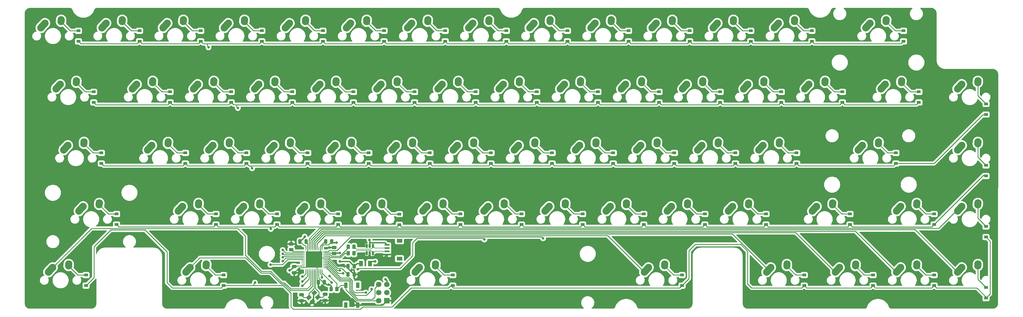
<source format=gbr>
G04 #@! TF.GenerationSoftware,KiCad,Pcbnew,(6.0.1)*
G04 #@! TF.CreationDate,2022-06-10T16:34:34-07:00*
G04 #@! TF.ProjectId,artemis-65,61727465-6d69-4732-9d36-352e6b696361,rev?*
G04 #@! TF.SameCoordinates,Original*
G04 #@! TF.FileFunction,Copper,L2,Bot*
G04 #@! TF.FilePolarity,Positive*
%FSLAX46Y46*%
G04 Gerber Fmt 4.6, Leading zero omitted, Abs format (unit mm)*
G04 Created by KiCad (PCBNEW (6.0.1)) date 2022-06-10 16:34:34*
%MOMM*%
%LPD*%
G01*
G04 APERTURE LIST*
G04 Aperture macros list*
%AMRoundRect*
0 Rectangle with rounded corners*
0 $1 Rounding radius*
0 $2 $3 $4 $5 $6 $7 $8 $9 X,Y pos of 4 corners*
0 Add a 4 corners polygon primitive as box body*
4,1,4,$2,$3,$4,$5,$6,$7,$8,$9,$2,$3,0*
0 Add four circle primitives for the rounded corners*
1,1,$1+$1,$2,$3*
1,1,$1+$1,$4,$5*
1,1,$1+$1,$6,$7*
1,1,$1+$1,$8,$9*
0 Add four rect primitives between the rounded corners*
20,1,$1+$1,$2,$3,$4,$5,0*
20,1,$1+$1,$4,$5,$6,$7,0*
20,1,$1+$1,$6,$7,$8,$9,0*
20,1,$1+$1,$8,$9,$2,$3,0*%
%AMHorizOval*
0 Thick line with rounded ends*
0 $1 width*
0 $2 $3 position (X,Y) of the first rounded end (center of the circle)*
0 $4 $5 position (X,Y) of the second rounded end (center of the circle)*
0 Add line between two ends*
20,1,$1,$2,$3,$4,$5,0*
0 Add two circle primitives to create the rounded ends*
1,1,$1,$2,$3*
1,1,$1,$4,$5*%
%AMRotRect*
0 Rectangle, with rotation*
0 The origin of the aperture is its center*
0 $1 length*
0 $2 width*
0 $3 Rotation angle, in degrees counterclockwise*
0 Add horizontal line*
21,1,$1,$2,0,0,$3*%
G04 Aperture macros list end*
G04 #@! TA.AperFunction,SMDPad,CuDef*
%ADD10RoundRect,0.250000X0.250000X0.475000X-0.250000X0.475000X-0.250000X-0.475000X0.250000X-0.475000X0*%
G04 #@! TD*
G04 #@! TA.AperFunction,SMDPad,CuDef*
%ADD11RoundRect,0.250000X-0.250000X-0.475000X0.250000X-0.475000X0.250000X0.475000X-0.250000X0.475000X0*%
G04 #@! TD*
G04 #@! TA.AperFunction,SMDPad,CuDef*
%ADD12RoundRect,0.062500X0.475000X0.062500X-0.475000X0.062500X-0.475000X-0.062500X0.475000X-0.062500X0*%
G04 #@! TD*
G04 #@! TA.AperFunction,SMDPad,CuDef*
%ADD13RoundRect,0.062500X0.062500X0.475000X-0.062500X0.475000X-0.062500X-0.475000X0.062500X-0.475000X0*%
G04 #@! TD*
G04 #@! TA.AperFunction,SMDPad,CuDef*
%ADD14R,5.200000X5.200000*%
G04 #@! TD*
G04 #@! TA.AperFunction,ComponentPad*
%ADD15HorizOval,2.250000X0.655001X0.730000X-0.655001X-0.730000X0*%
G04 #@! TD*
G04 #@! TA.AperFunction,ComponentPad*
%ADD16C,2.250000*%
G04 #@! TD*
G04 #@! TA.AperFunction,ComponentPad*
%ADD17HorizOval,2.250000X0.020000X0.290000X-0.020000X-0.290000X0*%
G04 #@! TD*
G04 #@! TA.AperFunction,ComponentPad*
%ADD18C,1.700000*%
G04 #@! TD*
G04 #@! TA.AperFunction,ComponentPad*
%ADD19R,1.700000X1.700000*%
G04 #@! TD*
G04 #@! TA.AperFunction,SMDPad,CuDef*
%ADD20R,1.200000X0.900000*%
G04 #@! TD*
G04 #@! TA.AperFunction,SMDPad,CuDef*
%ADD21RoundRect,0.250000X0.475000X-0.250000X0.475000X0.250000X-0.475000X0.250000X-0.475000X-0.250000X0*%
G04 #@! TD*
G04 #@! TA.AperFunction,SMDPad,CuDef*
%ADD22RoundRect,0.250000X-0.262500X-0.450000X0.262500X-0.450000X0.262500X0.450000X-0.262500X0.450000X0*%
G04 #@! TD*
G04 #@! TA.AperFunction,SMDPad,CuDef*
%ADD23R,1.100000X1.800000*%
G04 #@! TD*
G04 #@! TA.AperFunction,SMDPad,CuDef*
%ADD24RoundRect,0.150000X0.150000X-0.512500X0.150000X0.512500X-0.150000X0.512500X-0.150000X-0.512500X0*%
G04 #@! TD*
G04 #@! TA.AperFunction,SMDPad,CuDef*
%ADD25RotRect,1.400000X1.200000X40.000000*%
G04 #@! TD*
G04 #@! TA.AperFunction,SMDPad,CuDef*
%ADD26RoundRect,0.250000X0.450000X-0.262500X0.450000X0.262500X-0.450000X0.262500X-0.450000X-0.262500X0*%
G04 #@! TD*
G04 #@! TA.AperFunction,SMDPad,CuDef*
%ADD27RoundRect,0.250000X0.262500X0.450000X-0.262500X0.450000X-0.262500X-0.450000X0.262500X-0.450000X0*%
G04 #@! TD*
G04 #@! TA.AperFunction,SMDPad,CuDef*
%ADD28RoundRect,0.250000X0.375000X0.625000X-0.375000X0.625000X-0.375000X-0.625000X0.375000X-0.625000X0*%
G04 #@! TD*
G04 #@! TA.AperFunction,SMDPad,CuDef*
%ADD29RoundRect,0.250000X-0.475000X0.250000X-0.475000X-0.250000X0.475000X-0.250000X0.475000X0.250000X0*%
G04 #@! TD*
G04 #@! TA.AperFunction,SMDPad,CuDef*
%ADD30R,1.800000X1.200000*%
G04 #@! TD*
G04 #@! TA.AperFunction,SMDPad,CuDef*
%ADD31R,1.550000X0.600000*%
G04 #@! TD*
G04 #@! TA.AperFunction,ViaPad*
%ADD32C,0.800000*%
G04 #@! TD*
G04 #@! TA.AperFunction,Conductor*
%ADD33C,0.381000*%
G04 #@! TD*
G04 #@! TA.AperFunction,Conductor*
%ADD34C,0.250000*%
G04 #@! TD*
G04 #@! TA.AperFunction,Conductor*
%ADD35C,0.200000*%
G04 #@! TD*
G04 APERTURE END LIST*
D10*
X97216000Y-90297000D03*
X95316000Y-90297000D03*
D11*
X89215000Y-90297000D03*
X87315000Y-90297000D03*
D12*
X94986500Y-93400000D03*
X94986500Y-93900000D03*
X94986500Y-94400000D03*
X94986500Y-94900000D03*
X94986500Y-95400000D03*
X94986500Y-95900000D03*
X94986500Y-96400000D03*
X94986500Y-96900000D03*
X94986500Y-97400000D03*
X94986500Y-97900000D03*
X94986500Y-98400000D03*
D13*
X94149000Y-99237500D03*
X93649000Y-99237500D03*
X93149000Y-99237500D03*
X92649000Y-99237500D03*
X92149000Y-99237500D03*
X91649000Y-99237500D03*
X91149000Y-99237500D03*
X90649000Y-99237500D03*
X90149000Y-99237500D03*
X89649000Y-99237500D03*
X89149000Y-99237500D03*
D12*
X88311500Y-98400000D03*
X88311500Y-97900000D03*
X88311500Y-97400000D03*
X88311500Y-96900000D03*
X88311500Y-96400000D03*
X88311500Y-95900000D03*
X88311500Y-95400000D03*
X88311500Y-94900000D03*
X88311500Y-94400000D03*
X88311500Y-93900000D03*
X88311500Y-93400000D03*
D13*
X89149000Y-92562500D03*
X89649000Y-92562500D03*
X90149000Y-92562500D03*
X90649000Y-92562500D03*
X91149000Y-92562500D03*
X91649000Y-92562500D03*
X92149000Y-92562500D03*
X92649000Y-92562500D03*
X93149000Y-92562500D03*
X93649000Y-92562500D03*
X94149000Y-92562500D03*
D14*
X91649000Y-95900000D03*
D15*
X173851251Y-61023750D03*
D16*
X174506250Y-60293750D03*
X179546250Y-59213750D03*
D17*
X179526250Y-59503750D03*
D15*
X92888751Y-41973750D03*
D16*
X93543750Y-41243750D03*
X98583750Y-40163750D03*
D17*
X98563750Y-40453750D03*
D15*
X40501251Y-61023750D03*
D16*
X41156250Y-60293750D03*
D17*
X46176250Y-59503750D03*
D16*
X46196250Y-59213750D03*
X203081250Y-79343750D03*
D15*
X202426251Y-80073750D03*
D16*
X208121250Y-78263750D03*
D17*
X208101250Y-78553750D03*
D16*
X264993750Y-22193750D03*
D15*
X264338751Y-22923750D03*
D17*
X270013750Y-21403750D03*
D16*
X270033750Y-21113750D03*
D15*
X121463751Y-22923750D03*
D16*
X122118750Y-22193750D03*
X127158750Y-21113750D03*
D17*
X127138750Y-21403750D03*
D15*
X207188751Y-41973750D03*
D16*
X207843750Y-41243750D03*
D17*
X212863750Y-40453750D03*
D16*
X212883750Y-40163750D03*
X269756250Y-41243750D03*
D15*
X269101251Y-41973750D03*
D17*
X274776250Y-40453750D03*
D16*
X274796250Y-40163750D03*
D15*
X261957501Y-61023750D03*
D16*
X262612500Y-60293750D03*
X267652500Y-59213750D03*
D17*
X267632500Y-59503750D03*
D15*
X292913751Y-41973750D03*
D16*
X293568750Y-41243750D03*
X298608750Y-40163750D03*
D17*
X298588750Y-40453750D03*
D15*
X169088751Y-41973750D03*
D16*
X169743750Y-41243750D03*
D17*
X174763750Y-40453750D03*
D16*
X174783750Y-40163750D03*
D15*
X273863751Y-80073750D03*
D16*
X274518750Y-79343750D03*
D17*
X279538750Y-78553750D03*
D16*
X279558750Y-78263750D03*
X236418750Y-22193750D03*
D15*
X235763751Y-22923750D03*
D16*
X241458750Y-21113750D03*
D17*
X241438750Y-21403750D03*
D15*
X292913751Y-61023750D03*
D16*
X293568750Y-60293750D03*
D17*
X298588750Y-59503750D03*
D16*
X298608750Y-59213750D03*
X141168750Y-22193750D03*
D15*
X140513751Y-22923750D03*
D16*
X146208750Y-21113750D03*
D17*
X146188750Y-21403750D03*
D16*
X198318750Y-22193750D03*
D15*
X197663751Y-22923750D03*
D17*
X203338750Y-21403750D03*
D16*
X203358750Y-21113750D03*
D15*
X254813751Y-99123750D03*
D16*
X255468750Y-98393750D03*
D17*
X260488750Y-97603750D03*
D16*
X260508750Y-97313750D03*
D15*
X221476251Y-80073750D03*
D16*
X222131250Y-79343750D03*
D17*
X227151250Y-78553750D03*
D16*
X227171250Y-78263750D03*
D15*
X102413751Y-22923750D03*
D16*
X103068750Y-22193750D03*
X108108750Y-21113750D03*
D17*
X108088750Y-21403750D03*
D15*
X64313751Y-22923750D03*
D16*
X64968750Y-22193750D03*
X70008750Y-21113750D03*
D17*
X69988750Y-21403750D03*
D15*
X9545001Y-99123750D03*
D16*
X10200000Y-98393750D03*
D17*
X15220000Y-97603750D03*
D16*
X15240000Y-97313750D03*
D15*
X150038751Y-41973750D03*
D16*
X150693750Y-41243750D03*
X155733750Y-40163750D03*
D17*
X155713750Y-40453750D03*
D16*
X12581250Y-41243750D03*
D15*
X11926251Y-41973750D03*
D17*
X17601250Y-40453750D03*
D16*
X17621250Y-40163750D03*
D15*
X245288751Y-41973750D03*
D16*
X245943750Y-41243750D03*
X250983750Y-40163750D03*
D17*
X250963750Y-40453750D03*
D16*
X145931250Y-79343750D03*
D15*
X145276251Y-80073750D03*
D17*
X150951250Y-78553750D03*
D16*
X150971250Y-78263750D03*
D15*
X97651251Y-61023750D03*
D16*
X98306250Y-60293750D03*
X103346250Y-59213750D03*
D17*
X103326250Y-59503750D03*
D16*
X131643750Y-41243750D03*
D15*
X130988751Y-41973750D03*
D16*
X136683750Y-40163750D03*
D17*
X136663750Y-40453750D03*
D16*
X107831250Y-79343750D03*
D15*
X107176251Y-80073750D03*
D16*
X112871250Y-78263750D03*
D17*
X112851250Y-78553750D03*
D15*
X88126251Y-80073750D03*
D16*
X88781250Y-79343750D03*
D17*
X93801250Y-78553750D03*
D16*
X93821250Y-78263750D03*
D15*
X52407501Y-99123750D03*
D16*
X53062500Y-98393750D03*
D17*
X58082500Y-97603750D03*
D16*
X58102500Y-97313750D03*
D15*
X273863751Y-99123750D03*
D16*
X274518750Y-98393750D03*
X279558750Y-97313750D03*
D17*
X279538750Y-97603750D03*
D16*
X124500000Y-98393750D03*
D15*
X123845001Y-99123750D03*
D16*
X129540000Y-97313750D03*
D17*
X129520000Y-97603750D03*
D16*
X14962500Y-60293750D03*
D15*
X14307501Y-61023750D03*
D16*
X20002500Y-59213750D03*
D17*
X19982500Y-59503750D03*
D15*
X26213751Y-22923750D03*
D16*
X26868750Y-22193750D03*
X31908750Y-21113750D03*
D17*
X31888750Y-21403750D03*
D16*
X234037500Y-98393750D03*
D15*
X233382501Y-99123750D03*
D17*
X239057500Y-97603750D03*
D16*
X239077500Y-97313750D03*
D15*
X73838751Y-41973750D03*
D16*
X74493750Y-41243750D03*
D17*
X79513750Y-40453750D03*
D16*
X79533750Y-40163750D03*
D15*
X231001251Y-61023750D03*
D16*
X231656250Y-60293750D03*
X236696250Y-59213750D03*
D17*
X236676250Y-59503750D03*
D16*
X184031250Y-79343750D03*
D15*
X183376251Y-80073750D03*
D16*
X189071250Y-78263750D03*
D17*
X189051250Y-78553750D03*
D16*
X136406250Y-60293750D03*
D15*
X135751251Y-61023750D03*
D17*
X141426250Y-59503750D03*
D16*
X141446250Y-59213750D03*
D15*
X69076251Y-80073750D03*
D16*
X69731250Y-79343750D03*
X74771250Y-78263750D03*
D17*
X74751250Y-78553750D03*
D16*
X293568750Y-98393750D03*
D15*
X292913751Y-99123750D03*
D17*
X298588750Y-97603750D03*
D16*
X298608750Y-97313750D03*
X160218750Y-22193750D03*
D15*
X159563751Y-22923750D03*
D17*
X165238750Y-21403750D03*
D16*
X165258750Y-21113750D03*
D15*
X19070001Y-80073750D03*
D16*
X19725000Y-79343750D03*
X24765000Y-78263750D03*
D17*
X24745000Y-78553750D03*
D18*
X111810800Y-103694300D03*
X114350800Y-103694300D03*
X111810800Y-106234300D03*
X114350800Y-106234300D03*
X111810800Y-108774300D03*
D19*
X114350800Y-108774300D03*
D16*
X84018750Y-22193750D03*
D15*
X83363751Y-22923750D03*
D17*
X89038750Y-21403750D03*
D16*
X89058750Y-21113750D03*
X212606250Y-60293750D03*
D15*
X211951251Y-61023750D03*
D16*
X217646250Y-59213750D03*
D17*
X217626250Y-59503750D03*
D16*
X112593750Y-41243750D03*
D15*
X111938751Y-41973750D03*
D17*
X117613750Y-40453750D03*
D16*
X117633750Y-40163750D03*
D15*
X78601251Y-61023750D03*
D16*
X79256250Y-60293750D03*
D17*
X84276250Y-59503750D03*
D16*
X84296250Y-59213750D03*
D15*
X50026251Y-80073750D03*
D16*
X50681250Y-79343750D03*
D17*
X55701250Y-78553750D03*
D16*
X55721250Y-78263750D03*
D15*
X164326251Y-80073750D03*
D16*
X164981250Y-79343750D03*
D17*
X170001250Y-78553750D03*
D16*
X170021250Y-78263750D03*
D15*
X59551251Y-61023750D03*
D16*
X60206250Y-60293750D03*
X65246250Y-59213750D03*
D17*
X65226250Y-59503750D03*
D16*
X217368750Y-22193750D03*
D15*
X216713751Y-22923750D03*
D16*
X222408750Y-21113750D03*
D17*
X222388750Y-21403750D03*
D16*
X188793750Y-41243750D03*
D15*
X188138751Y-41973750D03*
D17*
X193813750Y-40453750D03*
D16*
X193833750Y-40163750D03*
X195937500Y-98393750D03*
D15*
X195282501Y-99123750D03*
D16*
X200977500Y-97313750D03*
D17*
X200957500Y-97603750D03*
D16*
X7818750Y-22193750D03*
D15*
X7163751Y-22923750D03*
D16*
X12858750Y-21113750D03*
D17*
X12838750Y-21403750D03*
D15*
X292913751Y-80073750D03*
D16*
X293568750Y-79343750D03*
X298608750Y-78263750D03*
D17*
X298588750Y-78553750D03*
D16*
X248325000Y-79343750D03*
D15*
X247670001Y-80073750D03*
D16*
X253365000Y-78263750D03*
D17*
X253345000Y-78553750D03*
D16*
X55443750Y-41243750D03*
D15*
X54788751Y-41973750D03*
D16*
X60483750Y-40163750D03*
D17*
X60463750Y-40453750D03*
D16*
X45918750Y-22193750D03*
D15*
X45263751Y-22923750D03*
D16*
X50958750Y-21113750D03*
D17*
X50938750Y-21403750D03*
D15*
X178613751Y-22923750D03*
D16*
X179268750Y-22193750D03*
X184308750Y-21113750D03*
D17*
X184288750Y-21403750D03*
D15*
X154801251Y-61023750D03*
D16*
X155456250Y-60293750D03*
D17*
X160476250Y-59503750D03*
D16*
X160496250Y-59213750D03*
X126881250Y-79343750D03*
D15*
X126226251Y-80073750D03*
D16*
X131921250Y-78263750D03*
D17*
X131901250Y-78553750D03*
D16*
X193556250Y-60293750D03*
D15*
X192901251Y-61023750D03*
D16*
X198596250Y-59213750D03*
D17*
X198576250Y-59503750D03*
D16*
X36393750Y-41243750D03*
D15*
X35738751Y-41973750D03*
D16*
X41433750Y-40163750D03*
D17*
X41413750Y-40453750D03*
D16*
X117356250Y-60293750D03*
D15*
X116701251Y-61023750D03*
D16*
X122396250Y-59213750D03*
D17*
X122376250Y-59503750D03*
D15*
X226238751Y-41973750D03*
D16*
X226893750Y-41243750D03*
D17*
X231913750Y-40453750D03*
D16*
X231933750Y-40163750D03*
D20*
X280193750Y-46893750D03*
X280193750Y-43593750D03*
X103981250Y-46893750D03*
X103981250Y-43593750D03*
X89693750Y-65943750D03*
X89693750Y-62643750D03*
X20637500Y-104043750D03*
X20637500Y-100743750D03*
X284956250Y-104043750D03*
X284956250Y-100743750D03*
X134937500Y-104043750D03*
X134937500Y-100743750D03*
D21*
X97917000Y-92141000D03*
X97917000Y-94041000D03*
D20*
X56356250Y-27843750D03*
X56356250Y-24543750D03*
X156368750Y-84993750D03*
X156368750Y-81693750D03*
X84931250Y-46893750D03*
X84931250Y-43593750D03*
D22*
X97004500Y-105156000D03*
X98829500Y-105156000D03*
D20*
X25400000Y-65943750D03*
X25400000Y-62643750D03*
X208756250Y-27843750D03*
X208756250Y-24543750D03*
D23*
X105329600Y-110135600D03*
X101629600Y-103935600D03*
X101629600Y-110135600D03*
X105329600Y-103935600D03*
D20*
X175418750Y-84993750D03*
X175418750Y-81693750D03*
D21*
X95123000Y-106746000D03*
X95123000Y-108646000D03*
D24*
X110017600Y-93974500D03*
X109067600Y-93974500D03*
X108117600Y-93974500D03*
X108117600Y-91699500D03*
X109067600Y-91699500D03*
X110017600Y-91699500D03*
D20*
X265906250Y-104043750D03*
X265906250Y-100743750D03*
X237331250Y-46893750D03*
X237331250Y-43593750D03*
X113506250Y-27843750D03*
X113506250Y-24543750D03*
X232568750Y-84993750D03*
X232568750Y-81693750D03*
X258762500Y-84993750D03*
X258762500Y-81693750D03*
X142081250Y-46893750D03*
X142081250Y-43593750D03*
X61118750Y-84993750D03*
X61118750Y-81693750D03*
X256381250Y-46893750D03*
X256381250Y-43593750D03*
X165893750Y-65943750D03*
X165893750Y-62643750D03*
X151606250Y-27843750D03*
X151606250Y-24543750D03*
X189706250Y-27843750D03*
X189706250Y-24543750D03*
X123031250Y-46893750D03*
X123031250Y-43593750D03*
X108743750Y-65943750D03*
X108743750Y-62643750D03*
X275431250Y-27843750D03*
X275431250Y-24543750D03*
D25*
X90050982Y-107751929D03*
X91736279Y-106337796D03*
X92829018Y-107640071D03*
X91143721Y-109054204D03*
D20*
X213518750Y-84993750D03*
X213518750Y-81693750D03*
X180181250Y-46893750D03*
X180181250Y-43593750D03*
X273050000Y-65943750D03*
X273050000Y-62643750D03*
X37306250Y-27843750D03*
X37306250Y-24543750D03*
X206375000Y-104043750D03*
X206375000Y-100743750D03*
X203993750Y-65943750D03*
X203993750Y-62643750D03*
X18256250Y-27843750D03*
X18256250Y-24543750D03*
X170656250Y-27843750D03*
X170656250Y-24543750D03*
X246856250Y-27843750D03*
X246856250Y-24543750D03*
X301117000Y-50672000D03*
X301117000Y-47372000D03*
X227806250Y-27843750D03*
X227806250Y-24543750D03*
X146843750Y-65943750D03*
X146843750Y-62643750D03*
D26*
X84582000Y-92860500D03*
X84582000Y-91035500D03*
D20*
X301117000Y-69849000D03*
X301117000Y-66549000D03*
X244475000Y-104043750D03*
X244475000Y-100743750D03*
D21*
X87757000Y-108773000D03*
X87757000Y-106873000D03*
D20*
X161131250Y-46893750D03*
X161131250Y-43593750D03*
X99218750Y-84993750D03*
X99218750Y-81693750D03*
X301117000Y-88899000D03*
X301117000Y-85599000D03*
X70643750Y-65943750D03*
X70643750Y-62643750D03*
X284956250Y-84993750D03*
X284956250Y-81693750D03*
X301117000Y-107949000D03*
X301117000Y-104649000D03*
X132556250Y-27843750D03*
X132556250Y-24543750D03*
X137318750Y-84993750D03*
X137318750Y-81693750D03*
X65881250Y-46893750D03*
X65881250Y-43593750D03*
X23018750Y-46893750D03*
X23018750Y-43593750D03*
X223043750Y-65943750D03*
X223043750Y-62643750D03*
X30162500Y-84993750D03*
X30162500Y-81693750D03*
D10*
X104201000Y-98044000D03*
X102301000Y-98044000D03*
D20*
X218281250Y-46893750D03*
X218281250Y-43593750D03*
D27*
X104163500Y-93980000D03*
X102338500Y-93980000D03*
D20*
X46831250Y-46893750D03*
X46831250Y-43593750D03*
X184943750Y-65943750D03*
X184943750Y-62643750D03*
X242093750Y-65943750D03*
X242093750Y-62643750D03*
X80168750Y-84993750D03*
X80168750Y-81693750D03*
D28*
X109096000Y-97155000D03*
X106296000Y-97155000D03*
D20*
X75406250Y-27843750D03*
X75406250Y-24543750D03*
D11*
X102301000Y-100584000D03*
X104201000Y-100584000D03*
D20*
X118268750Y-85056250D03*
X118268750Y-81756250D03*
X127793750Y-65943750D03*
X127793750Y-62643750D03*
D29*
X85471000Y-98110000D03*
X85471000Y-100010000D03*
D20*
X94456250Y-27843750D03*
X94456250Y-24543750D03*
X63500000Y-104043750D03*
X63500000Y-100743750D03*
X194468750Y-84993750D03*
X194468750Y-81693750D03*
X51593750Y-65943750D03*
X51593750Y-62643750D03*
D10*
X93030000Y-102997000D03*
X94930000Y-102997000D03*
D30*
X118336000Y-90037000D03*
X118336000Y-95637000D03*
D31*
X114461000Y-91337000D03*
X114461000Y-92337000D03*
X114461000Y-93337000D03*
X114461000Y-94337000D03*
D20*
X199231250Y-46893750D03*
X199231250Y-43593750D03*
D27*
X104163500Y-91948000D03*
X102338500Y-91948000D03*
D32*
X96393000Y-92202000D03*
X98742500Y-90614500D03*
X88773000Y-88773000D03*
X91694000Y-93980000D03*
X91694000Y-95758000D03*
X91694000Y-97790000D03*
X93726000Y-95758000D03*
X89662000Y-95758000D03*
X93726000Y-97790000D03*
X89662000Y-97790000D03*
X93726000Y-93900000D03*
X89662000Y-93980000D03*
X81534000Y-105156000D03*
X99695000Y-93853000D03*
X88011000Y-101219000D03*
X88011000Y-102743000D03*
X88011000Y-104140000D03*
X94107000Y-101473000D03*
X96520000Y-101092000D03*
X67437000Y-87249000D03*
X106172000Y-89789000D03*
X303022000Y-109347000D03*
X101092000Y-98044000D03*
X82677000Y-77216000D03*
X106934000Y-104902000D03*
X224409000Y-88519000D03*
X3556000Y-19558000D03*
X106553000Y-95250000D03*
X113919000Y-102108000D03*
X99695000Y-96520000D03*
X84049000Y-99314000D03*
X99695000Y-99314000D03*
X96266000Y-103759000D03*
X58801000Y-29718000D03*
X81915000Y-92964000D03*
X67945000Y-48641000D03*
X81915000Y-94107000D03*
X81915000Y-95250000D03*
X72390000Y-67437000D03*
X78232000Y-86360000D03*
X81915000Y-96393000D03*
X73279000Y-103124000D03*
X78105000Y-97536000D03*
X108966000Y-89789000D03*
X110744000Y-96520000D03*
X107823000Y-106230480D03*
X109601000Y-105156000D03*
X97155000Y-103124000D03*
X105283000Y-98933000D03*
X100711000Y-100203000D03*
X144780000Y-89662000D03*
X163068000Y-89281000D03*
D33*
X97856000Y-92202000D02*
X97917000Y-92141000D01*
X96393000Y-92202000D02*
X97856000Y-92202000D01*
D34*
X93649000Y-91710322D02*
X93649000Y-92562500D01*
X95062322Y-90297000D02*
X93649000Y-91710322D01*
X95316000Y-90297000D02*
X95062322Y-90297000D01*
X94149000Y-91846040D02*
X94149000Y-92562500D01*
X94648520Y-91346520D02*
X94149000Y-91846040D01*
X96166480Y-91346520D02*
X94648520Y-91346520D01*
X97216000Y-90297000D02*
X96166480Y-91346520D01*
D33*
X97533500Y-90614500D02*
X97216000Y-90297000D01*
X98742500Y-90614500D02*
X97533500Y-90614500D01*
D34*
X88773000Y-91440000D02*
X89149000Y-91816000D01*
X88458000Y-91440000D02*
X88773000Y-91440000D01*
X89149000Y-91816000D02*
X89149000Y-92562500D01*
X87315000Y-90297000D02*
X88458000Y-91440000D01*
D33*
X88773000Y-88839000D02*
X87315000Y-90297000D01*
X88773000Y-88773000D02*
X88773000Y-88839000D01*
D34*
X89649000Y-90731000D02*
X89215000Y-90297000D01*
X89649000Y-92562500D02*
X89649000Y-90731000D01*
X85121500Y-93400000D02*
X88311500Y-93400000D01*
X84582000Y-92860500D02*
X85121500Y-93400000D01*
X89649000Y-93967000D02*
X89662000Y-93980000D01*
X89649000Y-92562500D02*
X89649000Y-93967000D01*
X93649000Y-93823000D02*
X93726000Y-93900000D01*
X93649000Y-92562500D02*
X93649000Y-93823000D01*
X94084000Y-95400000D02*
X93726000Y-95758000D01*
X94986500Y-95400000D02*
X94084000Y-95400000D01*
X92649000Y-96900000D02*
X91649000Y-95900000D01*
X92649000Y-99237500D02*
X92649000Y-96900000D01*
X89102480Y-98349520D02*
X89662000Y-97790000D01*
X88361980Y-98349520D02*
X89102480Y-98349520D01*
X88311500Y-98400000D02*
X88361980Y-98349520D01*
D33*
X95692000Y-103759000D02*
X94930000Y-102997000D01*
X96266000Y-103759000D02*
X95692000Y-103759000D01*
D34*
X94496783Y-102997000D02*
X94930000Y-102997000D01*
X93149000Y-101649217D02*
X94496783Y-102997000D01*
X93149000Y-99237500D02*
X93149000Y-101649217D01*
X92649000Y-102616000D02*
X92649000Y-99237500D01*
X93030000Y-102997000D02*
X92649000Y-102616000D01*
X96841911Y-95315040D02*
X99893292Y-95315040D01*
X96426872Y-94900000D02*
X96841911Y-95315040D01*
X99893292Y-95315040D02*
X101228332Y-93980000D01*
X101228332Y-93980000D02*
X102338500Y-93980000D01*
X94986500Y-94900000D02*
X96426872Y-94900000D01*
X97204027Y-94865520D02*
X99707094Y-94865520D01*
X96738507Y-94400000D02*
X97204027Y-94865520D01*
X94986500Y-94400000D02*
X96738507Y-94400000D01*
X99707094Y-94865520D02*
X102338500Y-92234114D01*
X96084000Y-93400000D02*
X94986500Y-93400000D01*
X98781507Y-93091000D02*
X96393000Y-93091000D01*
X103013696Y-88858811D02*
X98781507Y-93091000D01*
X96393000Y-93091000D02*
X96084000Y-93400000D01*
X162645811Y-88858811D02*
X103013696Y-88858811D01*
X163068000Y-89281000D02*
X162645811Y-88858811D01*
D33*
X98105000Y-93853000D02*
X97917000Y-94041000D01*
X99695000Y-93853000D02*
X98105000Y-93853000D01*
D34*
X97776000Y-93900000D02*
X97917000Y-94041000D01*
X94986500Y-93900000D02*
X97776000Y-93900000D01*
X85471000Y-100010000D02*
X87081000Y-98400000D01*
X87081000Y-98400000D02*
X88311500Y-98400000D01*
X85681000Y-97900000D02*
X85471000Y-98110000D01*
X88311500Y-97900000D02*
X85681000Y-97900000D01*
D33*
X84267000Y-99314000D02*
X85471000Y-98110000D01*
X84049000Y-99314000D02*
X84267000Y-99314000D01*
X87757000Y-109474000D02*
X87757000Y-108773000D01*
X88265000Y-109982000D02*
X87757000Y-109474000D01*
X90356081Y-109982000D02*
X88265000Y-109982000D01*
X91263223Y-109074858D02*
X90356081Y-109982000D01*
D34*
X98829500Y-103401500D02*
X98829500Y-105156000D01*
X96520000Y-101092000D02*
X98829500Y-103401500D01*
X101629600Y-103935600D02*
X100049900Y-103935600D01*
X100049900Y-103935600D02*
X98829500Y-105156000D01*
D33*
X97004500Y-104090745D02*
X97004500Y-105156000D01*
X96672755Y-103759000D02*
X97004500Y-104090745D01*
X96266000Y-103759000D02*
X96672755Y-103759000D01*
D34*
X93649000Y-100253718D02*
X94107000Y-100711718D01*
X94107000Y-100711718D02*
X94107000Y-101473000D01*
X93649000Y-99237500D02*
X93649000Y-100253718D01*
X90149000Y-102002000D02*
X90149000Y-99237500D01*
X88011000Y-104140000D02*
X90149000Y-102002000D01*
X88011000Y-102743000D02*
X89649000Y-101105000D01*
X89649000Y-101105000D02*
X89649000Y-99237500D01*
X89149000Y-100335000D02*
X89149000Y-99237500D01*
X88011000Y-101219000D02*
X88265000Y-101219000D01*
X88265000Y-101219000D02*
X89149000Y-100335000D01*
X89498471Y-105065529D02*
X90649000Y-103915000D01*
X84418472Y-105065529D02*
X89498471Y-105065529D01*
X90649000Y-103915000D02*
X90649000Y-99237500D01*
X83211972Y-103859028D02*
X84418472Y-105065529D01*
X89879112Y-105573888D02*
X91149000Y-104304000D01*
X91149000Y-104304000D02*
X91149000Y-99237500D01*
X81522619Y-103594230D02*
X82311455Y-103594230D01*
X53062500Y-98393750D02*
X56079250Y-95377000D01*
X82311455Y-103594230D02*
X84291113Y-105573888D01*
X56079250Y-95377000D02*
X70469127Y-95377000D01*
X78014429Y-100086040D02*
X81522619Y-103594230D01*
X70469127Y-95377000D02*
X75178168Y-100086040D01*
X75178168Y-100086040D02*
X78014429Y-100086040D01*
X84291113Y-105573888D02*
X89879112Y-105573888D01*
X91649000Y-104947000D02*
X91649000Y-99237500D01*
X90050982Y-106545018D02*
X91649000Y-104947000D01*
X90050982Y-107751929D02*
X90050982Y-106545018D01*
X93218000Y-106045000D02*
X92149000Y-104976000D01*
X92149000Y-104976000D02*
X92149000Y-99237500D01*
X92829018Y-107640071D02*
X93218000Y-107251089D01*
X93218000Y-107251089D02*
X93218000Y-106045000D01*
X96291154Y-95400000D02*
X94986500Y-95400000D01*
X98935154Y-98044000D02*
X96291154Y-95400000D01*
X101092000Y-98044000D02*
X98935154Y-98044000D01*
X100306489Y-98589489D02*
X102301000Y-100584000D01*
X96155436Y-95900000D02*
X98844925Y-98589489D01*
X94986500Y-95900000D02*
X96155436Y-95900000D01*
X98844925Y-98589489D02*
X100306489Y-98589489D01*
X96019718Y-96400000D02*
X94986500Y-96400000D01*
X98933718Y-99314000D02*
X96019718Y-96400000D01*
X99695000Y-99314000D02*
X98933718Y-99314000D01*
X97155000Y-103124000D02*
X94149000Y-100118000D01*
X94149000Y-100118000D02*
X94149000Y-99237500D01*
X95476846Y-98400000D02*
X94986500Y-98400000D01*
X98868423Y-101791577D02*
X95476846Y-98400000D01*
X99692847Y-102616000D02*
X98868423Y-101791577D01*
X105277498Y-108324780D02*
X102743000Y-105790282D01*
X109861220Y-108324780D02*
X105277498Y-108324780D01*
X110636289Y-107549711D02*
X109861220Y-108324780D01*
X102743000Y-102870000D02*
X102489000Y-102616000D01*
X102489000Y-102616000D02*
X99692847Y-102616000D01*
X110636289Y-104868811D02*
X110636289Y-107549711D01*
X102743000Y-105790282D02*
X102743000Y-102870000D01*
X111810800Y-103694300D02*
X110636289Y-104868811D01*
X95612564Y-97900000D02*
X94986500Y-97900000D01*
X99879044Y-102166480D02*
X95612564Y-97900000D01*
X103192520Y-102683803D02*
X102675197Y-102166480D01*
X104649436Y-107061000D02*
X103192520Y-105604084D01*
X103192520Y-105604084D02*
X103192520Y-102683803D01*
X109601000Y-105477094D02*
X108017094Y-107061000D01*
X108017094Y-107061000D02*
X104649436Y-107061000D01*
X109601000Y-105156000D02*
X109601000Y-105477094D01*
X102675197Y-102166480D02*
X99879044Y-102166480D01*
X95748282Y-97400000D02*
X94986500Y-97400000D01*
X102777954Y-101633520D02*
X99982520Y-101633520D01*
X103642039Y-102497605D02*
X102777954Y-101633520D01*
X99982520Y-101633520D02*
X99060000Y-100711000D01*
X103642039Y-105417885D02*
X103642039Y-102497605D01*
X104454634Y-106230480D02*
X103642039Y-105417885D01*
X99059282Y-100711000D02*
X95748282Y-97400000D01*
X107823000Y-106230480D02*
X104454634Y-106230480D01*
X99060000Y-100711000D02*
X99059282Y-100711000D01*
X99187000Y-100203000D02*
X100711000Y-100203000D01*
X95884000Y-96900000D02*
X99187000Y-100203000D01*
X94986500Y-96900000D02*
X95884000Y-96900000D01*
X102338500Y-92234114D02*
X102338500Y-91948000D01*
X88305114Y-95893614D02*
X88311500Y-95900000D01*
X83439000Y-95893614D02*
X88305114Y-95893614D01*
X83439000Y-95893614D02*
X81796614Y-97536000D01*
X81796614Y-97536000D02*
X78105000Y-97536000D01*
X82908000Y-95400000D02*
X81915000Y-96393000D01*
X88311500Y-95400000D02*
X82908000Y-95400000D01*
X82265000Y-94900000D02*
X81915000Y-95250000D01*
X88311500Y-94900000D02*
X82265000Y-94900000D01*
X82208000Y-94400000D02*
X81915000Y-94107000D01*
X88311500Y-94400000D02*
X82208000Y-94400000D01*
X82851000Y-93900000D02*
X81915000Y-92964000D01*
X88311500Y-93900000D02*
X82851000Y-93900000D01*
X286403718Y-86161691D02*
X291761659Y-80803750D01*
X93416309Y-86161691D02*
X286403718Y-86161691D01*
X291761659Y-80803750D02*
X292258750Y-80803750D01*
X90149000Y-92562500D02*
X90149000Y-89429000D01*
X90149000Y-89429000D02*
X93416309Y-86161691D01*
X279016211Y-86611211D02*
X292258750Y-99853750D01*
X93850211Y-86611211D02*
X279016211Y-86611211D01*
X93850211Y-86616071D02*
X93850211Y-86611211D01*
X90649000Y-92562500D02*
X90649000Y-89817282D01*
X90649000Y-89817282D02*
X93850211Y-86616071D01*
X260415731Y-87060731D02*
X273208750Y-99853750D01*
X94168268Y-87060732D02*
X260415731Y-87060731D01*
X94129519Y-87060731D02*
X94168268Y-87060732D01*
X91149000Y-90041250D02*
X94129519Y-87060731D01*
X91149000Y-92562500D02*
X91149000Y-90041250D01*
X91649000Y-90341250D02*
X91649000Y-92562500D01*
X94479999Y-87510251D02*
X91649000Y-90341250D01*
X254158750Y-99853750D02*
X241815251Y-87510251D01*
X241815251Y-87510251D02*
X94479999Y-87510251D01*
X95180959Y-88409291D02*
X92649000Y-90941250D01*
X183183041Y-88409291D02*
X95180959Y-88409291D01*
X92649000Y-90941250D02*
X92649000Y-92562500D01*
X194627500Y-99853750D02*
X183183041Y-88409291D01*
X92149000Y-90641250D02*
X94830479Y-87959771D01*
X92149000Y-92562500D02*
X92149000Y-90641250D01*
D33*
X91736279Y-106337796D02*
X91596123Y-106337796D01*
X95250000Y-108646000D02*
X99380000Y-108646000D01*
X95326200Y-108762800D02*
X94843600Y-108762800D01*
X109067600Y-94379992D02*
X108197592Y-95250000D01*
X102301000Y-98044000D02*
X102301000Y-98684000D01*
X109067600Y-94589600D02*
X109067600Y-93974500D01*
X99949000Y-108077000D02*
X103621000Y-108077000D01*
X102301000Y-98044000D02*
X101092000Y-98044000D01*
X91510557Y-108827524D02*
X91510557Y-106563518D01*
X91263223Y-109074858D02*
X92297365Y-110109000D01*
X113548000Y-95250000D02*
X109982000Y-95250000D01*
X109067600Y-93974500D02*
X109067600Y-94379992D01*
X109728000Y-95250000D02*
X109067600Y-94589600D01*
X105329600Y-109785600D02*
X105329600Y-110135600D01*
X108197592Y-95250000D02*
X106553000Y-95250000D01*
X91263223Y-109074858D02*
X91510557Y-108827524D01*
X109982000Y-95250000D02*
X109728000Y-95250000D01*
X99380000Y-108646000D02*
X99949000Y-108077000D01*
X103621000Y-108077000D02*
X105329600Y-109785600D01*
X105329600Y-110135600D02*
X112989500Y-110135600D01*
X112989500Y-110135600D02*
X114350800Y-108774300D01*
X93497400Y-110109000D02*
X94843600Y-108762800D01*
X92297365Y-110109000D02*
X93497400Y-110109000D01*
X114461000Y-94337000D02*
X113548000Y-95250000D01*
X102301000Y-98684000D02*
X104201000Y-100584000D01*
X105090000Y-97155000D02*
X104201000Y-98044000D01*
X106296000Y-97155000D02*
X105090000Y-97155000D01*
X104201000Y-98044000D02*
X102677000Y-96520000D01*
X114350800Y-102412800D02*
X113982500Y-102044500D01*
X102677000Y-96520000D02*
X99695000Y-96520000D01*
X114350800Y-103694300D02*
X114350800Y-102412800D01*
D34*
X94355929Y-107640071D02*
X95250000Y-106746000D01*
X92829018Y-107640071D02*
X94355929Y-107640071D01*
X88508929Y-107751929D02*
X87630000Y-106873000D01*
X90050982Y-107751929D02*
X88508929Y-107751929D01*
X208037829Y-28562171D02*
X208756250Y-27843750D01*
X150887829Y-28562171D02*
X151606250Y-27843750D01*
X169937829Y-28562171D02*
X170656250Y-27843750D01*
X170656250Y-27843750D02*
X171374671Y-28562171D01*
X188987829Y-28562171D02*
X189706250Y-27843750D01*
X208756250Y-27843750D02*
X209474671Y-28562171D01*
X55637829Y-28562171D02*
X56356250Y-27843750D01*
X114224671Y-28562171D02*
X131837829Y-28562171D01*
X151606250Y-27843750D02*
X152324671Y-28562171D01*
X227087829Y-28562171D02*
X227806250Y-27843750D01*
X94456250Y-27843750D02*
X95174671Y-28562171D01*
X74687829Y-28562171D02*
X75406250Y-27843750D01*
X56356250Y-27843750D02*
X57074671Y-28562171D01*
X132556250Y-27843750D02*
X133274671Y-28562171D01*
X18974671Y-28562171D02*
X36587829Y-28562171D01*
X58432829Y-28562171D02*
X58432829Y-29349829D01*
X18256250Y-27843750D02*
X18974671Y-28562171D01*
X113506250Y-27843750D02*
X114224671Y-28562171D01*
X228524671Y-28562171D02*
X246137829Y-28562171D01*
X93737829Y-28562171D02*
X94456250Y-27843750D01*
X38024671Y-28562171D02*
X55637829Y-28562171D01*
X58432829Y-28562171D02*
X74687829Y-28562171D01*
X112787829Y-28562171D02*
X113506250Y-27843750D01*
X133274671Y-28562171D02*
X150887829Y-28562171D01*
X36587829Y-28562171D02*
X37306250Y-27843750D01*
X95174671Y-28562171D02*
X112787829Y-28562171D01*
X190424671Y-28562171D02*
X208037829Y-28562171D01*
X247574671Y-28562171D02*
X274712829Y-28562171D01*
X246856250Y-27843750D02*
X247574671Y-28562171D01*
X37306250Y-27843750D02*
X38024671Y-28562171D01*
X189706250Y-27843750D02*
X190424671Y-28562171D01*
X152324671Y-28562171D02*
X169937829Y-28562171D01*
X171374671Y-28562171D02*
X188987829Y-28562171D01*
X58432829Y-29349829D02*
X58801000Y-29718000D01*
X274712829Y-28562171D02*
X275431250Y-27843750D01*
X76124671Y-28562171D02*
X93737829Y-28562171D01*
X209474671Y-28562171D02*
X227087829Y-28562171D01*
X75406250Y-27843750D02*
X76124671Y-28562171D01*
X246137829Y-28562171D02*
X246856250Y-27843750D01*
X57074671Y-28562171D02*
X58432829Y-28562171D01*
X227806250Y-27843750D02*
X228524671Y-28562171D01*
X131837829Y-28562171D02*
X132556250Y-27843750D01*
X12818750Y-21693750D02*
X15668750Y-24543750D01*
X15668750Y-24543750D02*
X18256250Y-24543750D01*
X256381250Y-46893750D02*
X257099671Y-47612171D01*
X46831250Y-46893750D02*
X47549671Y-47612171D01*
X123749671Y-47612171D02*
X141362829Y-47612171D01*
X217562829Y-47612171D02*
X218281250Y-46893750D01*
X84212829Y-47612171D02*
X84931250Y-46893750D01*
X279475329Y-47612171D02*
X280193750Y-46893750D01*
X199949671Y-47612171D02*
X217562829Y-47612171D01*
X236612829Y-47612171D02*
X237331250Y-46893750D01*
X142081250Y-46893750D02*
X142799671Y-47612171D01*
X23737171Y-47612171D02*
X46112829Y-47612171D01*
X67576829Y-47612171D02*
X67576829Y-48272829D01*
X161849671Y-47612171D02*
X179462829Y-47612171D01*
X23018750Y-46893750D02*
X23737171Y-47612171D01*
X160412829Y-47612171D02*
X161131250Y-46893750D01*
X85649671Y-47612171D02*
X103262829Y-47612171D01*
X257099671Y-47612171D02*
X279475329Y-47612171D01*
X180899671Y-47612171D02*
X198512829Y-47612171D01*
X237331250Y-46893750D02*
X238049671Y-47612171D01*
X161131250Y-46893750D02*
X161849671Y-47612171D01*
X66599671Y-47612171D02*
X67576829Y-47612171D01*
X123031250Y-46893750D02*
X123749671Y-47612171D01*
X141362829Y-47612171D02*
X142081250Y-46893750D01*
X180181250Y-46893750D02*
X180899671Y-47612171D01*
X104699671Y-47612171D02*
X122312829Y-47612171D01*
X65162829Y-47612171D02*
X65881250Y-46893750D01*
X198512829Y-47612171D02*
X199231250Y-46893750D01*
X255662829Y-47612171D02*
X256381250Y-46893750D01*
X142799671Y-47612171D02*
X160412829Y-47612171D01*
X65881250Y-46893750D02*
X66599671Y-47612171D01*
X199231250Y-46893750D02*
X199949671Y-47612171D01*
X122312829Y-47612171D02*
X123031250Y-46893750D01*
X103981250Y-46893750D02*
X104699671Y-47612171D01*
X218999671Y-47612171D02*
X236612829Y-47612171D01*
X84931250Y-46893750D02*
X85649671Y-47612171D01*
X238049671Y-47612171D02*
X255662829Y-47612171D01*
X103262829Y-47612171D02*
X103981250Y-46893750D01*
X67576829Y-48272829D02*
X67945000Y-48641000D01*
X67576829Y-47612171D02*
X84212829Y-47612171D01*
X179462829Y-47612171D02*
X180181250Y-46893750D01*
X46112829Y-47612171D02*
X46831250Y-46893750D01*
X218281250Y-46893750D02*
X218999671Y-47612171D01*
X47549671Y-47612171D02*
X65162829Y-47612171D01*
X17581250Y-40743750D02*
X20431250Y-43593750D01*
X20431250Y-43593750D02*
X23018750Y-43593750D01*
X146843750Y-65943750D02*
X147562171Y-66662171D01*
X51593750Y-65943750D02*
X52312171Y-66662171D01*
X72021829Y-67068829D02*
X72390000Y-67437000D01*
X128512171Y-66662171D02*
X146125329Y-66662171D01*
X69925329Y-66662171D02*
X70643750Y-65943750D01*
X89693750Y-65943750D02*
X90412171Y-66662171D01*
X71362171Y-66662171D02*
X72021829Y-66662171D01*
X90412171Y-66662171D02*
X108025329Y-66662171D01*
X25400000Y-65943750D02*
X26118421Y-66662171D01*
X127793750Y-65943750D02*
X128512171Y-66662171D01*
X108025329Y-66662171D02*
X108743750Y-65943750D01*
X184943750Y-65943750D02*
X185662171Y-66662171D01*
X109462171Y-66662171D02*
X127075329Y-66662171D01*
X147562171Y-66662171D02*
X165175329Y-66662171D01*
X273050000Y-65943750D02*
X284956250Y-65943750D01*
X108743750Y-65943750D02*
X109462171Y-66662171D01*
X146125329Y-66662171D02*
X146843750Y-65943750D01*
X300228000Y-50672000D02*
X301117000Y-50672000D01*
X203275329Y-66662171D02*
X203993750Y-65943750D01*
X88975329Y-66662171D02*
X89693750Y-65943750D01*
X284956250Y-65943750D02*
X300228000Y-50672000D01*
X241375329Y-66662171D02*
X242093750Y-65943750D01*
X185662171Y-66662171D02*
X203275329Y-66662171D01*
X242812171Y-66662171D02*
X272331579Y-66662171D01*
X272331579Y-66662171D02*
X273050000Y-65943750D01*
X52312171Y-66662171D02*
X69925329Y-66662171D01*
X166612171Y-66662171D02*
X184225329Y-66662171D01*
X222325329Y-66662171D02*
X223043750Y-65943750D01*
X242093750Y-65943750D02*
X242812171Y-66662171D01*
X165893750Y-65943750D02*
X166612171Y-66662171D01*
X165175329Y-66662171D02*
X165893750Y-65943750D01*
X26118421Y-66662171D02*
X50875329Y-66662171D01*
X50875329Y-66662171D02*
X51593750Y-65943750D01*
X127075329Y-66662171D02*
X127793750Y-65943750D01*
X223043750Y-65943750D02*
X223762171Y-66662171D01*
X204712171Y-66662171D02*
X222325329Y-66662171D01*
X72021829Y-66662171D02*
X72021829Y-67068829D01*
X223762171Y-66662171D02*
X241375329Y-66662171D01*
X72021829Y-66662171D02*
X88975329Y-66662171D01*
X203993750Y-65943750D02*
X204712171Y-66662171D01*
X70643750Y-65943750D02*
X71362171Y-66662171D01*
X184225329Y-66662171D02*
X184943750Y-65943750D01*
X19962500Y-59793750D02*
X22812500Y-62643750D01*
X22812500Y-62643750D02*
X25400000Y-62643750D01*
X156368750Y-84993750D02*
X157087171Y-85712171D01*
X138037171Y-85712171D02*
X155650329Y-85712171D01*
X117612829Y-85712171D02*
X118268750Y-85056250D01*
X300355000Y-69595000D02*
X301117000Y-69595000D01*
X99218750Y-84993750D02*
X99937171Y-85712171D01*
X259480921Y-85712171D02*
X284237829Y-85712171D01*
X175418750Y-84993750D02*
X176137171Y-85712171D01*
X233287171Y-85712171D02*
X258044079Y-85712171D01*
X231850329Y-85712171D02*
X232568750Y-84993750D01*
X30162500Y-84993750D02*
X30880921Y-85712171D01*
X213518750Y-84993750D02*
X214237171Y-85712171D01*
X61837171Y-85712171D02*
X77965171Y-85712171D01*
X118924671Y-85712171D02*
X136600329Y-85712171D01*
X258044079Y-85712171D02*
X258762500Y-84993750D01*
X136600329Y-85712171D02*
X137318750Y-84993750D01*
X176137171Y-85712171D02*
X193750329Y-85712171D01*
X30880921Y-85712171D02*
X60400329Y-85712171D01*
X193750329Y-85712171D02*
X194468750Y-84993750D01*
X157087171Y-85712171D02*
X174700329Y-85712171D01*
X284956250Y-84993750D02*
X300355000Y-69595000D01*
X214237171Y-85712171D02*
X231850329Y-85712171D01*
X77965171Y-86093171D02*
X78232000Y-86360000D01*
X80168750Y-84993750D02*
X80887171Y-85712171D01*
X80887171Y-85712171D02*
X98500329Y-85712171D01*
X195187171Y-85712171D02*
X212800329Y-85712171D01*
X77965171Y-85712171D02*
X77965171Y-86093171D01*
X155650329Y-85712171D02*
X156368750Y-84993750D01*
X284237829Y-85712171D02*
X284956250Y-84993750D01*
X98500329Y-85712171D02*
X99218750Y-84993750D01*
X137318750Y-84993750D02*
X138037171Y-85712171D01*
X232568750Y-84993750D02*
X233287171Y-85712171D01*
X118268750Y-85056250D02*
X118924671Y-85712171D01*
X212800329Y-85712171D02*
X213518750Y-84993750D01*
X79450329Y-85712171D02*
X80168750Y-84993750D01*
X258762500Y-84993750D02*
X259480921Y-85712171D01*
X60400329Y-85712171D02*
X61118750Y-84993750D01*
X61118750Y-84993750D02*
X61837171Y-85712171D01*
X194468750Y-84993750D02*
X195187171Y-85712171D01*
X99937171Y-85712171D02*
X117612829Y-85712171D01*
X77965171Y-85712171D02*
X79450329Y-85712171D01*
X174700329Y-85712171D02*
X175418750Y-84993750D01*
X24725000Y-78843750D02*
X27575000Y-81693750D01*
X27575000Y-81693750D02*
X30162500Y-81693750D01*
X23114000Y-91948000D02*
X28379480Y-86682520D01*
X38989000Y-86682520D02*
X45847000Y-93540520D01*
X47485171Y-104762171D02*
X62781579Y-104762171D01*
X84455000Y-106373493D02*
X84455000Y-110617000D01*
X28379480Y-86682520D02*
X38989000Y-86682520D01*
X72928750Y-104043750D02*
X82125257Y-104043750D01*
X205656579Y-104762171D02*
X206375000Y-104043750D01*
X284956250Y-104043750D02*
X285674671Y-104762171D01*
X62781579Y-104762171D02*
X63500000Y-104043750D01*
X45847000Y-103124000D02*
X47485171Y-104762171D01*
X208534000Y-101884750D02*
X208534000Y-93218000D01*
X302398271Y-106667729D02*
X301117000Y-107949000D01*
X243756579Y-104762171D02*
X244475000Y-104043750D01*
X134335250Y-104043750D02*
X134937500Y-104043750D01*
X244475000Y-104043750D02*
X245193421Y-104762171D01*
X302398271Y-90180271D02*
X302398271Y-106667729D01*
X224663000Y-91186000D02*
X226822000Y-93345000D01*
X133616829Y-104762171D02*
X134335250Y-104043750D01*
X85198111Y-111360111D02*
X106204111Y-111360111D01*
X84455000Y-110617000D02*
X85198111Y-111360111D01*
X82125257Y-104043750D02*
X84455000Y-106373493D01*
X135053671Y-104762171D02*
X205656579Y-104762171D01*
X23114000Y-101567250D02*
X23114000Y-91948000D01*
X266624671Y-104762171D02*
X284237829Y-104762171D01*
X63500000Y-104043750D02*
X72928750Y-104043750D01*
X228079171Y-104762171D02*
X243756579Y-104762171D01*
X284237829Y-104762171D02*
X284956250Y-104043750D01*
X134335250Y-104043750D02*
X135053671Y-104762171D01*
X73152000Y-103251000D02*
X73279000Y-103124000D01*
X72928750Y-104043750D02*
X72928750Y-103474250D01*
X106204111Y-111360111D02*
X106820222Y-110744000D01*
X245193421Y-104762171D02*
X265187829Y-104762171D01*
X285674671Y-104762171D02*
X298311171Y-104762171D01*
X106820222Y-110744000D02*
X115951000Y-110744000D01*
X298311171Y-104762171D02*
X301117000Y-107568000D01*
X226822000Y-93345000D02*
X226822000Y-103505000D01*
X301117000Y-107568000D02*
X301117000Y-107949000D01*
X265187829Y-104762171D02*
X265906250Y-104043750D01*
X208534000Y-93218000D02*
X210566000Y-91186000D01*
X301117000Y-88899000D02*
X302398271Y-90180271D01*
X121932829Y-104762171D02*
X133616829Y-104762171D01*
X72928750Y-103474250D02*
X73152000Y-103251000D01*
X226822000Y-103505000D02*
X228079171Y-104762171D01*
X45847000Y-93540520D02*
X45847000Y-103124000D01*
X206375000Y-104043750D02*
X208534000Y-101884750D01*
X115951000Y-110744000D02*
X121932829Y-104762171D01*
X20637500Y-104043750D02*
X23114000Y-101567250D01*
X210566000Y-91186000D02*
X224663000Y-91186000D01*
X265906250Y-104043750D02*
X266624671Y-104762171D01*
X18050000Y-100743750D02*
X20637500Y-100743750D01*
X15200000Y-97893750D02*
X18050000Y-100743750D01*
X31868750Y-21693750D02*
X34718750Y-24543750D01*
X34718750Y-24543750D02*
X37306250Y-24543750D01*
X41393750Y-40743750D02*
X44243750Y-43593750D01*
X44243750Y-43593750D02*
X46831250Y-43593750D01*
X49006250Y-62643750D02*
X51593750Y-62643750D01*
X46156250Y-59793750D02*
X49006250Y-62643750D01*
X58531250Y-81693750D02*
X61118750Y-81693750D01*
X55681250Y-78843750D02*
X58531250Y-81693750D01*
X60912500Y-100743750D02*
X63500000Y-100743750D01*
X58062500Y-97893750D02*
X60912500Y-100743750D01*
X50918750Y-21693750D02*
X53768750Y-24543750D01*
X53768750Y-24543750D02*
X56356250Y-24543750D01*
X60443750Y-40743750D02*
X63293750Y-43593750D01*
X63293750Y-43593750D02*
X65881250Y-43593750D01*
X68056250Y-62643750D02*
X70643750Y-62643750D01*
X65206250Y-59793750D02*
X68056250Y-62643750D01*
X74731250Y-78843750D02*
X77581250Y-81693750D01*
X77581250Y-81693750D02*
X80168750Y-81693750D01*
X72818750Y-24543750D02*
X75406250Y-24543750D01*
X69968750Y-21693750D02*
X72818750Y-24543750D01*
X82343750Y-43593750D02*
X84931250Y-43593750D01*
X79493750Y-40743750D02*
X82343750Y-43593750D01*
X87106250Y-62643750D02*
X89693750Y-62643750D01*
X84256250Y-59793750D02*
X87106250Y-62643750D01*
X96631250Y-81693750D02*
X99218750Y-81693750D01*
X93781250Y-78843750D02*
X96631250Y-81693750D01*
X89018750Y-21693750D02*
X91868750Y-24543750D01*
X91868750Y-24543750D02*
X94456250Y-24543750D01*
X101393750Y-43593750D02*
X103981250Y-43593750D01*
X98543750Y-40743750D02*
X101393750Y-43593750D01*
X106156250Y-62643750D02*
X108743750Y-62643750D01*
X103306250Y-59793750D02*
X106156250Y-62643750D01*
X112831250Y-78843750D02*
X112831250Y-78996659D01*
X115590841Y-81756250D02*
X118268750Y-81756250D01*
X112831250Y-78996659D02*
X115590841Y-81756250D01*
X108068750Y-21693750D02*
X110918750Y-24543750D01*
X110918750Y-24543750D02*
X113506250Y-24543750D01*
X117593750Y-40743750D02*
X120443750Y-43593750D01*
X120443750Y-43593750D02*
X123031250Y-43593750D01*
X125206250Y-62643750D02*
X127793750Y-62643750D01*
X122356250Y-59793750D02*
X125206250Y-62643750D01*
X134731250Y-81693750D02*
X137318750Y-81693750D01*
X131881250Y-78843750D02*
X134731250Y-81693750D01*
X129500000Y-97893750D02*
X129500000Y-98046659D01*
X129500000Y-98046659D02*
X132197091Y-100743750D01*
X132197091Y-100743750D02*
X134937500Y-100743750D01*
X127118750Y-21693750D02*
X129968750Y-24543750D01*
X129968750Y-24543750D02*
X132556250Y-24543750D01*
X136643750Y-40743750D02*
X139493750Y-43593750D01*
X139493750Y-43593750D02*
X142081250Y-43593750D01*
X141406250Y-59793750D02*
X144256250Y-62643750D01*
X144256250Y-62643750D02*
X146843750Y-62643750D01*
X150971250Y-78263750D02*
X154401250Y-81693750D01*
X154401250Y-81693750D02*
X156368750Y-81693750D01*
X146168750Y-21693750D02*
X149018750Y-24543750D01*
X149018750Y-24543750D02*
X151606250Y-24543750D01*
X155693750Y-40743750D02*
X158543750Y-43593750D01*
X158543750Y-43593750D02*
X161131250Y-43593750D01*
X160456250Y-59793750D02*
X163306250Y-62643750D01*
X163306250Y-62643750D02*
X165893750Y-62643750D01*
X169981250Y-78996659D02*
X172678341Y-81693750D01*
X169981250Y-78843750D02*
X169981250Y-78996659D01*
X172678341Y-81693750D02*
X175418750Y-81693750D01*
X165218750Y-21693750D02*
X168068750Y-24543750D01*
X168068750Y-24543750D02*
X170656250Y-24543750D01*
X174743750Y-40743750D02*
X177593750Y-43593750D01*
X177593750Y-43593750D02*
X180181250Y-43593750D01*
X182356250Y-62643750D02*
X184943750Y-62643750D01*
X179506250Y-59793750D02*
X182356250Y-62643750D01*
X191881250Y-81693750D02*
X194468750Y-81693750D01*
X189031250Y-78843750D02*
X191881250Y-81693750D01*
X200937500Y-97893750D02*
X203787500Y-100743750D01*
X203787500Y-100743750D02*
X206375000Y-100743750D01*
X184268750Y-21693750D02*
X187118750Y-24543750D01*
X187118750Y-24543750D02*
X189706250Y-24543750D01*
X193793750Y-40743750D02*
X196643750Y-43593750D01*
X196643750Y-43593750D02*
X199231250Y-43593750D01*
X198556250Y-59793750D02*
X201406250Y-62643750D01*
X201406250Y-62643750D02*
X203993750Y-62643750D01*
X208081250Y-78843750D02*
X210931250Y-81693750D01*
X210931250Y-81693750D02*
X213518750Y-81693750D01*
X239037500Y-97893750D02*
X241887500Y-100743750D01*
X241887500Y-100743750D02*
X244475000Y-100743750D01*
X203318750Y-21693750D02*
X206168750Y-24543750D01*
X206168750Y-24543750D02*
X208756250Y-24543750D01*
X215693750Y-43593750D02*
X218281250Y-43593750D01*
X212843750Y-40743750D02*
X215693750Y-43593750D01*
X220456250Y-62643750D02*
X223043750Y-62643750D01*
X217606250Y-59793750D02*
X220456250Y-62643750D01*
X229981250Y-81693750D02*
X232568750Y-81693750D01*
X227131250Y-78843750D02*
X229981250Y-81693750D01*
X260468750Y-97893750D02*
X260468750Y-98046659D01*
X263165841Y-100743750D02*
X265906250Y-100743750D01*
X260468750Y-98046659D02*
X263165841Y-100743750D01*
X225218750Y-24543750D02*
X227806250Y-24543750D01*
X222368750Y-21693750D02*
X225218750Y-24543750D01*
X234743750Y-43593750D02*
X237331250Y-43593750D01*
X231893750Y-40743750D02*
X234743750Y-43593750D01*
X239427750Y-62643750D02*
X242093750Y-62643750D01*
X236656250Y-59793750D02*
X236656250Y-59872250D01*
X236656250Y-59872250D02*
X239427750Y-62643750D01*
X256175000Y-81693750D02*
X258762500Y-81693750D01*
X253325000Y-78843750D02*
X256175000Y-81693750D01*
X279518750Y-97893750D02*
X282368750Y-100743750D01*
X282368750Y-100743750D02*
X284956250Y-100743750D01*
X244268750Y-24543750D02*
X246856250Y-24543750D01*
X241418750Y-21693750D02*
X244268750Y-24543750D01*
X250943750Y-40743750D02*
X253793750Y-43593750D01*
X253793750Y-43593750D02*
X256381250Y-43593750D01*
X270462500Y-62643750D02*
X273050000Y-62643750D01*
X267612500Y-59793750D02*
X270462500Y-62643750D01*
X282368750Y-81693750D02*
X284956250Y-81693750D01*
X279518750Y-78843750D02*
X282368750Y-81693750D01*
X298568750Y-97893750D02*
X298568750Y-102100750D01*
X298568750Y-102100750D02*
X301117000Y-104649000D01*
X269993750Y-21693750D02*
X272843750Y-24543750D01*
X272843750Y-24543750D02*
X275431250Y-24543750D01*
X274756250Y-40743750D02*
X277606250Y-43593750D01*
X277606250Y-43593750D02*
X280193750Y-43593750D01*
X298568750Y-44823750D02*
X301117000Y-47372000D01*
X298568750Y-40743750D02*
X298568750Y-44823750D01*
X298568750Y-59793750D02*
X298568750Y-64000750D01*
X298568750Y-64000750D02*
X301117000Y-66549000D01*
D33*
X109731000Y-96520000D02*
X109096000Y-97155000D01*
X110744000Y-96520000D02*
X109731000Y-96520000D01*
X109067600Y-90830400D02*
X109067600Y-91699500D01*
X109251020Y-90646980D02*
X109067600Y-90830400D01*
X109067600Y-91699500D02*
X109067600Y-89890600D01*
X109067600Y-89890600D02*
X108966000Y-89789000D01*
X113770980Y-90646980D02*
X109251020Y-90646980D01*
X114461000Y-91337000D02*
X113770980Y-90646980D01*
D34*
X101629600Y-103935600D02*
X101629600Y-105312600D01*
X101629600Y-105312600D02*
X105091300Y-108774300D01*
X105091300Y-108774300D02*
X111810800Y-108774300D01*
D35*
X110017600Y-93974500D02*
X110017600Y-93696994D01*
X114461000Y-93337000D02*
X110655100Y-93337000D01*
X109381646Y-93061040D02*
X105082460Y-93061040D01*
X110017600Y-93696994D02*
X109381646Y-93061040D01*
X110655100Y-93337000D02*
X110017600Y-93974500D01*
X105082460Y-93061040D02*
X104163500Y-93980000D01*
X110655100Y-92337000D02*
X110017600Y-91699500D01*
X109403797Y-92661520D02*
X104877020Y-92661520D01*
X110017600Y-92047717D02*
X109403797Y-92661520D01*
X114461000Y-92337000D02*
X110655100Y-92337000D01*
X110017600Y-91699500D02*
X110017600Y-92047717D01*
X104877020Y-92661520D02*
X104163500Y-91948000D01*
D34*
X81708817Y-103144710D02*
X82497653Y-103144710D01*
X78200628Y-99636520D02*
X81708817Y-103144710D01*
X70289480Y-94561635D02*
X75364365Y-99636520D01*
X20397270Y-88187730D02*
X22352000Y-86233000D01*
X10200000Y-98393750D02*
X20397270Y-88196480D01*
X67945000Y-86233000D02*
X70289480Y-88646000D01*
X20397270Y-88196480D02*
X20397270Y-88187730D01*
X82497653Y-103144710D02*
X83338972Y-103986028D01*
X70289480Y-88646000D02*
X70289480Y-94561635D01*
X75364365Y-99636520D02*
X78200628Y-99636520D01*
X22352000Y-86233000D02*
X67945000Y-86233000D01*
X105537000Y-98679000D02*
X118491000Y-98679000D01*
X144426331Y-89308331D02*
X124813669Y-89308331D01*
X118491000Y-98679000D02*
X122428000Y-94742000D01*
X123797669Y-89308331D02*
X124813669Y-89308331D01*
X105283000Y-98933000D02*
X105537000Y-98679000D01*
X144780000Y-89662000D02*
X144426331Y-89308331D01*
X122428000Y-90678000D02*
X123797669Y-89308331D01*
X122428000Y-94742000D02*
X122428000Y-90678000D01*
X232727500Y-99853750D02*
X232727500Y-98614783D01*
X232727500Y-98614783D02*
X222072488Y-87959771D01*
X222072488Y-87959771D02*
X94869000Y-87959771D01*
X298568750Y-78843750D02*
X298568750Y-83050750D01*
X298568750Y-83050750D02*
X301117000Y-85599000D01*
G04 #@! TA.AperFunction,Conductor*
G36*
X278081877Y-17395455D02*
G01*
X278149993Y-17415469D01*
X278196476Y-17469133D01*
X278206567Y-17539409D01*
X278177063Y-17603985D01*
X278155918Y-17623389D01*
X278122094Y-17647963D01*
X278118930Y-17651019D01*
X278118927Y-17651021D01*
X277920782Y-17842367D01*
X277920779Y-17842371D01*
X277917620Y-17845421D01*
X277742617Y-18069415D01*
X277684312Y-18170402D01*
X277624364Y-18274235D01*
X277600490Y-18315585D01*
X277598840Y-18319669D01*
X277598837Y-18319675D01*
X277495657Y-18575057D01*
X277494008Y-18579139D01*
X277492944Y-18583408D01*
X277492943Y-18583410D01*
X277489065Y-18598963D01*
X277425241Y-18854948D01*
X277424782Y-18859318D01*
X277424781Y-18859322D01*
X277400628Y-19089121D01*
X277395528Y-19137644D01*
X277395681Y-19142032D01*
X277395681Y-19142038D01*
X277401871Y-19319284D01*
X277405448Y-19421723D01*
X277406210Y-19426046D01*
X277406211Y-19426053D01*
X277428815Y-19554243D01*
X277454808Y-19701657D01*
X277456163Y-19705828D01*
X277456165Y-19705835D01*
X277513300Y-19881676D01*
X277542647Y-19971997D01*
X277544575Y-19975950D01*
X277544577Y-19975955D01*
X277574634Y-20037580D01*
X277667255Y-20227481D01*
X277669710Y-20231120D01*
X277669713Y-20231126D01*
X277823747Y-20459491D01*
X277823752Y-20459498D01*
X277826207Y-20463137D01*
X277829151Y-20466406D01*
X277829152Y-20466408D01*
X278011394Y-20668808D01*
X278016409Y-20674378D01*
X278234159Y-20857092D01*
X278475219Y-21007723D01*
X278561184Y-21045997D01*
X278724433Y-21118680D01*
X278734897Y-21123339D01*
X279008138Y-21201690D01*
X279012488Y-21202301D01*
X279012491Y-21202302D01*
X279116967Y-21216985D01*
X279289624Y-21241250D01*
X279502726Y-21241250D01*
X279504911Y-21241097D01*
X279504917Y-21241097D01*
X279710925Y-21226692D01*
X279710930Y-21226691D01*
X279715310Y-21226385D01*
X279993351Y-21167285D01*
X279997482Y-21165781D01*
X279997487Y-21165780D01*
X280153985Y-21108819D01*
X280260461Y-21070065D01*
X280389214Y-21001606D01*
X280507549Y-20938687D01*
X280507555Y-20938683D01*
X280511441Y-20936617D01*
X280515001Y-20934031D01*
X280515005Y-20934028D01*
X280737843Y-20772126D01*
X280737846Y-20772124D01*
X280741406Y-20769537D01*
X280751506Y-20759784D01*
X280942718Y-20575133D01*
X280942721Y-20575129D01*
X280945880Y-20572079D01*
X281120883Y-20348085D01*
X281232447Y-20154852D01*
X281260805Y-20105735D01*
X281260808Y-20105730D01*
X281263010Y-20101915D01*
X281264660Y-20097831D01*
X281264663Y-20097825D01*
X281367843Y-19842443D01*
X281367844Y-19842440D01*
X281369492Y-19838361D01*
X281381215Y-19791345D01*
X281404654Y-19697334D01*
X281438259Y-19562552D01*
X281438813Y-19557287D01*
X281467513Y-19284225D01*
X281467513Y-19284222D01*
X281467972Y-19279856D01*
X281465505Y-19209209D01*
X281458206Y-19000174D01*
X281458205Y-19000167D01*
X281458052Y-18995777D01*
X281408692Y-18715843D01*
X281407337Y-18711672D01*
X281407335Y-18711665D01*
X281322214Y-18449692D01*
X281320853Y-18445503D01*
X281196245Y-18190019D01*
X281193790Y-18186380D01*
X281193787Y-18186374D01*
X281039753Y-17958009D01*
X281039748Y-17958002D01*
X281037293Y-17954363D01*
X281033728Y-17950403D01*
X280850039Y-17746396D01*
X280850038Y-17746395D01*
X280847091Y-17743122D01*
X280843718Y-17740291D01*
X280843711Y-17740285D01*
X280698530Y-17618463D01*
X280659203Y-17559354D01*
X280658077Y-17488366D01*
X280695508Y-17428039D01*
X280759613Y-17397525D01*
X280779541Y-17395942D01*
X284049276Y-17396532D01*
X284068779Y-17398055D01*
X284083272Y-17400329D01*
X284083279Y-17400329D01*
X284092145Y-17401720D01*
X284101050Y-17400566D01*
X284107387Y-17399745D01*
X284132704Y-17399031D01*
X284324562Y-17412962D01*
X284342341Y-17415537D01*
X284482885Y-17446255D01*
X284555056Y-17462030D01*
X284572278Y-17467104D01*
X284765618Y-17539409D01*
X284776220Y-17543374D01*
X284792556Y-17550851D01*
X284983572Y-17655347D01*
X284998677Y-17665070D01*
X285172898Y-17795673D01*
X285186467Y-17807445D01*
X285228827Y-17849853D01*
X285340344Y-17961497D01*
X285352085Y-17975060D01*
X285482504Y-18149448D01*
X285492201Y-18164553D01*
X285574600Y-18315585D01*
X285596478Y-18355687D01*
X285603936Y-18372031D01*
X285679972Y-18576055D01*
X285685030Y-18593292D01*
X285731281Y-18806063D01*
X285733835Y-18823844D01*
X285747042Y-19008627D01*
X285746298Y-19026522D01*
X285746196Y-19034854D01*
X285744814Y-19043730D01*
X285747960Y-19067786D01*
X285748944Y-19075310D01*
X285750007Y-19091623D01*
X285752635Y-33726179D01*
X285750889Y-33747106D01*
X285747573Y-33766817D01*
X285747420Y-33779356D01*
X285748110Y-33784172D01*
X285748332Y-33785724D01*
X285749405Y-33796514D01*
X285756211Y-33917693D01*
X285765238Y-34078435D01*
X285815414Y-34373754D01*
X285898340Y-34661598D01*
X285899694Y-34664866D01*
X285899694Y-34664867D01*
X286006374Y-34922415D01*
X286012973Y-34938347D01*
X286157872Y-35200521D01*
X286159912Y-35203396D01*
X286320902Y-35430290D01*
X286331214Y-35444824D01*
X286530818Y-35668182D01*
X286754176Y-35867786D01*
X286998479Y-36041128D01*
X287260653Y-36186027D01*
X287263916Y-36187378D01*
X287263921Y-36187381D01*
X287534133Y-36299306D01*
X287537402Y-36300660D01*
X287825246Y-36383586D01*
X288120565Y-36433762D01*
X288386121Y-36448676D01*
X288399944Y-36450222D01*
X288407105Y-36451427D01*
X288413325Y-36451503D01*
X288414779Y-36451521D01*
X288414784Y-36451521D01*
X288419644Y-36451580D01*
X288424460Y-36450890D01*
X288424465Y-36450890D01*
X288447184Y-36447637D01*
X288465065Y-36446365D01*
X297325113Y-36447941D01*
X303226635Y-36448990D01*
X303245998Y-36450491D01*
X303260854Y-36452805D01*
X303260862Y-36452805D01*
X303269730Y-36454186D01*
X303278632Y-36453022D01*
X303278634Y-36453022D01*
X303282174Y-36452559D01*
X303284957Y-36452195D01*
X303310279Y-36451452D01*
X303463829Y-36462434D01*
X303501971Y-36465162D01*
X303519765Y-36467720D01*
X303732337Y-36513962D01*
X303749586Y-36519027D01*
X303802298Y-36538687D01*
X303953414Y-36595050D01*
X303969761Y-36602516D01*
X304160692Y-36706773D01*
X304175815Y-36716492D01*
X304349965Y-36846859D01*
X304363551Y-36858632D01*
X304517368Y-37012449D01*
X304529141Y-37026035D01*
X304659508Y-37200185D01*
X304669227Y-37215308D01*
X304773484Y-37406239D01*
X304780950Y-37422586D01*
X304811913Y-37505602D01*
X304856973Y-37626414D01*
X304862038Y-37643663D01*
X304908280Y-37856235D01*
X304910838Y-37874029D01*
X304924041Y-38058628D01*
X304923297Y-38076532D01*
X304923195Y-38084858D01*
X304921814Y-38093730D01*
X304922978Y-38102632D01*
X304922978Y-38102635D01*
X304925921Y-38125138D01*
X304926985Y-38141520D01*
X304901617Y-109551605D01*
X304900117Y-109570943D01*
X304897795Y-109585854D01*
X304897795Y-109585858D01*
X304896414Y-109594730D01*
X304897578Y-109603632D01*
X304897578Y-109603634D01*
X304898405Y-109609955D01*
X304899148Y-109635279D01*
X304888750Y-109780662D01*
X304885438Y-109826971D01*
X304882880Y-109844765D01*
X304836638Y-110057337D01*
X304831573Y-110074586D01*
X304818201Y-110110438D01*
X304755550Y-110278414D01*
X304748085Y-110294759D01*
X304733550Y-110321378D01*
X304643827Y-110485692D01*
X304634108Y-110500815D01*
X304503741Y-110674965D01*
X304491968Y-110688551D01*
X304338151Y-110842368D01*
X304324565Y-110854141D01*
X304150415Y-110984508D01*
X304135292Y-110994227D01*
X304045078Y-111043488D01*
X303967083Y-111086077D01*
X303944361Y-111098484D01*
X303928014Y-111105950D01*
X303776898Y-111162313D01*
X303724186Y-111181973D01*
X303706937Y-111187038D01*
X303494365Y-111233280D01*
X303476571Y-111235838D01*
X303457864Y-111237176D01*
X303291969Y-111249041D01*
X303274068Y-111248297D01*
X303265742Y-111248195D01*
X303256870Y-111246814D01*
X303247968Y-111247978D01*
X303247965Y-111247978D01*
X303227809Y-111250614D01*
X303225395Y-111250930D01*
X303225349Y-111250936D01*
X303209011Y-111252000D01*
X271829328Y-111252000D01*
X271809943Y-111250500D01*
X271809661Y-111250456D01*
X271808042Y-111250204D01*
X271795142Y-111248195D01*
X271795139Y-111248195D01*
X271786270Y-111246814D01*
X271772618Y-111248599D01*
X271746100Y-111249249D01*
X271623475Y-111239300D01*
X271603361Y-111236015D01*
X271460845Y-111200703D01*
X271441524Y-111194217D01*
X271306563Y-111136390D01*
X271288541Y-111126875D01*
X271174191Y-111054107D01*
X271164680Y-111048055D01*
X271148428Y-111035759D01*
X271130234Y-111019521D01*
X271038888Y-110937995D01*
X271024832Y-110923242D01*
X271010711Y-110905787D01*
X270932483Y-110809094D01*
X270920989Y-110792266D01*
X270902730Y-110760250D01*
X270865948Y-110695754D01*
X270856898Y-110676150D01*
X270749774Y-110379653D01*
X270747191Y-110374287D01*
X270593426Y-110054924D01*
X270592036Y-110052037D01*
X270586778Y-110043474D01*
X270478610Y-109867334D01*
X270401757Y-109742186D01*
X270395984Y-109734634D01*
X270182867Y-109455874D01*
X270182865Y-109455872D01*
X270180915Y-109453321D01*
X269931806Y-109188447D01*
X269657019Y-108950317D01*
X269359412Y-108741407D01*
X269356624Y-108739847D01*
X269356617Y-108739843D01*
X269044891Y-108565461D01*
X269044882Y-108565456D01*
X269042078Y-108563888D01*
X269039125Y-108562611D01*
X269039118Y-108562608D01*
X268711260Y-108420878D01*
X268711256Y-108420877D01*
X268708317Y-108419606D01*
X268615084Y-108390149D01*
X268364666Y-108311030D01*
X268361599Y-108310061D01*
X268358459Y-108309411D01*
X268358450Y-108309409D01*
X268008672Y-108237042D01*
X268008663Y-108237041D01*
X268005528Y-108236392D01*
X267643806Y-108199365D01*
X267280194Y-108199365D01*
X266918472Y-108236392D01*
X266915337Y-108237041D01*
X266915328Y-108237042D01*
X266565550Y-108309409D01*
X266565541Y-108309411D01*
X266562401Y-108310061D01*
X266559334Y-108311030D01*
X266308917Y-108390149D01*
X266215683Y-108419606D01*
X266212744Y-108420877D01*
X266212740Y-108420878D01*
X265884882Y-108562608D01*
X265884875Y-108562611D01*
X265881922Y-108563888D01*
X265879118Y-108565456D01*
X265879109Y-108565461D01*
X265567383Y-108739843D01*
X265567376Y-108739847D01*
X265564588Y-108741407D01*
X265266981Y-108950317D01*
X264992194Y-109188447D01*
X264743085Y-109453321D01*
X264741135Y-109455872D01*
X264741133Y-109455874D01*
X264528017Y-109734634D01*
X264522243Y-109742186D01*
X264445390Y-109867334D01*
X264337223Y-110043474D01*
X264331964Y-110052037D01*
X264330574Y-110054924D01*
X264176810Y-110374287D01*
X264174226Y-110379653D01*
X264070534Y-110666648D01*
X264069731Y-110666358D01*
X264069318Y-110668892D01*
X264068122Y-110673324D01*
X264065489Y-110680612D01*
X264060711Y-110693837D01*
X264057817Y-110700597D01*
X264057855Y-110700612D01*
X264056023Y-110705131D01*
X264053851Y-110709490D01*
X264053225Y-110711458D01*
X264050314Y-110717784D01*
X264024361Y-110767930D01*
X264004602Y-110806107D01*
X263993329Y-110824021D01*
X263911701Y-110932343D01*
X263897592Y-110948113D01*
X263798983Y-111041243D01*
X263782429Y-111054432D01*
X263704262Y-111106617D01*
X263669629Y-111129738D01*
X263651102Y-111139969D01*
X263543775Y-111187958D01*
X263527290Y-111195329D01*
X263507310Y-111202316D01*
X263375969Y-111236172D01*
X263355102Y-111239715D01*
X263350950Y-111240065D01*
X263250086Y-111248567D01*
X263233489Y-111247982D01*
X263233485Y-111248305D01*
X263224511Y-111248195D01*
X263215639Y-111246814D01*
X263206737Y-111247978D01*
X263206734Y-111247978D01*
X263186578Y-111250614D01*
X263184164Y-111250930D01*
X263184118Y-111250936D01*
X263167780Y-111252000D01*
X226998328Y-111252000D01*
X226978943Y-111250500D01*
X226978661Y-111250456D01*
X226977042Y-111250204D01*
X226964142Y-111248195D01*
X226964139Y-111248195D01*
X226955270Y-111246814D01*
X226946368Y-111247978D01*
X226946366Y-111247978D01*
X226943928Y-111248297D01*
X226940043Y-111248805D01*
X226914721Y-111249548D01*
X226745400Y-111237438D01*
X226723029Y-111235838D01*
X226705235Y-111233280D01*
X226492663Y-111187038D01*
X226475414Y-111181973D01*
X226422702Y-111162313D01*
X226271586Y-111105950D01*
X226255239Y-111098484D01*
X226232518Y-111086077D01*
X226154522Y-111043488D01*
X226064308Y-110994227D01*
X226049185Y-110984508D01*
X225875035Y-110854141D01*
X225861449Y-110842368D01*
X225707632Y-110688551D01*
X225695859Y-110674965D01*
X225565492Y-110500815D01*
X225555773Y-110485692D01*
X225466050Y-110321378D01*
X225451515Y-110294759D01*
X225444050Y-110278414D01*
X225381399Y-110110438D01*
X225368027Y-110074586D01*
X225362962Y-110057337D01*
X225316720Y-109844765D01*
X225314162Y-109826971D01*
X225307916Y-109739640D01*
X225300959Y-109642369D01*
X225301703Y-109624468D01*
X225301805Y-109616142D01*
X225303186Y-109607270D01*
X225302021Y-109598356D01*
X225299064Y-109575749D01*
X225298000Y-109559411D01*
X225298000Y-94922207D01*
X225299746Y-94901303D01*
X225302264Y-94886335D01*
X225303071Y-94881539D01*
X225303146Y-94875397D01*
X225303165Y-94873866D01*
X225303165Y-94873861D01*
X225303224Y-94869000D01*
X225302312Y-94862628D01*
X225301239Y-94851842D01*
X225293058Y-94706181D01*
X225285406Y-94569921D01*
X225235230Y-94274602D01*
X225152304Y-93986758D01*
X225147227Y-93974500D01*
X225039025Y-93713277D01*
X225039022Y-93713272D01*
X225037671Y-93710009D01*
X225025801Y-93688531D01*
X224987531Y-93619288D01*
X224892772Y-93447835D01*
X224773761Y-93280104D01*
X224721475Y-93206414D01*
X224721474Y-93206413D01*
X224719430Y-93203532D01*
X224519826Y-92980174D01*
X224296468Y-92780570D01*
X224052165Y-92607228D01*
X223871927Y-92507614D01*
X223793087Y-92464040D01*
X223793086Y-92464039D01*
X223789991Y-92462329D01*
X223786728Y-92460978D01*
X223786723Y-92460975D01*
X223516511Y-92349050D01*
X223516510Y-92349050D01*
X223513242Y-92347696D01*
X223508692Y-92346385D01*
X223395791Y-92313859D01*
X223225398Y-92264770D01*
X222930079Y-92214594D01*
X222664523Y-92199680D01*
X222650700Y-92198134D01*
X222643539Y-92196929D01*
X222637158Y-92196851D01*
X222635859Y-92196835D01*
X222635855Y-92196835D01*
X222631000Y-92196776D01*
X222606715Y-92200254D01*
X222603412Y-92200727D01*
X222585549Y-92202000D01*
X212397207Y-92202000D01*
X212376303Y-92200254D01*
X212365621Y-92198457D01*
X212356539Y-92196929D01*
X212350397Y-92196854D01*
X212348866Y-92196835D01*
X212348861Y-92196835D01*
X212344000Y-92196776D01*
X212337628Y-92197688D01*
X212326842Y-92198761D01*
X212205663Y-92205567D01*
X212044921Y-92214594D01*
X211749602Y-92264770D01*
X211579209Y-92313859D01*
X211466309Y-92346385D01*
X211461758Y-92347696D01*
X211458490Y-92349050D01*
X211458489Y-92349050D01*
X211188277Y-92460975D01*
X211188272Y-92460978D01*
X211185009Y-92462329D01*
X211181914Y-92464039D01*
X211181913Y-92464040D01*
X211103073Y-92507614D01*
X210922835Y-92607228D01*
X210678532Y-92780570D01*
X210455174Y-92980174D01*
X210255570Y-93203532D01*
X210253526Y-93206413D01*
X210253525Y-93206414D01*
X210201239Y-93280104D01*
X210082228Y-93447835D01*
X209987469Y-93619288D01*
X209949200Y-93688531D01*
X209937329Y-93710009D01*
X209935978Y-93713272D01*
X209935975Y-93713277D01*
X209827773Y-93974500D01*
X209822696Y-93986758D01*
X209739770Y-94274602D01*
X209689594Y-94569921D01*
X209675436Y-94822030D01*
X209674681Y-94835470D01*
X209673134Y-94849300D01*
X209671929Y-94856461D01*
X209671776Y-94869000D01*
X209675327Y-94893793D01*
X209675727Y-94896588D01*
X209677000Y-94914451D01*
X209677000Y-109551672D01*
X209675500Y-109571057D01*
X209673202Y-109585817D01*
X209671814Y-109594730D01*
X209673454Y-109607270D01*
X209673807Y-109609970D01*
X209674549Y-109635286D01*
X209660837Y-109827140D01*
X209658282Y-109844924D01*
X209612032Y-110057675D01*
X209606978Y-110074899D01*
X209570287Y-110173342D01*
X209530938Y-110278916D01*
X209523484Y-110295252D01*
X209419197Y-110486388D01*
X209409500Y-110501488D01*
X209280979Y-110673324D01*
X209279102Y-110675833D01*
X209267346Y-110689413D01*
X209199482Y-110757347D01*
X209113471Y-110843446D01*
X209099904Y-110855216D01*
X208925682Y-110985802D01*
X208910595Y-110995512D01*
X208731267Y-111093595D01*
X208719579Y-111099988D01*
X208703242Y-111107464D01*
X208597296Y-111147076D01*
X208499314Y-111183710D01*
X208482083Y-111188786D01*
X208269374Y-111235256D01*
X208251604Y-111237827D01*
X208085990Y-111249835D01*
X208070805Y-111250936D01*
X208066846Y-111251223D01*
X208048896Y-111250495D01*
X208040612Y-111250402D01*
X208031742Y-111249031D01*
X208000597Y-111253136D01*
X207984120Y-111254217D01*
X202915150Y-111253452D01*
X193343358Y-111252007D01*
X193323997Y-111250508D01*
X193309141Y-111248195D01*
X193309140Y-111248195D01*
X193300270Y-111246814D01*
X193286618Y-111248599D01*
X193260100Y-111249249D01*
X193137475Y-111239300D01*
X193117361Y-111236015D01*
X192974845Y-111200703D01*
X192955524Y-111194217D01*
X192820563Y-111136390D01*
X192802541Y-111126875D01*
X192688191Y-111054107D01*
X192678680Y-111048055D01*
X192662428Y-111035759D01*
X192644234Y-111019521D01*
X192552888Y-110937995D01*
X192538832Y-110923242D01*
X192524711Y-110905787D01*
X192446483Y-110809094D01*
X192434989Y-110792266D01*
X192416730Y-110760250D01*
X192379948Y-110695754D01*
X192370898Y-110676150D01*
X192263774Y-110379653D01*
X192261191Y-110374287D01*
X192107426Y-110054924D01*
X192106036Y-110052037D01*
X192100778Y-110043474D01*
X191992610Y-109867334D01*
X191915757Y-109742186D01*
X191909984Y-109734634D01*
X191696867Y-109455874D01*
X191696865Y-109455872D01*
X191694915Y-109453321D01*
X191445806Y-109188447D01*
X191171019Y-108950317D01*
X190873412Y-108741407D01*
X190870624Y-108739847D01*
X190870617Y-108739843D01*
X190558891Y-108565461D01*
X190558882Y-108565456D01*
X190556078Y-108563888D01*
X190553125Y-108562611D01*
X190553118Y-108562608D01*
X190225260Y-108420878D01*
X190225256Y-108420877D01*
X190222317Y-108419606D01*
X190129084Y-108390149D01*
X189878666Y-108311030D01*
X189875599Y-108310061D01*
X189872459Y-108309411D01*
X189872450Y-108309409D01*
X189522672Y-108237042D01*
X189522663Y-108237041D01*
X189519528Y-108236392D01*
X189157806Y-108199365D01*
X188794194Y-108199365D01*
X188432472Y-108236392D01*
X188429337Y-108237041D01*
X188429328Y-108237042D01*
X188079550Y-108309409D01*
X188079541Y-108309411D01*
X188076401Y-108310061D01*
X188073334Y-108311030D01*
X187822917Y-108390149D01*
X187729683Y-108419606D01*
X187726744Y-108420877D01*
X187726740Y-108420878D01*
X187398882Y-108562608D01*
X187398875Y-108562611D01*
X187395922Y-108563888D01*
X187393118Y-108565456D01*
X187393109Y-108565461D01*
X187081383Y-108739843D01*
X187081376Y-108739847D01*
X187078588Y-108741407D01*
X186780981Y-108950317D01*
X186506194Y-109188447D01*
X186257085Y-109453321D01*
X186255135Y-109455872D01*
X186255133Y-109455874D01*
X186042017Y-109734634D01*
X186036243Y-109742186D01*
X185959390Y-109867334D01*
X185851223Y-110043474D01*
X185845964Y-110052037D01*
X185844574Y-110054924D01*
X185690810Y-110374287D01*
X185688226Y-110379653D01*
X185584534Y-110666648D01*
X185583731Y-110666358D01*
X185583318Y-110668892D01*
X185582122Y-110673324D01*
X185579489Y-110680612D01*
X185574711Y-110693837D01*
X185571817Y-110700597D01*
X185571855Y-110700612D01*
X185570023Y-110705131D01*
X185567851Y-110709490D01*
X185567225Y-110711458D01*
X185564314Y-110717784D01*
X185538361Y-110767930D01*
X185518602Y-110806107D01*
X185507329Y-110824021D01*
X185425701Y-110932343D01*
X185411592Y-110948113D01*
X185312983Y-111041243D01*
X185296429Y-111054432D01*
X185218262Y-111106617D01*
X185183629Y-111129738D01*
X185165102Y-111139969D01*
X185057775Y-111187958D01*
X185041290Y-111195329D01*
X185021310Y-111202316D01*
X184889969Y-111236172D01*
X184869102Y-111239715D01*
X184864950Y-111240065D01*
X184764086Y-111248567D01*
X184747489Y-111247982D01*
X184747485Y-111248305D01*
X184738511Y-111248195D01*
X184729639Y-111246814D01*
X184720737Y-111247978D01*
X184720734Y-111247978D01*
X184700578Y-111250614D01*
X184698164Y-111250930D01*
X184698118Y-111250936D01*
X184681780Y-111252000D01*
X178267276Y-111252000D01*
X178199155Y-111231998D01*
X178152662Y-111178342D01*
X178142558Y-111108068D01*
X178172052Y-111043488D01*
X178193215Y-111024064D01*
X178305993Y-110942126D01*
X178305996Y-110942124D01*
X178309556Y-110939537D01*
X178332639Y-110917246D01*
X178510868Y-110745133D01*
X178510871Y-110745129D01*
X178514030Y-110742079D01*
X178689033Y-110518085D01*
X178777453Y-110364938D01*
X178828955Y-110275735D01*
X178828958Y-110275730D01*
X178831160Y-110271915D01*
X178832810Y-110267831D01*
X178832813Y-110267825D01*
X178935993Y-110012443D01*
X178935994Y-110012440D01*
X178937642Y-110008361D01*
X179006409Y-109732552D01*
X179007608Y-109721151D01*
X179035663Y-109454225D01*
X179035663Y-109454222D01*
X179036122Y-109449856D01*
X179035969Y-109445462D01*
X179026356Y-109170174D01*
X179026355Y-109170167D01*
X179026202Y-109165777D01*
X179021683Y-109140144D01*
X178988581Y-108952417D01*
X178976842Y-108885843D01*
X178975487Y-108881672D01*
X178975485Y-108881665D01*
X178890364Y-108619692D01*
X178889003Y-108615503D01*
X178863205Y-108562608D01*
X178831285Y-108497163D01*
X178764395Y-108360019D01*
X178761940Y-108356380D01*
X178761937Y-108356374D01*
X178607903Y-108128009D01*
X178607898Y-108128002D01*
X178605443Y-108124363D01*
X178588498Y-108105543D01*
X178418189Y-107916396D01*
X178418188Y-107916395D01*
X178415241Y-107913122D01*
X178197491Y-107730408D01*
X177956431Y-107579777D01*
X177736737Y-107481963D01*
X177700767Y-107465948D01*
X177700765Y-107465947D01*
X177696753Y-107464161D01*
X177423512Y-107385810D01*
X177419162Y-107385199D01*
X177419159Y-107385198D01*
X177306684Y-107369391D01*
X177142026Y-107346250D01*
X176928924Y-107346250D01*
X176926739Y-107346403D01*
X176926733Y-107346403D01*
X176720725Y-107360808D01*
X176720720Y-107360809D01*
X176716340Y-107361115D01*
X176438299Y-107420215D01*
X176434168Y-107421719D01*
X176434163Y-107421720D01*
X176320888Y-107462949D01*
X176171189Y-107517435D01*
X176120838Y-107544207D01*
X175924101Y-107648813D01*
X175924095Y-107648817D01*
X175920209Y-107650883D01*
X175916649Y-107653469D01*
X175916645Y-107653472D01*
X175693807Y-107815374D01*
X175690244Y-107817963D01*
X175687080Y-107821019D01*
X175687077Y-107821021D01*
X175488932Y-108012367D01*
X175488929Y-108012371D01*
X175485770Y-108015421D01*
X175310767Y-108239415D01*
X175243632Y-108355695D01*
X175174258Y-108475855D01*
X175168640Y-108485585D01*
X175166990Y-108489669D01*
X175166987Y-108489675D01*
X175063807Y-108745057D01*
X175062158Y-108749139D01*
X175061094Y-108753408D01*
X175061093Y-108753410D01*
X175051878Y-108790371D01*
X174993391Y-109024948D01*
X174992932Y-109029318D01*
X174992931Y-109029322D01*
X174966992Y-109276111D01*
X174963678Y-109307644D01*
X174963831Y-109312032D01*
X174963831Y-109312038D01*
X174973399Y-109586023D01*
X174973598Y-109591723D01*
X174974360Y-109596046D01*
X174974361Y-109596053D01*
X174997389Y-109726651D01*
X175022958Y-109871657D01*
X175024313Y-109875828D01*
X175024315Y-109875835D01*
X175086150Y-110066141D01*
X175110797Y-110141997D01*
X175112725Y-110145950D01*
X175112727Y-110145955D01*
X175156363Y-110235422D01*
X175235405Y-110397481D01*
X175237860Y-110401120D01*
X175237863Y-110401126D01*
X175391897Y-110629491D01*
X175391902Y-110629498D01*
X175394357Y-110633137D01*
X175397301Y-110636406D01*
X175397302Y-110636408D01*
X175581611Y-110841104D01*
X175584559Y-110844378D01*
X175786674Y-111013973D01*
X175802309Y-111027092D01*
X175801626Y-111027906D01*
X175842017Y-111080287D01*
X175848092Y-111151023D01*
X175814960Y-111213815D01*
X175753140Y-111248726D01*
X175724602Y-111252000D01*
X116643094Y-111252000D01*
X116574973Y-111231998D01*
X116528480Y-111178342D01*
X116518376Y-111108068D01*
X116547870Y-111043488D01*
X116553999Y-111036905D01*
X122158328Y-105432576D01*
X122220640Y-105398550D01*
X122247423Y-105395671D01*
X133538062Y-105395671D01*
X133549245Y-105396198D01*
X133556738Y-105397873D01*
X133564664Y-105397624D01*
X133564665Y-105397624D01*
X133624815Y-105395733D01*
X133628774Y-105395671D01*
X133656685Y-105395671D01*
X133660620Y-105395174D01*
X133660685Y-105395166D01*
X133672522Y-105394233D01*
X133704780Y-105393219D01*
X133708799Y-105393093D01*
X133716718Y-105392844D01*
X133736172Y-105387192D01*
X133755529Y-105383184D01*
X133767759Y-105381639D01*
X133767760Y-105381639D01*
X133775626Y-105380645D01*
X133782997Y-105377726D01*
X133782999Y-105377726D01*
X133816741Y-105364367D01*
X133827971Y-105360522D01*
X133862812Y-105350400D01*
X133862813Y-105350400D01*
X133870422Y-105348189D01*
X133877241Y-105344156D01*
X133877246Y-105344154D01*
X133887857Y-105337878D01*
X133905605Y-105329183D01*
X133924446Y-105321723D01*
X133944816Y-105306924D01*
X133960216Y-105295735D01*
X133970136Y-105289219D01*
X134001364Y-105270751D01*
X134001367Y-105270749D01*
X134008191Y-105266713D01*
X134022512Y-105252392D01*
X134037546Y-105239551D01*
X134047522Y-105232303D01*
X134053936Y-105227643D01*
X134082122Y-105193572D01*
X134090111Y-105184793D01*
X134235749Y-105039155D01*
X134298061Y-105005129D01*
X134324844Y-105002250D01*
X134345655Y-105002250D01*
X134413776Y-105022252D01*
X134434750Y-105039155D01*
X134550019Y-105154424D01*
X134557559Y-105162710D01*
X134561671Y-105169189D01*
X134567448Y-105174614D01*
X134611322Y-105215814D01*
X134614164Y-105218569D01*
X134633901Y-105238306D01*
X134637098Y-105240786D01*
X134646118Y-105248489D01*
X134678350Y-105278757D01*
X134685296Y-105282576D01*
X134685299Y-105282578D01*
X134696105Y-105288519D01*
X134712624Y-105299370D01*
X134728630Y-105311785D01*
X134735899Y-105314930D01*
X134735903Y-105314933D01*
X134769208Y-105329345D01*
X134779857Y-105334561D01*
X134818611Y-105355866D01*
X134826286Y-105357837D01*
X134826287Y-105357837D01*
X134838233Y-105360904D01*
X134856937Y-105367308D01*
X134856940Y-105367309D01*
X134875526Y-105375352D01*
X134883349Y-105376591D01*
X134883359Y-105376594D01*
X134919195Y-105382270D01*
X134930815Y-105384676D01*
X134962630Y-105392844D01*
X134973641Y-105395671D01*
X134993895Y-105395671D01*
X135013605Y-105397222D01*
X135033614Y-105400391D01*
X135041506Y-105399645D01*
X135060251Y-105397873D01*
X135077633Y-105396230D01*
X135089490Y-105395671D01*
X205577812Y-105395671D01*
X205588995Y-105396198D01*
X205596488Y-105397873D01*
X205604414Y-105397624D01*
X205604415Y-105397624D01*
X205664565Y-105395733D01*
X205668524Y-105395671D01*
X205696435Y-105395671D01*
X205700370Y-105395174D01*
X205700435Y-105395166D01*
X205712272Y-105394233D01*
X205744530Y-105393219D01*
X205748549Y-105393093D01*
X205756468Y-105392844D01*
X205775922Y-105387192D01*
X205795279Y-105383184D01*
X205807509Y-105381639D01*
X205807510Y-105381639D01*
X205815376Y-105380645D01*
X205822747Y-105377726D01*
X205822749Y-105377726D01*
X205856491Y-105364367D01*
X205867721Y-105360522D01*
X205902562Y-105350400D01*
X205902563Y-105350400D01*
X205910172Y-105348189D01*
X205916991Y-105344156D01*
X205916996Y-105344154D01*
X205927607Y-105337878D01*
X205945355Y-105329183D01*
X205964196Y-105321723D01*
X205984566Y-105306924D01*
X205999966Y-105295735D01*
X206009886Y-105289219D01*
X206041114Y-105270751D01*
X206041117Y-105270749D01*
X206047941Y-105266713D01*
X206062262Y-105252392D01*
X206077296Y-105239551D01*
X206087272Y-105232303D01*
X206093686Y-105227643D01*
X206121872Y-105193572D01*
X206129861Y-105184793D01*
X206275499Y-105039155D01*
X206337811Y-105005129D01*
X206364594Y-105002250D01*
X207023134Y-105002250D01*
X207085316Y-104995495D01*
X207221705Y-104944365D01*
X207338261Y-104857011D01*
X207425615Y-104740455D01*
X207476745Y-104604066D01*
X207483500Y-104541884D01*
X207483500Y-103883344D01*
X207503502Y-103815223D01*
X207520405Y-103794249D01*
X208218479Y-103096176D01*
X208926253Y-102388402D01*
X208934539Y-102380862D01*
X208941018Y-102376750D01*
X208987644Y-102327098D01*
X208990398Y-102324257D01*
X209010135Y-102304520D01*
X209012615Y-102301323D01*
X209020320Y-102292301D01*
X209050586Y-102260071D01*
X209054405Y-102253125D01*
X209054407Y-102253122D01*
X209060348Y-102242316D01*
X209071199Y-102225797D01*
X209077214Y-102218042D01*
X209083614Y-102209791D01*
X209086759Y-102202522D01*
X209086762Y-102202518D01*
X209101174Y-102169213D01*
X209106391Y-102158563D01*
X209127695Y-102119810D01*
X209132733Y-102100187D01*
X209139137Y-102081484D01*
X209144033Y-102070170D01*
X209144033Y-102070169D01*
X209147181Y-102062895D01*
X209148420Y-102055072D01*
X209148423Y-102055062D01*
X209154099Y-102019226D01*
X209156505Y-102007606D01*
X209165528Y-101972461D01*
X209165528Y-101972460D01*
X209167500Y-101964780D01*
X209167500Y-101944526D01*
X209169051Y-101924815D01*
X209170980Y-101912636D01*
X209172220Y-101904807D01*
X209168059Y-101860788D01*
X209167500Y-101848931D01*
X209167500Y-93532594D01*
X209187502Y-93464473D01*
X209204405Y-93443499D01*
X210791500Y-91856405D01*
X210853812Y-91822379D01*
X210880595Y-91819500D01*
X224348406Y-91819500D01*
X224416527Y-91839502D01*
X224437501Y-91856405D01*
X226151595Y-93570500D01*
X226185621Y-93632812D01*
X226188500Y-93659595D01*
X226188500Y-103426233D01*
X226187973Y-103437416D01*
X226186298Y-103444909D01*
X226186547Y-103452835D01*
X226186547Y-103452836D01*
X226188438Y-103512986D01*
X226188500Y-103516945D01*
X226188500Y-103544856D01*
X226188997Y-103548790D01*
X226188997Y-103548791D01*
X226189005Y-103548856D01*
X226189938Y-103560693D01*
X226191327Y-103604889D01*
X226196978Y-103624339D01*
X226200987Y-103643700D01*
X226202524Y-103655862D01*
X226203526Y-103663797D01*
X226206445Y-103671168D01*
X226206445Y-103671170D01*
X226219804Y-103704912D01*
X226223649Y-103716142D01*
X226233771Y-103750983D01*
X226235982Y-103758593D01*
X226240015Y-103765412D01*
X226240017Y-103765417D01*
X226246293Y-103776028D01*
X226254988Y-103793776D01*
X226262448Y-103812617D01*
X226267110Y-103819033D01*
X226267110Y-103819034D01*
X226288436Y-103848387D01*
X226294952Y-103858307D01*
X226313144Y-103889067D01*
X226317458Y-103896362D01*
X226331779Y-103910683D01*
X226344619Y-103925716D01*
X226356528Y-103942107D01*
X226390605Y-103970298D01*
X226399384Y-103978288D01*
X227575514Y-105154418D01*
X227583058Y-105162708D01*
X227587171Y-105169189D01*
X227592948Y-105174614D01*
X227636838Y-105215829D01*
X227639665Y-105218569D01*
X227659401Y-105238305D01*
X227662591Y-105240779D01*
X227671617Y-105248488D01*
X227703850Y-105278757D01*
X227715029Y-105284903D01*
X227721603Y-105288517D01*
X227738127Y-105299370D01*
X227754130Y-105311784D01*
X227794710Y-105329345D01*
X227805344Y-105334554D01*
X227844111Y-105355866D01*
X227851788Y-105357837D01*
X227851793Y-105357839D01*
X227863729Y-105360903D01*
X227882437Y-105367308D01*
X227901026Y-105375352D01*
X227908854Y-105376592D01*
X227908861Y-105376594D01*
X227944695Y-105382270D01*
X227956315Y-105384676D01*
X227988130Y-105392844D01*
X227999141Y-105395671D01*
X228019395Y-105395671D01*
X228039105Y-105397222D01*
X228059114Y-105400391D01*
X228067006Y-105399645D01*
X228085751Y-105397873D01*
X228103133Y-105396230D01*
X228114990Y-105395671D01*
X243677812Y-105395671D01*
X243688995Y-105396198D01*
X243696488Y-105397873D01*
X243704414Y-105397624D01*
X243704415Y-105397624D01*
X243764565Y-105395733D01*
X243768524Y-105395671D01*
X243796435Y-105395671D01*
X243800370Y-105395174D01*
X243800435Y-105395166D01*
X243812272Y-105394233D01*
X243844530Y-105393219D01*
X243848549Y-105393093D01*
X243856468Y-105392844D01*
X243875922Y-105387192D01*
X243895279Y-105383184D01*
X243907509Y-105381639D01*
X243907510Y-105381639D01*
X243915376Y-105380645D01*
X243922747Y-105377726D01*
X243922749Y-105377726D01*
X243956491Y-105364367D01*
X243967721Y-105360522D01*
X244002562Y-105350400D01*
X244002563Y-105350400D01*
X244010172Y-105348189D01*
X244016991Y-105344156D01*
X244016996Y-105344154D01*
X244027607Y-105337878D01*
X244045355Y-105329183D01*
X244064196Y-105321723D01*
X244084566Y-105306924D01*
X244099966Y-105295735D01*
X244109886Y-105289219D01*
X244141114Y-105270751D01*
X244141117Y-105270749D01*
X244147941Y-105266713D01*
X244162262Y-105252392D01*
X244177296Y-105239551D01*
X244187272Y-105232303D01*
X244193686Y-105227643D01*
X244221872Y-105193572D01*
X244229861Y-105184793D01*
X244375499Y-105039155D01*
X244437811Y-105005129D01*
X244464594Y-105002250D01*
X244485405Y-105002250D01*
X244553526Y-105022252D01*
X244574500Y-105039155D01*
X244689769Y-105154424D01*
X244697309Y-105162710D01*
X244701421Y-105169189D01*
X244707198Y-105174614D01*
X244751072Y-105215814D01*
X244753914Y-105218569D01*
X244773651Y-105238306D01*
X244776848Y-105240786D01*
X244785868Y-105248489D01*
X244818100Y-105278757D01*
X244825046Y-105282576D01*
X244825049Y-105282578D01*
X244835855Y-105288519D01*
X244852374Y-105299370D01*
X244868380Y-105311785D01*
X244875649Y-105314930D01*
X244875653Y-105314933D01*
X244908958Y-105329345D01*
X244919607Y-105334561D01*
X244958361Y-105355866D01*
X244966036Y-105357837D01*
X244966037Y-105357837D01*
X244977983Y-105360904D01*
X244996687Y-105367308D01*
X244996690Y-105367309D01*
X245015276Y-105375352D01*
X245023099Y-105376591D01*
X245023109Y-105376594D01*
X245058945Y-105382270D01*
X245070565Y-105384676D01*
X245102380Y-105392844D01*
X245113391Y-105395671D01*
X245133645Y-105395671D01*
X245153355Y-105397222D01*
X245173364Y-105400391D01*
X245181256Y-105399645D01*
X245200001Y-105397873D01*
X245217383Y-105396230D01*
X245229240Y-105395671D01*
X265109062Y-105395671D01*
X265120245Y-105396198D01*
X265127738Y-105397873D01*
X265135664Y-105397624D01*
X265135665Y-105397624D01*
X265195815Y-105395733D01*
X265199774Y-105395671D01*
X265227685Y-105395671D01*
X265231620Y-105395174D01*
X265231685Y-105395166D01*
X265243522Y-105394233D01*
X265275780Y-105393219D01*
X265279799Y-105393093D01*
X265287718Y-105392844D01*
X265307172Y-105387192D01*
X265326529Y-105383184D01*
X265338759Y-105381639D01*
X265338760Y-105381639D01*
X265346626Y-105380645D01*
X265353997Y-105377726D01*
X265353999Y-105377726D01*
X265387741Y-105364367D01*
X265398971Y-105360522D01*
X265433812Y-105350400D01*
X265433813Y-105350400D01*
X265441422Y-105348189D01*
X265448241Y-105344156D01*
X265448246Y-105344154D01*
X265458857Y-105337878D01*
X265476605Y-105329183D01*
X265495446Y-105321723D01*
X265515816Y-105306924D01*
X265531216Y-105295735D01*
X265541136Y-105289219D01*
X265572364Y-105270751D01*
X265572367Y-105270749D01*
X265579191Y-105266713D01*
X265593512Y-105252392D01*
X265608546Y-105239551D01*
X265618522Y-105232303D01*
X265624936Y-105227643D01*
X265653122Y-105193572D01*
X265661111Y-105184793D01*
X265806749Y-105039155D01*
X265869061Y-105005129D01*
X265895844Y-105002250D01*
X265916655Y-105002250D01*
X265984776Y-105022252D01*
X266005750Y-105039155D01*
X266121019Y-105154424D01*
X266128559Y-105162710D01*
X266132671Y-105169189D01*
X266138448Y-105174614D01*
X266182322Y-105215814D01*
X266185164Y-105218569D01*
X266204901Y-105238306D01*
X266208098Y-105240786D01*
X266217118Y-105248489D01*
X266249350Y-105278757D01*
X266256296Y-105282576D01*
X266256299Y-105282578D01*
X266267105Y-105288519D01*
X266283624Y-105299370D01*
X266299630Y-105311785D01*
X266306899Y-105314930D01*
X266306903Y-105314933D01*
X266340208Y-105329345D01*
X266350857Y-105334561D01*
X266389611Y-105355866D01*
X266397286Y-105357837D01*
X266397287Y-105357837D01*
X266409233Y-105360904D01*
X266427937Y-105367308D01*
X266427940Y-105367309D01*
X266446526Y-105375352D01*
X266454349Y-105376591D01*
X266454359Y-105376594D01*
X266490195Y-105382270D01*
X266501815Y-105384676D01*
X266533630Y-105392844D01*
X266544641Y-105395671D01*
X266564895Y-105395671D01*
X266584605Y-105397222D01*
X266604614Y-105400391D01*
X266612506Y-105399645D01*
X266631251Y-105397873D01*
X266648633Y-105396230D01*
X266660490Y-105395671D01*
X284159062Y-105395671D01*
X284170245Y-105396198D01*
X284177738Y-105397873D01*
X284185664Y-105397624D01*
X284185665Y-105397624D01*
X284245815Y-105395733D01*
X284249774Y-105395671D01*
X284277685Y-105395671D01*
X284281620Y-105395174D01*
X284281685Y-105395166D01*
X284293522Y-105394233D01*
X284325780Y-105393219D01*
X284329799Y-105393093D01*
X284337718Y-105392844D01*
X284357172Y-105387192D01*
X284376529Y-105383184D01*
X284388759Y-105381639D01*
X284388760Y-105381639D01*
X284396626Y-105380645D01*
X284403997Y-105377726D01*
X284403999Y-105377726D01*
X284437741Y-105364367D01*
X284448971Y-105360522D01*
X284483812Y-105350400D01*
X284483813Y-105350400D01*
X284491422Y-105348189D01*
X284498241Y-105344156D01*
X284498246Y-105344154D01*
X284508857Y-105337878D01*
X284526605Y-105329183D01*
X284545446Y-105321723D01*
X284565816Y-105306924D01*
X284581216Y-105295735D01*
X284591136Y-105289219D01*
X284622364Y-105270751D01*
X284622367Y-105270749D01*
X284629191Y-105266713D01*
X284643512Y-105252392D01*
X284658546Y-105239551D01*
X284668522Y-105232303D01*
X284674936Y-105227643D01*
X284703122Y-105193572D01*
X284711111Y-105184793D01*
X284856749Y-105039155D01*
X284919061Y-105005129D01*
X284945844Y-105002250D01*
X284966655Y-105002250D01*
X285034776Y-105022252D01*
X285055750Y-105039155D01*
X285171019Y-105154424D01*
X285178559Y-105162710D01*
X285182671Y-105169189D01*
X285188448Y-105174614D01*
X285232322Y-105215814D01*
X285235164Y-105218569D01*
X285254901Y-105238306D01*
X285258098Y-105240786D01*
X285267118Y-105248489D01*
X285299350Y-105278757D01*
X285306296Y-105282576D01*
X285306299Y-105282578D01*
X285317105Y-105288519D01*
X285333624Y-105299370D01*
X285349630Y-105311785D01*
X285356899Y-105314930D01*
X285356903Y-105314933D01*
X285390208Y-105329345D01*
X285400857Y-105334561D01*
X285439611Y-105355866D01*
X285447286Y-105357837D01*
X285447287Y-105357837D01*
X285459233Y-105360904D01*
X285477937Y-105367308D01*
X285477940Y-105367309D01*
X285496526Y-105375352D01*
X285504349Y-105376591D01*
X285504359Y-105376594D01*
X285540195Y-105382270D01*
X285551815Y-105384676D01*
X285583630Y-105392844D01*
X285594641Y-105395671D01*
X285614895Y-105395671D01*
X285634605Y-105397222D01*
X285654614Y-105400391D01*
X285662506Y-105399645D01*
X285681251Y-105397873D01*
X285698633Y-105396230D01*
X285710490Y-105395671D01*
X297996577Y-105395671D01*
X298064698Y-105415673D01*
X298085672Y-105432576D01*
X299975166Y-107322070D01*
X300009192Y-107384382D01*
X300011334Y-107424770D01*
X300008869Y-107447462D01*
X300008868Y-107447476D01*
X300008500Y-107450866D01*
X300008500Y-108447134D01*
X300015255Y-108509316D01*
X300066385Y-108645705D01*
X300153739Y-108762261D01*
X300270295Y-108849615D01*
X300406684Y-108900745D01*
X300468866Y-108907500D01*
X301765134Y-108907500D01*
X301827316Y-108900745D01*
X301963705Y-108849615D01*
X302080261Y-108762261D01*
X302167615Y-108645705D01*
X302218745Y-108509316D01*
X302225500Y-108447134D01*
X302225500Y-107788595D01*
X302245502Y-107720474D01*
X302262405Y-107699500D01*
X302790524Y-107171381D01*
X302798810Y-107163841D01*
X302805289Y-107159729D01*
X302851915Y-107110077D01*
X302854669Y-107107236D01*
X302874406Y-107087499D01*
X302876886Y-107084302D01*
X302884591Y-107075280D01*
X302909430Y-107048829D01*
X302914857Y-107043050D01*
X302918676Y-107036104D01*
X302918678Y-107036101D01*
X302924619Y-107025295D01*
X302935470Y-107008776D01*
X302943029Y-106999030D01*
X302947885Y-106992770D01*
X302951030Y-106985501D01*
X302951033Y-106985497D01*
X302965445Y-106952192D01*
X302970662Y-106941542D01*
X302991966Y-106902789D01*
X302997004Y-106883166D01*
X303003408Y-106864463D01*
X303008304Y-106853149D01*
X303008304Y-106853148D01*
X303011452Y-106845874D01*
X303012691Y-106838051D01*
X303012694Y-106838041D01*
X303018370Y-106802205D01*
X303020776Y-106790585D01*
X303029799Y-106755440D01*
X303029799Y-106755439D01*
X303031771Y-106747759D01*
X303031771Y-106727505D01*
X303033322Y-106707794D01*
X303035251Y-106695615D01*
X303036491Y-106687786D01*
X303032330Y-106643767D01*
X303031771Y-106631910D01*
X303031771Y-90259038D01*
X303032298Y-90247855D01*
X303033973Y-90240362D01*
X303031833Y-90172271D01*
X303031771Y-90168314D01*
X303031771Y-90140415D01*
X303031267Y-90136424D01*
X303030334Y-90124582D01*
X303030307Y-90123706D01*
X303028945Y-90080382D01*
X303026733Y-90072768D01*
X303026732Y-90072763D01*
X303023294Y-90060930D01*
X303019283Y-90041566D01*
X303017738Y-90029335D01*
X303016745Y-90021474D01*
X303013828Y-90014107D01*
X303013827Y-90014102D01*
X303000469Y-89980363D01*
X302996625Y-89969136D01*
X302989390Y-89944235D01*
X302984289Y-89926678D01*
X302973978Y-89909243D01*
X302965283Y-89891495D01*
X302957823Y-89872654D01*
X302941906Y-89850745D01*
X302931835Y-89836884D01*
X302925319Y-89826964D01*
X302906851Y-89795736D01*
X302906849Y-89795733D01*
X302902813Y-89788909D01*
X302888492Y-89774588D01*
X302875651Y-89759554D01*
X302868402Y-89749577D01*
X302863743Y-89743164D01*
X302829666Y-89714973D01*
X302820887Y-89706983D01*
X302262405Y-89148501D01*
X302228379Y-89086189D01*
X302225500Y-89059406D01*
X302225500Y-88400866D01*
X302218745Y-88338684D01*
X302167615Y-88202295D01*
X302080261Y-88085739D01*
X301963705Y-87998385D01*
X301827316Y-87947255D01*
X301765134Y-87940500D01*
X300468866Y-87940500D01*
X300406684Y-87947255D01*
X300270295Y-87998385D01*
X300153739Y-88085739D01*
X300066385Y-88202295D01*
X300015255Y-88338684D01*
X300008500Y-88400866D01*
X300008500Y-89397134D01*
X300015255Y-89459316D01*
X300066385Y-89595705D01*
X300153739Y-89712261D01*
X300270295Y-89799615D01*
X300406684Y-89850745D01*
X300468866Y-89857500D01*
X301127405Y-89857500D01*
X301195526Y-89877502D01*
X301216501Y-89894405D01*
X301727867Y-90405772D01*
X301761892Y-90468084D01*
X301764771Y-90494867D01*
X301764771Y-100965719D01*
X301744769Y-101033840D01*
X301691113Y-101080333D01*
X301620839Y-101090437D01*
X301595780Y-101084158D01*
X301550818Y-101067838D01*
X301510461Y-101053189D01*
X301505212Y-101052240D01*
X301505209Y-101052239D01*
X301413386Y-101035635D01*
X301279420Y-101011410D01*
X301275281Y-101011215D01*
X301275274Y-101011214D01*
X301256310Y-101010320D01*
X301256301Y-101010320D01*
X301254821Y-101010250D01*
X301089800Y-101010250D01*
X301018170Y-101016328D01*
X300920113Y-101024648D01*
X300920109Y-101024649D01*
X300914802Y-101025099D01*
X300909647Y-101026437D01*
X300909641Y-101026438D01*
X300731927Y-101072564D01*
X300687544Y-101084083D01*
X300682678Y-101086275D01*
X300682675Y-101086276D01*
X300478333Y-101178326D01*
X300478330Y-101178327D01*
X300473472Y-101180516D01*
X300278709Y-101311638D01*
X300274852Y-101315317D01*
X300274850Y-101315319D01*
X300269129Y-101320777D01*
X300108823Y-101473701D01*
X299968672Y-101662071D01*
X299966256Y-101666822D01*
X299966254Y-101666826D01*
X299870645Y-101854875D01*
X299862263Y-101871362D01*
X299860681Y-101876457D01*
X299819959Y-102007606D01*
X299792639Y-102095590D01*
X299791938Y-102100879D01*
X299787185Y-102136738D01*
X299758405Y-102201640D01*
X299699106Y-102240680D01*
X299628113Y-102241462D01*
X299573182Y-102209277D01*
X299239155Y-101875250D01*
X299205129Y-101812938D01*
X299202250Y-101786155D01*
X299202250Y-99482074D01*
X299222252Y-99413953D01*
X299269963Y-99370366D01*
X299433987Y-99284781D01*
X299433990Y-99284779D01*
X299438379Y-99282489D01*
X299442508Y-99279428D01*
X299501708Y-99235534D01*
X299644919Y-99129352D01*
X299824960Y-98945789D01*
X299875769Y-98874414D01*
X299971197Y-98740358D01*
X299971199Y-98740355D01*
X299974069Y-98736323D01*
X299997623Y-98688968D01*
X300086370Y-98510542D01*
X300086372Y-98510538D01*
X300088575Y-98506108D01*
X300093474Y-98490520D01*
X300117851Y-98412946D01*
X300165657Y-98260816D01*
X300193963Y-98070166D01*
X300194246Y-98066073D01*
X300237787Y-97434721D01*
X300237876Y-97433504D01*
X300246913Y-97318680D01*
X300247301Y-97313750D01*
X300243792Y-97269161D01*
X300241969Y-97245997D01*
X300241587Y-97237332D01*
X300240977Y-97174330D01*
X300240977Y-97174329D01*
X300240929Y-97169379D01*
X300234938Y-97133787D01*
X300232481Y-97119191D01*
X300231121Y-97108162D01*
X300229908Y-97092747D01*
X300227128Y-97057424D01*
X300219114Y-97024042D01*
X300211263Y-96991339D01*
X300209530Y-96982842D01*
X300204605Y-96953586D01*
X300198249Y-96915828D01*
X300192945Y-96900025D01*
X300182056Y-96867587D01*
X300178987Y-96856904D01*
X300168259Y-96812217D01*
X300168259Y-96812216D01*
X300167105Y-96807410D01*
X300141091Y-96744606D01*
X300138057Y-96736503D01*
X300137879Y-96735971D01*
X300126934Y-96703365D01*
X300118007Y-96676768D01*
X300118005Y-96676763D01*
X300116431Y-96672074D01*
X300114142Y-96667687D01*
X300114139Y-96667680D01*
X300092891Y-96626959D01*
X300088189Y-96616889D01*
X300070607Y-96574441D01*
X300070603Y-96574434D01*
X300068710Y-96569863D01*
X300033194Y-96511907D01*
X300028930Y-96504378D01*
X299999779Y-96448510D01*
X299997489Y-96444121D01*
X299994541Y-96440144D01*
X299994536Y-96440137D01*
X299967174Y-96403233D01*
X299960964Y-96394037D01*
X299934366Y-96350634D01*
X299890228Y-96298955D01*
X299884840Y-96292188D01*
X299879610Y-96285134D01*
X299844352Y-96237580D01*
X299808010Y-96201934D01*
X299800429Y-96193813D01*
X299770589Y-96158875D01*
X299767381Y-96155119D01*
X299763625Y-96151911D01*
X299763620Y-96151906D01*
X299715711Y-96110988D01*
X299709313Y-96105131D01*
X299664323Y-96061004D01*
X299664315Y-96060997D01*
X299660789Y-96057539D01*
X299629246Y-96035085D01*
X299619322Y-96028021D01*
X299610561Y-96021183D01*
X299575633Y-95991351D01*
X299575630Y-95991349D01*
X299571866Y-95988134D01*
X299513925Y-95952628D01*
X299506718Y-95947864D01*
X299451323Y-95908430D01*
X299405743Y-95885760D01*
X299396021Y-95880376D01*
X299356860Y-95856378D01*
X299352637Y-95853790D01*
X299348067Y-95851897D01*
X299348065Y-95851896D01*
X299289851Y-95827783D01*
X299281957Y-95824190D01*
X299233473Y-95800075D01*
X299221108Y-95793925D01*
X299172549Y-95778665D01*
X299162110Y-95774871D01*
X299115090Y-95755395D01*
X299052826Y-95740447D01*
X299049007Y-95739530D01*
X299040646Y-95737215D01*
X298980542Y-95718327D01*
X298980540Y-95718327D01*
X298975816Y-95716842D01*
X298925471Y-95709367D01*
X298914560Y-95707252D01*
X298869887Y-95696527D01*
X298865076Y-95695372D01*
X298844034Y-95693716D01*
X298797325Y-95690040D01*
X298788707Y-95689062D01*
X298738250Y-95681571D01*
X298721486Y-95679082D01*
X298716531Y-95679130D01*
X298670602Y-95679575D01*
X298659494Y-95679193D01*
X298613680Y-95675587D01*
X298608750Y-95675199D01*
X298603820Y-95675587D01*
X298603819Y-95675587D01*
X298540996Y-95680531D01*
X298532331Y-95680913D01*
X298469330Y-95681523D01*
X298469329Y-95681523D01*
X298464379Y-95681571D01*
X298414189Y-95690019D01*
X298403161Y-95691379D01*
X298352424Y-95695372D01*
X298347611Y-95696528D01*
X298347608Y-95696528D01*
X298286343Y-95711236D01*
X298277845Y-95712969D01*
X298215714Y-95723427D01*
X298215707Y-95723429D01*
X298210828Y-95724250D01*
X298197028Y-95728882D01*
X298162573Y-95740447D01*
X298151897Y-95743514D01*
X298102410Y-95755395D01*
X298097844Y-95757286D01*
X298097842Y-95757287D01*
X298039630Y-95781399D01*
X298031506Y-95784441D01*
X298007675Y-95792440D01*
X297967074Y-95806068D01*
X297938852Y-95820794D01*
X297921946Y-95829615D01*
X297911877Y-95834316D01*
X297864863Y-95853790D01*
X297860644Y-95856375D01*
X297860633Y-95856381D01*
X297806918Y-95889298D01*
X297799373Y-95893572D01*
X297788120Y-95899444D01*
X297743513Y-95922719D01*
X297743510Y-95922721D01*
X297739121Y-95925011D01*
X297724481Y-95935866D01*
X297698240Y-95955322D01*
X297689030Y-95961541D01*
X297645634Y-95988134D01*
X297593943Y-96032282D01*
X297587195Y-96037655D01*
X297532581Y-96078148D01*
X297529125Y-96081672D01*
X297529120Y-96081676D01*
X297496942Y-96114484D01*
X297488819Y-96122066D01*
X297456113Y-96150000D01*
X297450119Y-96155119D01*
X297446911Y-96158875D01*
X297446906Y-96158880D01*
X297405981Y-96206797D01*
X297400124Y-96213195D01*
X297356005Y-96258177D01*
X297355999Y-96258184D01*
X297352540Y-96261711D01*
X297349675Y-96265736D01*
X297349674Y-96265737D01*
X297323027Y-96303171D01*
X297316189Y-96311932D01*
X297283134Y-96350634D01*
X297253149Y-96399565D01*
X297247630Y-96408571D01*
X297242847Y-96415805D01*
X297209089Y-96463228D01*
X297203431Y-96471177D01*
X297201229Y-96475604D01*
X297201226Y-96475609D01*
X297180764Y-96516748D01*
X297175392Y-96526452D01*
X297148790Y-96569863D01*
X297146899Y-96574428D01*
X297146896Y-96574434D01*
X297122781Y-96632653D01*
X297119197Y-96640529D01*
X297088925Y-96701391D01*
X297087443Y-96706107D01*
X297087439Y-96706117D01*
X297073664Y-96749951D01*
X297069869Y-96760395D01*
X297063827Y-96774983D01*
X297050395Y-96807410D01*
X297034524Y-96873515D01*
X297032225Y-96881823D01*
X297011843Y-96946683D01*
X297008920Y-96966370D01*
X297004368Y-96997026D01*
X297002253Y-97007932D01*
X296991860Y-97051226D01*
X296990372Y-97057424D01*
X296989984Y-97062355D01*
X296989983Y-97062361D01*
X296985039Y-97125182D01*
X296984063Y-97133787D01*
X296983901Y-97134881D01*
X296983537Y-97137334D01*
X296980673Y-97178863D01*
X296979715Y-97192747D01*
X296979627Y-97193955D01*
X296970199Y-97313750D01*
X296970587Y-97318680D01*
X296970587Y-97320770D01*
X296970288Y-97329439D01*
X296935515Y-97833650D01*
X296934705Y-97845390D01*
X296934729Y-97847874D01*
X296934729Y-97847876D01*
X296936112Y-97990756D01*
X296936571Y-98038121D01*
X296979251Y-98291672D01*
X296980823Y-98296356D01*
X296980824Y-98296359D01*
X297058628Y-98528153D01*
X297061069Y-98535426D01*
X297063359Y-98539814D01*
X297063359Y-98539815D01*
X297165894Y-98736323D01*
X297180011Y-98763379D01*
X297333148Y-98969919D01*
X297516711Y-99149960D01*
X297520750Y-99152835D01*
X297520751Y-99152836D01*
X297596338Y-99206643D01*
X297726177Y-99299069D01*
X297865321Y-99368277D01*
X297865363Y-99368298D01*
X297917448Y-99416544D01*
X297935250Y-99481114D01*
X297935250Y-100422384D01*
X297915248Y-100490505D01*
X297861592Y-100536998D01*
X297791318Y-100547102D01*
X297728935Y-100519469D01*
X297703568Y-100498483D01*
X297600398Y-100413134D01*
X297545581Y-100367785D01*
X297545578Y-100367783D01*
X297542532Y-100365263D01*
X297332955Y-100232261D01*
X297280021Y-100198668D01*
X297280020Y-100198668D01*
X297276674Y-100196544D01*
X297273095Y-100194860D01*
X297273088Y-100194856D01*
X296995356Y-100064166D01*
X296995352Y-100064164D01*
X296991766Y-100062477D01*
X296970149Y-100055453D01*
X296862285Y-100020406D01*
X296692302Y-99965175D01*
X296383004Y-99906173D01*
X296289450Y-99900287D01*
X296149392Y-99891475D01*
X296149376Y-99891474D01*
X296147397Y-99891350D01*
X295990103Y-99891350D01*
X295988124Y-99891474D01*
X295988108Y-99891475D01*
X295848050Y-99900287D01*
X295754496Y-99906173D01*
X295445198Y-99965175D01*
X295275215Y-100020406D01*
X295167352Y-100055453D01*
X295145734Y-100062477D01*
X295142148Y-100064164D01*
X295142144Y-100064166D01*
X294864412Y-100194856D01*
X294864405Y-100194860D01*
X294860826Y-100196544D01*
X294857480Y-100198668D01*
X294857479Y-100198668D01*
X294804545Y-100232261D01*
X294594968Y-100365263D01*
X294352352Y-100565972D01*
X294136805Y-100795506D01*
X293951726Y-101050246D01*
X293949819Y-101053715D01*
X293949817Y-101053718D01*
X293806618Y-101314197D01*
X293800034Y-101326173D01*
X293684120Y-101618937D01*
X293605814Y-101923920D01*
X293566350Y-102236312D01*
X293566350Y-102551188D01*
X293605814Y-102863580D01*
X293684120Y-103168563D01*
X293800034Y-103461327D01*
X293801936Y-103464786D01*
X293801937Y-103464789D01*
X293940120Y-103716142D01*
X293951726Y-103737254D01*
X294076801Y-103909405D01*
X294090754Y-103928610D01*
X294114613Y-103995478D01*
X294098532Y-104064629D01*
X294047618Y-104114110D01*
X293988818Y-104128671D01*
X286190750Y-104128671D01*
X286122629Y-104108669D01*
X286076136Y-104055013D01*
X286064750Y-104002671D01*
X286064750Y-103545616D01*
X286057995Y-103483434D01*
X286006865Y-103347045D01*
X285919511Y-103230489D01*
X285802955Y-103143135D01*
X285666566Y-103092005D01*
X285604384Y-103085250D01*
X284308116Y-103085250D01*
X284245934Y-103092005D01*
X284109545Y-103143135D01*
X283992989Y-103230489D01*
X283905635Y-103347045D01*
X283854505Y-103483434D01*
X283847750Y-103545616D01*
X283847750Y-104002671D01*
X283827748Y-104070792D01*
X283774092Y-104117285D01*
X283721750Y-104128671D01*
X279098682Y-104128671D01*
X279030561Y-104108669D01*
X278984068Y-104055013D01*
X278973964Y-103984739D01*
X278996746Y-103928610D01*
X279010699Y-103909405D01*
X279135774Y-103737254D01*
X279147381Y-103716142D01*
X279285563Y-103464789D01*
X279285564Y-103464786D01*
X279287466Y-103461327D01*
X279403380Y-103168563D01*
X279481686Y-102863580D01*
X279521150Y-102551188D01*
X279521150Y-102236312D01*
X279481686Y-101923920D01*
X279403380Y-101618937D01*
X279287466Y-101326173D01*
X279280882Y-101314197D01*
X279137683Y-101053718D01*
X279137681Y-101053715D01*
X279135774Y-101050246D01*
X278950695Y-100795506D01*
X278735148Y-100565972D01*
X278492532Y-100365263D01*
X278282955Y-100232261D01*
X278230021Y-100198668D01*
X278230020Y-100198668D01*
X278226674Y-100196544D01*
X278223095Y-100194860D01*
X278223088Y-100194856D01*
X277945356Y-100064166D01*
X277945352Y-100064164D01*
X277941766Y-100062477D01*
X277920149Y-100055453D01*
X277812285Y-100020406D01*
X277642302Y-99965175D01*
X277333004Y-99906173D01*
X277239450Y-99900287D01*
X277099392Y-99891475D01*
X277099376Y-99891474D01*
X277097397Y-99891350D01*
X276940103Y-99891350D01*
X276938124Y-99891474D01*
X276938108Y-99891475D01*
X276798050Y-99900287D01*
X276704496Y-99906173D01*
X276395198Y-99965175D01*
X276225215Y-100020406D01*
X276117352Y-100055453D01*
X276095734Y-100062477D01*
X276092148Y-100064164D01*
X276092144Y-100064166D01*
X275814412Y-100194856D01*
X275814405Y-100194860D01*
X275810826Y-100196544D01*
X275807480Y-100198668D01*
X275807479Y-100198668D01*
X275754545Y-100232261D01*
X275544968Y-100365263D01*
X275302352Y-100565972D01*
X275086805Y-100795506D01*
X274901726Y-101050246D01*
X274899819Y-101053715D01*
X274899817Y-101053718D01*
X274756618Y-101314197D01*
X274750034Y-101326173D01*
X274634120Y-101618937D01*
X274555814Y-101923920D01*
X274516350Y-102236312D01*
X274516350Y-102551188D01*
X274555814Y-102863580D01*
X274634120Y-103168563D01*
X274750034Y-103461327D01*
X274751936Y-103464786D01*
X274751937Y-103464789D01*
X274890120Y-103716142D01*
X274901726Y-103737254D01*
X275026801Y-103909405D01*
X275040754Y-103928610D01*
X275064613Y-103995478D01*
X275048532Y-104064629D01*
X274997618Y-104114110D01*
X274938818Y-104128671D01*
X267140750Y-104128671D01*
X267072629Y-104108669D01*
X267026136Y-104055013D01*
X267014750Y-104002671D01*
X267014750Y-103545616D01*
X267007995Y-103483434D01*
X266956865Y-103347045D01*
X266869511Y-103230489D01*
X266752955Y-103143135D01*
X266616566Y-103092005D01*
X266554384Y-103085250D01*
X265258116Y-103085250D01*
X265195934Y-103092005D01*
X265059545Y-103143135D01*
X264942989Y-103230489D01*
X264855635Y-103347045D01*
X264804505Y-103483434D01*
X264797750Y-103545616D01*
X264797750Y-104002671D01*
X264777748Y-104070792D01*
X264724092Y-104117285D01*
X264671750Y-104128671D01*
X260048682Y-104128671D01*
X259980561Y-104108669D01*
X259934068Y-104055013D01*
X259923964Y-103984739D01*
X259946746Y-103928610D01*
X259960699Y-103909405D01*
X260085774Y-103737254D01*
X260097381Y-103716142D01*
X260235563Y-103464789D01*
X260235564Y-103464786D01*
X260237466Y-103461327D01*
X260353380Y-103168563D01*
X260431686Y-102863580D01*
X260471150Y-102551188D01*
X260471150Y-102236312D01*
X260431686Y-101923920D01*
X260353380Y-101618937D01*
X260237466Y-101326173D01*
X260230882Y-101314197D01*
X260087683Y-101053718D01*
X260087681Y-101053715D01*
X260085774Y-101050246D01*
X259900695Y-100795506D01*
X259685148Y-100565972D01*
X259442532Y-100365263D01*
X259232955Y-100232261D01*
X259180021Y-100198668D01*
X259180020Y-100198668D01*
X259176674Y-100196544D01*
X259173095Y-100194860D01*
X259173088Y-100194856D01*
X258895356Y-100064166D01*
X258895352Y-100064164D01*
X258891766Y-100062477D01*
X258870149Y-100055453D01*
X258762285Y-100020406D01*
X258592302Y-99965175D01*
X258283004Y-99906173D01*
X258189450Y-99900287D01*
X258049392Y-99891475D01*
X258049376Y-99891474D01*
X258047397Y-99891350D01*
X257890103Y-99891350D01*
X257888124Y-99891474D01*
X257888108Y-99891475D01*
X257748050Y-99900287D01*
X257654496Y-99906173D01*
X257345198Y-99965175D01*
X257175215Y-100020406D01*
X257067352Y-100055453D01*
X257045734Y-100062477D01*
X257042148Y-100064164D01*
X257042144Y-100064166D01*
X256764412Y-100194856D01*
X256764405Y-100194860D01*
X256760826Y-100196544D01*
X256757480Y-100198668D01*
X256757479Y-100198668D01*
X256704545Y-100232261D01*
X256494968Y-100365263D01*
X256252352Y-100565972D01*
X256036805Y-100795506D01*
X255851726Y-101050246D01*
X255849819Y-101053715D01*
X255849817Y-101053718D01*
X255706618Y-101314197D01*
X255700034Y-101326173D01*
X255584120Y-101618937D01*
X255505814Y-101923920D01*
X255466350Y-102236312D01*
X255466350Y-102551188D01*
X255505814Y-102863580D01*
X255584120Y-103168563D01*
X255700034Y-103461327D01*
X255701936Y-103464786D01*
X255701937Y-103464789D01*
X255840120Y-103716142D01*
X255851726Y-103737254D01*
X255976801Y-103909405D01*
X255990754Y-103928610D01*
X256014613Y-103995478D01*
X255998532Y-104064629D01*
X255947618Y-104114110D01*
X255888818Y-104128671D01*
X245709500Y-104128671D01*
X245641379Y-104108669D01*
X245594886Y-104055013D01*
X245583500Y-104002671D01*
X245583500Y-103545616D01*
X245576745Y-103483434D01*
X245525615Y-103347045D01*
X245438261Y-103230489D01*
X245321705Y-103143135D01*
X245185316Y-103092005D01*
X245123134Y-103085250D01*
X243826866Y-103085250D01*
X243764684Y-103092005D01*
X243628295Y-103143135D01*
X243511739Y-103230489D01*
X243424385Y-103347045D01*
X243373255Y-103483434D01*
X243366500Y-103545616D01*
X243366500Y-104002671D01*
X243346498Y-104070792D01*
X243292842Y-104117285D01*
X243240500Y-104128671D01*
X238617432Y-104128671D01*
X238549311Y-104108669D01*
X238502818Y-104055013D01*
X238492714Y-103984739D01*
X238515496Y-103928610D01*
X238529449Y-103909405D01*
X238654524Y-103737254D01*
X238666131Y-103716142D01*
X238804313Y-103464789D01*
X238804314Y-103464786D01*
X238806216Y-103461327D01*
X238922130Y-103168563D01*
X239000436Y-102863580D01*
X239039900Y-102551188D01*
X239039900Y-102236312D01*
X239000436Y-101923920D01*
X238922130Y-101618937D01*
X238806216Y-101326173D01*
X238799632Y-101314197D01*
X238656433Y-101053718D01*
X238656431Y-101053715D01*
X238654524Y-101050246D01*
X238469445Y-100795506D01*
X238253898Y-100565972D01*
X238011282Y-100365263D01*
X237801705Y-100232261D01*
X237748771Y-100198668D01*
X237748770Y-100198668D01*
X237745424Y-100196544D01*
X237741845Y-100194860D01*
X237741838Y-100194856D01*
X237464106Y-100064166D01*
X237464102Y-100064164D01*
X237460516Y-100062477D01*
X237438899Y-100055453D01*
X237331035Y-100020406D01*
X237161052Y-99965175D01*
X236851754Y-99906173D01*
X236758200Y-99900287D01*
X236618142Y-99891475D01*
X236618126Y-99891474D01*
X236616147Y-99891350D01*
X236458853Y-99891350D01*
X236456874Y-99891474D01*
X236456858Y-99891475D01*
X236316800Y-99900287D01*
X236223246Y-99906173D01*
X235913948Y-99965175D01*
X235743965Y-100020406D01*
X235636102Y-100055453D01*
X235614484Y-100062477D01*
X235610898Y-100064164D01*
X235610894Y-100064166D01*
X235333162Y-100194856D01*
X235333155Y-100194860D01*
X235329576Y-100196544D01*
X235326230Y-100198668D01*
X235326229Y-100198668D01*
X235273295Y-100232261D01*
X235063718Y-100365263D01*
X234821102Y-100565972D01*
X234605555Y-100795506D01*
X234420476Y-101050246D01*
X234418569Y-101053715D01*
X234418567Y-101053718D01*
X234275368Y-101314197D01*
X234268784Y-101326173D01*
X234152870Y-101618937D01*
X234074564Y-101923920D01*
X234035100Y-102236312D01*
X234035100Y-102551188D01*
X234074564Y-102863580D01*
X234152870Y-103168563D01*
X234268784Y-103461327D01*
X234270686Y-103464786D01*
X234270687Y-103464789D01*
X234408870Y-103716142D01*
X234420476Y-103737254D01*
X234545551Y-103909405D01*
X234559504Y-103928610D01*
X234583363Y-103995478D01*
X234567282Y-104064629D01*
X234516368Y-104114110D01*
X234457568Y-104128671D01*
X228393766Y-104128671D01*
X228325645Y-104108669D01*
X228304671Y-104091766D01*
X227492405Y-103279500D01*
X227458379Y-103217188D01*
X227455500Y-103190405D01*
X227455500Y-94542877D01*
X227475502Y-94474756D01*
X227529158Y-94428263D01*
X227599432Y-94418159D01*
X227664012Y-94447653D01*
X227670595Y-94453782D01*
X231648590Y-98431777D01*
X231682616Y-98494089D01*
X231677551Y-98564904D01*
X231653278Y-98605020D01*
X231568779Y-98699194D01*
X231468813Y-98810606D01*
X231467316Y-98812564D01*
X231355755Y-98958478D01*
X231351746Y-98963721D01*
X231229453Y-99189894D01*
X231227809Y-99194561D01*
X231227809Y-99194562D01*
X231145688Y-99427749D01*
X231145687Y-99427754D01*
X231144046Y-99432413D01*
X231143154Y-99437274D01*
X231143153Y-99437277D01*
X231107629Y-99630828D01*
X231097630Y-99685307D01*
X231095623Y-99767386D01*
X231091767Y-99925108D01*
X231091345Y-99942349D01*
X231125350Y-100197210D01*
X231198803Y-100443612D01*
X231309899Y-100675491D01*
X231312714Y-100679572D01*
X231312716Y-100679575D01*
X231409661Y-100820107D01*
X231431879Y-100887538D01*
X231414113Y-100956276D01*
X231362005Y-101004497D01*
X231316600Y-101017204D01*
X231279045Y-101020390D01*
X231228863Y-101024648D01*
X231228859Y-101024649D01*
X231223552Y-101025099D01*
X231218397Y-101026437D01*
X231218391Y-101026438D01*
X231040677Y-101072564D01*
X230996294Y-101084083D01*
X230991428Y-101086275D01*
X230991425Y-101086276D01*
X230787083Y-101178326D01*
X230787080Y-101178327D01*
X230782222Y-101180516D01*
X230587459Y-101311638D01*
X230583602Y-101315317D01*
X230583600Y-101315319D01*
X230577879Y-101320777D01*
X230417573Y-101473701D01*
X230277422Y-101662071D01*
X230275006Y-101666822D01*
X230275004Y-101666826D01*
X230179395Y-101854875D01*
X230171013Y-101871362D01*
X230169431Y-101876457D01*
X230128709Y-102007606D01*
X230101389Y-102095590D01*
X230100688Y-102100879D01*
X230073697Y-102304520D01*
X230070539Y-102328343D01*
X230070739Y-102333672D01*
X230070739Y-102333673D01*
X230072157Y-102371444D01*
X230079348Y-102562966D01*
X230081911Y-102575179D01*
X230118501Y-102749565D01*
X230127562Y-102792751D01*
X230213802Y-103011127D01*
X230237476Y-103050140D01*
X230331876Y-103205706D01*
X230335604Y-103211850D01*
X230489485Y-103389182D01*
X230493617Y-103392570D01*
X230666916Y-103534667D01*
X230666922Y-103534671D01*
X230671044Y-103538051D01*
X230675680Y-103540690D01*
X230675683Y-103540692D01*
X230822630Y-103624339D01*
X230875090Y-103654201D01*
X231095789Y-103734311D01*
X231101038Y-103735260D01*
X231101041Y-103735261D01*
X231182115Y-103749921D01*
X231326830Y-103776090D01*
X231330969Y-103776285D01*
X231330976Y-103776286D01*
X231349940Y-103777180D01*
X231349949Y-103777180D01*
X231351429Y-103777250D01*
X231516450Y-103777250D01*
X231597799Y-103770347D01*
X231686137Y-103762852D01*
X231686141Y-103762851D01*
X231691448Y-103762401D01*
X231696603Y-103761063D01*
X231696609Y-103761062D01*
X231913535Y-103704759D01*
X231913534Y-103704759D01*
X231918706Y-103703417D01*
X231923572Y-103701225D01*
X231923575Y-103701224D01*
X232127917Y-103609174D01*
X232127920Y-103609173D01*
X232132778Y-103606984D01*
X232138613Y-103603056D01*
X232225060Y-103544856D01*
X232327541Y-103475862D01*
X232332175Y-103471442D01*
X232423400Y-103384417D01*
X232497427Y-103313799D01*
X232515008Y-103290170D01*
X232608330Y-103164740D01*
X232637578Y-103125429D01*
X232640197Y-103120279D01*
X232741569Y-102920894D01*
X232741569Y-102920893D01*
X232743987Y-102916138D01*
X232813611Y-102691910D01*
X232830010Y-102568184D01*
X232843761Y-102464440D01*
X232843761Y-102464437D01*
X232844461Y-102459157D01*
X232844261Y-102453816D01*
X232839619Y-102330197D01*
X232835652Y-102224534D01*
X232809823Y-102101435D01*
X232788535Y-101999976D01*
X232788534Y-101999973D01*
X232787438Y-101994749D01*
X232701198Y-101776373D01*
X232642534Y-101679698D01*
X232624295Y-101611084D01*
X232646046Y-101543501D01*
X232700883Y-101498407D01*
X232753333Y-101488370D01*
X232789270Y-101489249D01*
X232811143Y-101489784D01*
X232811145Y-101489784D01*
X232816099Y-101489905D01*
X233070960Y-101455900D01*
X233317362Y-101382447D01*
X233333791Y-101374576D01*
X233446079Y-101320777D01*
X233549241Y-101271351D01*
X233760885Y-101125349D01*
X233781051Y-101106146D01*
X233881753Y-101010250D01*
X233900463Y-100992433D01*
X233902116Y-100990591D01*
X235175288Y-99571638D01*
X235187238Y-99559977D01*
X235192372Y-99555592D01*
X235192375Y-99555589D01*
X235196131Y-99552381D01*
X235199338Y-99548626D01*
X235199345Y-99548619D01*
X235265634Y-99471004D01*
X235267663Y-99468686D01*
X235294533Y-99438740D01*
X235294548Y-99438721D01*
X235296189Y-99436893D01*
X235297684Y-99434937D01*
X235297692Y-99434928D01*
X235306275Y-99423702D01*
X235310558Y-99418404D01*
X235351586Y-99370366D01*
X235363116Y-99356866D01*
X235365699Y-99352651D01*
X235365707Y-99352640D01*
X235382907Y-99324572D01*
X235390236Y-99313887D01*
X235413256Y-99283779D01*
X235423401Y-99265018D01*
X235451772Y-99212547D01*
X235455174Y-99206643D01*
X235494871Y-99141863D01*
X235494874Y-99141856D01*
X235497460Y-99137637D01*
X235499353Y-99133067D01*
X235499357Y-99133059D01*
X235511953Y-99102648D01*
X235517521Y-99090947D01*
X235535549Y-99057606D01*
X235562452Y-98981213D01*
X235564887Y-98974854D01*
X235593963Y-98904659D01*
X235593965Y-98904653D01*
X235595855Y-98900090D01*
X235597007Y-98895290D01*
X235597010Y-98895282D01*
X235604695Y-98863270D01*
X235608368Y-98850831D01*
X235619314Y-98819750D01*
X235619315Y-98819744D01*
X235620956Y-98815086D01*
X235635576Y-98735431D01*
X235636987Y-98728764D01*
X235654723Y-98654888D01*
X235654724Y-98654885D01*
X235655878Y-98650076D01*
X235658849Y-98612327D01*
X235660531Y-98599468D01*
X235664673Y-98576899D01*
X235667372Y-98562193D01*
X235669352Y-98481224D01*
X235669701Y-98474428D01*
X235675663Y-98398679D01*
X235676051Y-98393750D01*
X235673081Y-98356005D01*
X235672731Y-98343043D01*
X235673536Y-98310108D01*
X235673536Y-98310106D01*
X235673657Y-98305151D01*
X235662945Y-98224868D01*
X235662226Y-98218090D01*
X235660731Y-98199086D01*
X235655878Y-98137424D01*
X235654724Y-98132619D01*
X235654722Y-98132604D01*
X235647038Y-98100600D01*
X235644663Y-98087848D01*
X235640307Y-98055196D01*
X235640306Y-98055191D01*
X235639652Y-98050290D01*
X235616515Y-97972677D01*
X235614746Y-97966098D01*
X235612950Y-97958616D01*
X235595855Y-97887410D01*
X235582350Y-97854805D01*
X235581367Y-97852431D01*
X235578866Y-97845390D01*
X237403455Y-97845390D01*
X237403479Y-97847874D01*
X237403479Y-97847876D01*
X237404862Y-97990756D01*
X237405321Y-98038121D01*
X237448001Y-98291672D01*
X237449573Y-98296356D01*
X237449574Y-98296359D01*
X237527378Y-98528153D01*
X237529819Y-98535426D01*
X237532109Y-98539814D01*
X237532109Y-98539815D01*
X237634644Y-98736323D01*
X237648761Y-98763379D01*
X237801898Y-98969919D01*
X237985461Y-99149960D01*
X237989500Y-99152835D01*
X237989501Y-99152836D01*
X238188586Y-99294555D01*
X238194927Y-99299069D01*
X238199363Y-99301275D01*
X238199364Y-99301276D01*
X238420708Y-99411370D01*
X238420712Y-99411372D01*
X238425142Y-99413575D01*
X238670434Y-99490657D01*
X238924764Y-99528418D01*
X238988551Y-99527800D01*
X239176920Y-99525977D01*
X239176921Y-99525977D01*
X239181871Y-99525929D01*
X239435422Y-99483249D01*
X239582796Y-99433782D01*
X239653739Y-99431068D01*
X239711984Y-99464138D01*
X241148352Y-100900506D01*
X241182378Y-100962818D01*
X241177313Y-101033633D01*
X241134766Y-101090469D01*
X241111008Y-101104483D01*
X240947083Y-101178326D01*
X240947080Y-101178327D01*
X240942222Y-101180516D01*
X240747459Y-101311638D01*
X240743602Y-101315317D01*
X240743600Y-101315319D01*
X240737879Y-101320777D01*
X240577573Y-101473701D01*
X240437422Y-101662071D01*
X240435006Y-101666822D01*
X240435004Y-101666826D01*
X240339395Y-101854875D01*
X240331013Y-101871362D01*
X240329431Y-101876457D01*
X240288709Y-102007606D01*
X240261389Y-102095590D01*
X240260688Y-102100879D01*
X240233697Y-102304520D01*
X240230539Y-102328343D01*
X240230739Y-102333672D01*
X240230739Y-102333673D01*
X240232157Y-102371444D01*
X240239348Y-102562966D01*
X240241911Y-102575179D01*
X240278501Y-102749565D01*
X240287562Y-102792751D01*
X240373802Y-103011127D01*
X240397476Y-103050140D01*
X240491876Y-103205706D01*
X240495604Y-103211850D01*
X240649485Y-103389182D01*
X240653617Y-103392570D01*
X240826916Y-103534667D01*
X240826922Y-103534671D01*
X240831044Y-103538051D01*
X240835680Y-103540690D01*
X240835683Y-103540692D01*
X240982630Y-103624339D01*
X241035090Y-103654201D01*
X241255789Y-103734311D01*
X241261038Y-103735260D01*
X241261041Y-103735261D01*
X241342115Y-103749921D01*
X241486830Y-103776090D01*
X241490969Y-103776285D01*
X241490976Y-103776286D01*
X241509940Y-103777180D01*
X241509949Y-103777180D01*
X241511429Y-103777250D01*
X241676450Y-103777250D01*
X241757799Y-103770347D01*
X241846137Y-103762852D01*
X241846141Y-103762851D01*
X241851448Y-103762401D01*
X241856603Y-103761063D01*
X241856609Y-103761062D01*
X242073535Y-103704759D01*
X242073534Y-103704759D01*
X242078706Y-103703417D01*
X242083572Y-103701225D01*
X242083575Y-103701224D01*
X242287917Y-103609174D01*
X242287920Y-103609173D01*
X242292778Y-103606984D01*
X242298613Y-103603056D01*
X242385060Y-103544856D01*
X242487541Y-103475862D01*
X242492175Y-103471442D01*
X242583400Y-103384417D01*
X242657427Y-103313799D01*
X242675008Y-103290170D01*
X242768330Y-103164740D01*
X242797578Y-103125429D01*
X242800197Y-103120279D01*
X242901569Y-102920894D01*
X242901569Y-102920893D01*
X242903987Y-102916138D01*
X242973611Y-102691910D01*
X242990010Y-102568184D01*
X243003761Y-102464440D01*
X243003761Y-102464437D01*
X243004461Y-102459157D01*
X243004261Y-102453816D01*
X242999619Y-102330197D01*
X242995652Y-102224534D01*
X242969823Y-102101435D01*
X242948535Y-101999976D01*
X242948534Y-101999973D01*
X242947438Y-101994749D01*
X242861198Y-101776373D01*
X242791150Y-101660937D01*
X242742167Y-101580216D01*
X242742165Y-101580214D01*
X242739396Y-101575650D01*
X242739498Y-101575588D01*
X242716204Y-101510671D01*
X242732159Y-101441491D01*
X242782983Y-101391918D01*
X242841985Y-101377250D01*
X243316567Y-101377250D01*
X243384688Y-101397252D01*
X243424000Y-101439428D01*
X243424385Y-101440455D01*
X243511739Y-101557011D01*
X243628295Y-101644365D01*
X243764684Y-101695495D01*
X243826866Y-101702250D01*
X245123134Y-101702250D01*
X245185316Y-101695495D01*
X245321705Y-101644365D01*
X245438261Y-101557011D01*
X245525615Y-101440455D01*
X245576745Y-101304066D01*
X245583500Y-101241884D01*
X245583500Y-100245616D01*
X245576745Y-100183434D01*
X245525615Y-100047045D01*
X245438261Y-99930489D01*
X245321705Y-99843135D01*
X245185316Y-99792005D01*
X245123134Y-99785250D01*
X243826866Y-99785250D01*
X243764684Y-99792005D01*
X243628295Y-99843135D01*
X243511739Y-99930489D01*
X243424385Y-100047045D01*
X243424139Y-100047701D01*
X243376825Y-100094907D01*
X243316567Y-100110250D01*
X242202094Y-100110250D01*
X242133973Y-100090248D01*
X242112999Y-100073345D01*
X240608567Y-98568913D01*
X240574541Y-98506601D01*
X240577457Y-98442044D01*
X240607129Y-98347621D01*
X240634407Y-98260816D01*
X240662713Y-98070166D01*
X240662996Y-98066073D01*
X240706537Y-97434721D01*
X240706626Y-97433504D01*
X240715663Y-97318680D01*
X240716051Y-97313750D01*
X240712542Y-97269161D01*
X240710719Y-97245997D01*
X240710337Y-97237332D01*
X240709727Y-97174330D01*
X240709727Y-97174329D01*
X240709679Y-97169379D01*
X240703688Y-97133787D01*
X240701231Y-97119191D01*
X240699871Y-97108162D01*
X240698658Y-97092747D01*
X240695878Y-97057424D01*
X240687864Y-97024042D01*
X240680013Y-96991339D01*
X240678280Y-96982842D01*
X240673355Y-96953586D01*
X240666999Y-96915828D01*
X240661695Y-96900025D01*
X240650806Y-96867587D01*
X240647737Y-96856904D01*
X240637009Y-96812217D01*
X240637009Y-96812216D01*
X240635855Y-96807410D01*
X240609841Y-96744606D01*
X240606807Y-96736503D01*
X240606629Y-96735971D01*
X240595684Y-96703365D01*
X240586757Y-96676768D01*
X240586755Y-96676763D01*
X240585181Y-96672074D01*
X240582892Y-96667687D01*
X240582889Y-96667680D01*
X240561641Y-96626959D01*
X240556939Y-96616889D01*
X240539357Y-96574441D01*
X240539353Y-96574434D01*
X240537460Y-96569863D01*
X240501944Y-96511907D01*
X240497680Y-96504378D01*
X240468529Y-96448510D01*
X240466239Y-96444121D01*
X240463291Y-96440144D01*
X240463286Y-96440137D01*
X240435924Y-96403233D01*
X240429714Y-96394037D01*
X240403116Y-96350634D01*
X240358978Y-96298955D01*
X240353590Y-96292188D01*
X240348360Y-96285134D01*
X240313102Y-96237580D01*
X240276760Y-96201934D01*
X240269179Y-96193813D01*
X240239339Y-96158875D01*
X240236131Y-96155119D01*
X240232375Y-96151911D01*
X240232370Y-96151906D01*
X240184461Y-96110988D01*
X240178063Y-96105131D01*
X240133073Y-96061004D01*
X240133065Y-96060997D01*
X240129539Y-96057539D01*
X240097996Y-96035085D01*
X240088072Y-96028021D01*
X240079311Y-96021183D01*
X240044383Y-95991351D01*
X240044380Y-95991349D01*
X240040616Y-95988134D01*
X239982675Y-95952628D01*
X239975468Y-95947864D01*
X239920073Y-95908430D01*
X239874493Y-95885760D01*
X239864771Y-95880376D01*
X239825610Y-95856378D01*
X239821387Y-95853790D01*
X239816817Y-95851897D01*
X239816815Y-95851896D01*
X239758601Y-95827783D01*
X239750707Y-95824190D01*
X239702223Y-95800075D01*
X239689858Y-95793925D01*
X239641299Y-95778665D01*
X239630860Y-95774871D01*
X239583840Y-95755395D01*
X239521576Y-95740447D01*
X239517757Y-95739530D01*
X239509396Y-95737215D01*
X239449292Y-95718327D01*
X239449290Y-95718327D01*
X239444566Y-95716842D01*
X239394221Y-95709367D01*
X239383310Y-95707252D01*
X239338637Y-95696527D01*
X239333826Y-95695372D01*
X239312784Y-95693716D01*
X239266075Y-95690040D01*
X239257457Y-95689062D01*
X239207000Y-95681571D01*
X239190236Y-95679082D01*
X239185281Y-95679130D01*
X239139352Y-95679575D01*
X239128244Y-95679193D01*
X239082430Y-95675587D01*
X239077500Y-95675199D01*
X239072570Y-95675587D01*
X239072569Y-95675587D01*
X239009746Y-95680531D01*
X239001081Y-95680913D01*
X238938080Y-95681523D01*
X238938079Y-95681523D01*
X238933129Y-95681571D01*
X238882939Y-95690019D01*
X238871911Y-95691379D01*
X238821174Y-95695372D01*
X238816361Y-95696528D01*
X238816358Y-95696528D01*
X238755093Y-95711236D01*
X238746595Y-95712969D01*
X238684464Y-95723427D01*
X238684457Y-95723429D01*
X238679578Y-95724250D01*
X238665778Y-95728882D01*
X238631323Y-95740447D01*
X238620647Y-95743514D01*
X238571160Y-95755395D01*
X238566594Y-95757286D01*
X238566592Y-95757287D01*
X238508380Y-95781399D01*
X238500256Y-95784441D01*
X238476425Y-95792440D01*
X238435824Y-95806068D01*
X238407602Y-95820794D01*
X238390696Y-95829615D01*
X238380627Y-95834316D01*
X238333613Y-95853790D01*
X238329394Y-95856375D01*
X238329383Y-95856381D01*
X238275668Y-95889298D01*
X238268123Y-95893572D01*
X238256870Y-95899444D01*
X238212263Y-95922719D01*
X238212260Y-95922721D01*
X238207871Y-95925011D01*
X238193231Y-95935866D01*
X238166990Y-95955322D01*
X238157780Y-95961541D01*
X238114384Y-95988134D01*
X238062693Y-96032282D01*
X238055945Y-96037655D01*
X238001331Y-96078148D01*
X237997875Y-96081672D01*
X237997870Y-96081676D01*
X237965692Y-96114484D01*
X237957569Y-96122066D01*
X237924863Y-96150000D01*
X237918869Y-96155119D01*
X237915661Y-96158875D01*
X237915656Y-96158880D01*
X237874731Y-96206797D01*
X237868874Y-96213195D01*
X237824755Y-96258177D01*
X237824749Y-96258184D01*
X237821290Y-96261711D01*
X237818425Y-96265736D01*
X237818424Y-96265737D01*
X237791777Y-96303171D01*
X237784939Y-96311932D01*
X237751884Y-96350634D01*
X237721899Y-96399565D01*
X237716380Y-96408571D01*
X237711597Y-96415805D01*
X237677839Y-96463228D01*
X237672181Y-96471177D01*
X237669979Y-96475604D01*
X237669976Y-96475609D01*
X237649514Y-96516748D01*
X237644142Y-96526452D01*
X237617540Y-96569863D01*
X237615649Y-96574428D01*
X237615646Y-96574434D01*
X237591531Y-96632653D01*
X237587947Y-96640529D01*
X237557675Y-96701391D01*
X237556193Y-96706107D01*
X237556189Y-96706117D01*
X237542414Y-96749951D01*
X237538619Y-96760395D01*
X237532577Y-96774983D01*
X237519145Y-96807410D01*
X237503274Y-96873515D01*
X237500975Y-96881823D01*
X237480593Y-96946683D01*
X237477670Y-96966370D01*
X237473118Y-96997026D01*
X237471003Y-97007932D01*
X237460610Y-97051226D01*
X237459122Y-97057424D01*
X237458734Y-97062355D01*
X237458733Y-97062361D01*
X237453789Y-97125182D01*
X237452813Y-97133787D01*
X237452651Y-97134881D01*
X237452287Y-97137334D01*
X237449423Y-97178863D01*
X237448465Y-97192747D01*
X237448377Y-97193955D01*
X237438949Y-97313750D01*
X237439337Y-97318680D01*
X237439337Y-97320770D01*
X237439038Y-97329439D01*
X237404265Y-97833650D01*
X237403455Y-97845390D01*
X235578866Y-97845390D01*
X235577027Y-97840211D01*
X235573143Y-97827183D01*
X235566199Y-97803888D01*
X235556774Y-97784215D01*
X235531207Y-97730853D01*
X235528429Y-97724629D01*
X235499355Y-97654437D01*
X235499353Y-97654433D01*
X235497460Y-97649863D01*
X235494874Y-97645644D01*
X235494871Y-97645637D01*
X235477676Y-97617577D01*
X235471478Y-97606186D01*
X235457239Y-97576468D01*
X235455103Y-97572009D01*
X235420504Y-97521855D01*
X235409117Y-97505348D01*
X235405399Y-97499635D01*
X235363116Y-97430634D01*
X235338530Y-97401847D01*
X235330627Y-97391567D01*
X235311909Y-97364433D01*
X235311902Y-97364425D01*
X235309101Y-97360364D01*
X235253254Y-97301718D01*
X235248691Y-97296659D01*
X235199349Y-97238886D01*
X235199343Y-97238880D01*
X235196131Y-97235119D01*
X235167331Y-97210522D01*
X235157920Y-97201606D01*
X235150635Y-97193955D01*
X235131789Y-97174165D01*
X235127857Y-97171159D01*
X235127854Y-97171156D01*
X235067447Y-97124971D01*
X235062174Y-97120709D01*
X235000616Y-97068134D01*
X234968324Y-97048345D01*
X234957642Y-97041018D01*
X234927531Y-97017996D01*
X234856307Y-96979485D01*
X234850413Y-96976089D01*
X234785607Y-96936376D01*
X234781387Y-96933790D01*
X234776817Y-96931897D01*
X234776809Y-96931893D01*
X234746391Y-96919294D01*
X234734689Y-96913725D01*
X234701358Y-96895703D01*
X234624982Y-96868806D01*
X234618623Y-96866371D01*
X234548413Y-96837289D01*
X234548411Y-96837288D01*
X234543840Y-96835395D01*
X234539029Y-96834240D01*
X234539026Y-96834239D01*
X234517511Y-96829074D01*
X234507011Y-96826553D01*
X234494573Y-96822880D01*
X234463512Y-96811941D01*
X234463504Y-96811939D01*
X234458839Y-96810296D01*
X234379197Y-96795678D01*
X234372553Y-96794272D01*
X234320210Y-96781706D01*
X234298638Y-96776527D01*
X234298635Y-96776527D01*
X234293826Y-96775372D01*
X234273113Y-96773742D01*
X234256063Y-96772400D01*
X234243203Y-96770718D01*
X234210818Y-96764774D01*
X234210813Y-96764773D01*
X234205945Y-96763880D01*
X234125010Y-96761901D01*
X234118229Y-96761553D01*
X234037500Y-96755199D01*
X234032570Y-96755587D01*
X233999738Y-96758171D01*
X233986772Y-96758521D01*
X233953860Y-96757716D01*
X233953857Y-96757716D01*
X233948903Y-96757595D01*
X233868649Y-96768303D01*
X233861899Y-96769019D01*
X233828202Y-96771671D01*
X233786111Y-96774983D01*
X233786105Y-96774984D01*
X233781174Y-96775372D01*
X233776362Y-96776527D01*
X233776357Y-96776528D01*
X233744331Y-96784217D01*
X233731585Y-96786591D01*
X233694043Y-96791600D01*
X233616473Y-96814723D01*
X233609911Y-96816488D01*
X233531160Y-96835395D01*
X233526594Y-96837286D01*
X233526592Y-96837287D01*
X233496153Y-96849895D01*
X233483930Y-96854235D01*
X233474977Y-96856904D01*
X233447640Y-96865053D01*
X233430045Y-96873483D01*
X233374645Y-96900025D01*
X233368423Y-96902801D01*
X233298191Y-96931893D01*
X233298184Y-96931897D01*
X233293613Y-96933790D01*
X233261297Y-96953593D01*
X233249917Y-96959784D01*
X233220224Y-96974010D01*
X233220217Y-96974014D01*
X233215761Y-96976149D01*
X233206059Y-96982842D01*
X233149152Y-97022099D01*
X233143440Y-97025815D01*
X233078607Y-97065545D01*
X233078597Y-97065552D01*
X233074384Y-97068134D01*
X233053171Y-97086252D01*
X233045566Y-97092747D01*
X233035289Y-97100648D01*
X233004117Y-97122151D01*
X232952059Y-97171725D01*
X232945520Y-97177952D01*
X232940460Y-97182516D01*
X232878869Y-97235119D01*
X232875661Y-97238875D01*
X232875656Y-97238880D01*
X232809299Y-97316574D01*
X232807278Y-97318884D01*
X232788516Y-97339794D01*
X232669209Y-97472762D01*
X232608827Y-97510106D01*
X232537841Y-97508878D01*
X232486331Y-97477709D01*
X223367468Y-88358846D01*
X223333442Y-88296534D01*
X223338507Y-88225719D01*
X223381054Y-88168883D01*
X223447574Y-88144072D01*
X223456563Y-88143751D01*
X241500657Y-88143751D01*
X241568778Y-88163753D01*
X241589752Y-88180656D01*
X252588523Y-99179427D01*
X252622549Y-99241739D01*
X252618274Y-99310373D01*
X252575296Y-99432413D01*
X252574404Y-99437274D01*
X252574403Y-99437277D01*
X252538879Y-99630828D01*
X252528880Y-99685307D01*
X252526873Y-99767386D01*
X252523017Y-99925108D01*
X252522595Y-99942349D01*
X252556600Y-100197210D01*
X252630053Y-100443612D01*
X252741149Y-100675491D01*
X252743964Y-100679572D01*
X252743966Y-100679575D01*
X252840911Y-100820107D01*
X252863129Y-100887538D01*
X252845363Y-100956276D01*
X252793255Y-101004497D01*
X252747850Y-101017204D01*
X252710295Y-101020390D01*
X252660113Y-101024648D01*
X252660109Y-101024649D01*
X252654802Y-101025099D01*
X252649647Y-101026437D01*
X252649641Y-101026438D01*
X252471927Y-101072564D01*
X252427544Y-101084083D01*
X252422678Y-101086275D01*
X252422675Y-101086276D01*
X252218333Y-101178326D01*
X252218330Y-101178327D01*
X252213472Y-101180516D01*
X252018709Y-101311638D01*
X252014852Y-101315317D01*
X252014850Y-101315319D01*
X252009129Y-101320777D01*
X251848823Y-101473701D01*
X251708672Y-101662071D01*
X251706256Y-101666822D01*
X251706254Y-101666826D01*
X251610645Y-101854875D01*
X251602263Y-101871362D01*
X251600681Y-101876457D01*
X251559959Y-102007606D01*
X251532639Y-102095590D01*
X251531938Y-102100879D01*
X251504947Y-102304520D01*
X251501789Y-102328343D01*
X251501989Y-102333672D01*
X251501989Y-102333673D01*
X251503407Y-102371444D01*
X251510598Y-102562966D01*
X251513161Y-102575179D01*
X251549751Y-102749565D01*
X251558812Y-102792751D01*
X251645052Y-103011127D01*
X251668726Y-103050140D01*
X251763126Y-103205706D01*
X251766854Y-103211850D01*
X251920735Y-103389182D01*
X251924867Y-103392570D01*
X252098166Y-103534667D01*
X252098172Y-103534671D01*
X252102294Y-103538051D01*
X252106930Y-103540690D01*
X252106933Y-103540692D01*
X252253880Y-103624339D01*
X252306340Y-103654201D01*
X252527039Y-103734311D01*
X252532288Y-103735260D01*
X252532291Y-103735261D01*
X252613365Y-103749921D01*
X252758080Y-103776090D01*
X252762219Y-103776285D01*
X252762226Y-103776286D01*
X252781190Y-103777180D01*
X252781199Y-103777180D01*
X252782679Y-103777250D01*
X252947700Y-103777250D01*
X253029049Y-103770347D01*
X253117387Y-103762852D01*
X253117391Y-103762851D01*
X253122698Y-103762401D01*
X253127853Y-103761063D01*
X253127859Y-103761062D01*
X253344785Y-103704759D01*
X253344784Y-103704759D01*
X253349956Y-103703417D01*
X253354822Y-103701225D01*
X253354825Y-103701224D01*
X253559167Y-103609174D01*
X253559170Y-103609173D01*
X253564028Y-103606984D01*
X253569863Y-103603056D01*
X253656310Y-103544856D01*
X253758791Y-103475862D01*
X253763425Y-103471442D01*
X253854650Y-103384417D01*
X253928677Y-103313799D01*
X253946258Y-103290170D01*
X254039580Y-103164740D01*
X254068828Y-103125429D01*
X254071447Y-103120279D01*
X254172819Y-102920894D01*
X254172819Y-102920893D01*
X254175237Y-102916138D01*
X254244861Y-102691910D01*
X254261260Y-102568184D01*
X254275011Y-102464440D01*
X254275011Y-102464437D01*
X254275711Y-102459157D01*
X254275511Y-102453816D01*
X254270869Y-102330197D01*
X254266902Y-102224534D01*
X254241073Y-102101435D01*
X254219785Y-101999976D01*
X254219784Y-101999973D01*
X254218688Y-101994749D01*
X254132448Y-101776373D01*
X254073784Y-101679698D01*
X254055545Y-101611084D01*
X254077296Y-101543501D01*
X254132133Y-101498407D01*
X254184583Y-101488370D01*
X254220520Y-101489249D01*
X254242393Y-101489784D01*
X254242395Y-101489784D01*
X254247349Y-101489905D01*
X254502210Y-101455900D01*
X254748612Y-101382447D01*
X254765041Y-101374576D01*
X254877329Y-101320777D01*
X254980491Y-101271351D01*
X255192135Y-101125349D01*
X255212301Y-101106146D01*
X255313003Y-101010250D01*
X255331713Y-100992433D01*
X255333366Y-100990591D01*
X256606538Y-99571638D01*
X256618488Y-99559977D01*
X256623622Y-99555592D01*
X256623625Y-99555589D01*
X256627381Y-99552381D01*
X256630588Y-99548626D01*
X256630595Y-99548619D01*
X256696884Y-99471004D01*
X256698913Y-99468686D01*
X256725783Y-99438740D01*
X256725798Y-99438721D01*
X256727439Y-99436893D01*
X256728934Y-99434937D01*
X256728942Y-99434928D01*
X256737525Y-99423702D01*
X256741808Y-99418404D01*
X256782836Y-99370366D01*
X256794366Y-99356866D01*
X256796949Y-99352651D01*
X256796957Y-99352640D01*
X256814157Y-99324572D01*
X256821486Y-99313887D01*
X256844506Y-99283779D01*
X256854651Y-99265018D01*
X256883022Y-99212547D01*
X256886424Y-99206643D01*
X256926121Y-99141863D01*
X256926124Y-99141856D01*
X256928710Y-99137637D01*
X256930603Y-99133067D01*
X256930607Y-99133059D01*
X256943203Y-99102648D01*
X256948771Y-99090947D01*
X256966799Y-99057606D01*
X256993702Y-98981213D01*
X256996137Y-98974854D01*
X257025213Y-98904659D01*
X257025215Y-98904653D01*
X257027105Y-98900090D01*
X257028257Y-98895290D01*
X257028260Y-98895282D01*
X257035945Y-98863270D01*
X257039618Y-98850831D01*
X257050564Y-98819750D01*
X257050565Y-98819744D01*
X257052206Y-98815086D01*
X257066826Y-98735431D01*
X257068237Y-98728764D01*
X257085973Y-98654888D01*
X257085974Y-98654885D01*
X257087128Y-98650076D01*
X257090099Y-98612327D01*
X257091781Y-98599468D01*
X257095923Y-98576899D01*
X257098622Y-98562193D01*
X257100602Y-98481224D01*
X257100951Y-98474428D01*
X257106913Y-98398679D01*
X257107301Y-98393750D01*
X257104331Y-98356005D01*
X257103981Y-98343043D01*
X257104786Y-98310108D01*
X257104786Y-98310106D01*
X257104907Y-98305151D01*
X257094195Y-98224868D01*
X257093476Y-98218090D01*
X257091981Y-98199086D01*
X257087128Y-98137424D01*
X257085974Y-98132619D01*
X257085972Y-98132604D01*
X257078288Y-98100600D01*
X257075913Y-98087848D01*
X257071557Y-98055196D01*
X257071556Y-98055191D01*
X257070902Y-98050290D01*
X257047765Y-97972677D01*
X257045996Y-97966098D01*
X257044200Y-97958616D01*
X257027105Y-97887410D01*
X257013600Y-97854805D01*
X257012617Y-97852431D01*
X257010116Y-97845390D01*
X258834705Y-97845390D01*
X258834729Y-97847874D01*
X258834729Y-97847876D01*
X258836112Y-97990756D01*
X258836571Y-98038121D01*
X258879251Y-98291672D01*
X258880823Y-98296356D01*
X258880824Y-98296359D01*
X258958628Y-98528153D01*
X258961069Y-98535426D01*
X258963359Y-98539814D01*
X258963359Y-98539815D01*
X259065894Y-98736323D01*
X259080011Y-98763379D01*
X259233148Y-98969919D01*
X259416711Y-99149960D01*
X259420750Y-99152835D01*
X259420751Y-99152836D01*
X259619836Y-99294555D01*
X259626177Y-99299069D01*
X259630613Y-99301275D01*
X259630614Y-99301276D01*
X259851958Y-99411370D01*
X259851962Y-99411372D01*
X259856392Y-99413575D01*
X260101684Y-99490657D01*
X260356014Y-99528418D01*
X260419801Y-99527800D01*
X260608170Y-99525977D01*
X260608171Y-99525977D01*
X260613121Y-99525929D01*
X260866672Y-99483249D01*
X260899563Y-99472209D01*
X260970508Y-99469495D01*
X261028752Y-99502565D01*
X262474182Y-100947995D01*
X262508208Y-101010307D01*
X262503143Y-101081122D01*
X262460596Y-101137958D01*
X262436837Y-101151972D01*
X262378337Y-101178324D01*
X262378333Y-101178326D01*
X262373472Y-101180516D01*
X262178709Y-101311638D01*
X262174852Y-101315317D01*
X262174850Y-101315319D01*
X262169129Y-101320777D01*
X262008823Y-101473701D01*
X261868672Y-101662071D01*
X261866256Y-101666822D01*
X261866254Y-101666826D01*
X261770645Y-101854875D01*
X261762263Y-101871362D01*
X261760681Y-101876457D01*
X261719959Y-102007606D01*
X261692639Y-102095590D01*
X261691938Y-102100879D01*
X261664947Y-102304520D01*
X261661789Y-102328343D01*
X261661989Y-102333672D01*
X261661989Y-102333673D01*
X261663407Y-102371444D01*
X261670598Y-102562966D01*
X261673161Y-102575179D01*
X261709751Y-102749565D01*
X261718812Y-102792751D01*
X261805052Y-103011127D01*
X261828726Y-103050140D01*
X261923126Y-103205706D01*
X261926854Y-103211850D01*
X262080735Y-103389182D01*
X262084867Y-103392570D01*
X262258166Y-103534667D01*
X262258172Y-103534671D01*
X262262294Y-103538051D01*
X262266930Y-103540690D01*
X262266933Y-103540692D01*
X262413880Y-103624339D01*
X262466340Y-103654201D01*
X262687039Y-103734311D01*
X262692288Y-103735260D01*
X262692291Y-103735261D01*
X262773365Y-103749921D01*
X262918080Y-103776090D01*
X262922219Y-103776285D01*
X262922226Y-103776286D01*
X262941190Y-103777180D01*
X262941199Y-103777180D01*
X262942679Y-103777250D01*
X263107700Y-103777250D01*
X263189049Y-103770347D01*
X263277387Y-103762852D01*
X263277391Y-103762851D01*
X263282698Y-103762401D01*
X263287853Y-103761063D01*
X263287859Y-103761062D01*
X263504785Y-103704759D01*
X263504784Y-103704759D01*
X263509956Y-103703417D01*
X263514822Y-103701225D01*
X263514825Y-103701224D01*
X263719167Y-103609174D01*
X263719170Y-103609173D01*
X263724028Y-103606984D01*
X263729863Y-103603056D01*
X263816310Y-103544856D01*
X263918791Y-103475862D01*
X263923425Y-103471442D01*
X264014650Y-103384417D01*
X264088677Y-103313799D01*
X264106258Y-103290170D01*
X264199580Y-103164740D01*
X264228828Y-103125429D01*
X264231447Y-103120279D01*
X264332819Y-102920894D01*
X264332819Y-102920893D01*
X264335237Y-102916138D01*
X264404861Y-102691910D01*
X264421260Y-102568184D01*
X264435011Y-102464440D01*
X264435011Y-102464437D01*
X264435711Y-102459157D01*
X264435511Y-102453816D01*
X264430869Y-102330197D01*
X264426902Y-102224534D01*
X264401073Y-102101435D01*
X264379785Y-101999976D01*
X264379784Y-101999973D01*
X264378688Y-101994749D01*
X264292448Y-101776373D01*
X264222400Y-101660937D01*
X264173417Y-101580216D01*
X264173415Y-101580214D01*
X264170646Y-101575650D01*
X264170748Y-101575588D01*
X264147454Y-101510671D01*
X264163409Y-101441491D01*
X264214233Y-101391918D01*
X264273235Y-101377250D01*
X264747817Y-101377250D01*
X264815938Y-101397252D01*
X264855250Y-101439428D01*
X264855635Y-101440455D01*
X264942989Y-101557011D01*
X265059545Y-101644365D01*
X265195934Y-101695495D01*
X265258116Y-101702250D01*
X266554384Y-101702250D01*
X266616566Y-101695495D01*
X266752955Y-101644365D01*
X266869511Y-101557011D01*
X266956865Y-101440455D01*
X267007995Y-101304066D01*
X267014750Y-101241884D01*
X267014750Y-100245616D01*
X267007995Y-100183434D01*
X266956865Y-100047045D01*
X266869511Y-99930489D01*
X266752955Y-99843135D01*
X266616566Y-99792005D01*
X266554384Y-99785250D01*
X265258116Y-99785250D01*
X265195934Y-99792005D01*
X265059545Y-99843135D01*
X264942989Y-99930489D01*
X264855635Y-100047045D01*
X264855389Y-100047701D01*
X264808075Y-100094907D01*
X264747817Y-100110250D01*
X263480435Y-100110250D01*
X263412314Y-100090248D01*
X263391340Y-100073345D01*
X261998018Y-98680022D01*
X261963992Y-98617710D01*
X261969057Y-98546894D01*
X261974298Y-98534814D01*
X261986372Y-98510540D01*
X261986378Y-98510525D01*
X261988575Y-98506108D01*
X262065657Y-98260816D01*
X262093963Y-98070166D01*
X262094246Y-98066073D01*
X262137787Y-97434721D01*
X262137876Y-97433504D01*
X262146913Y-97318680D01*
X262147301Y-97313750D01*
X262143792Y-97269161D01*
X262141969Y-97245997D01*
X262141587Y-97237332D01*
X262140977Y-97174330D01*
X262140977Y-97174329D01*
X262140929Y-97169379D01*
X262134938Y-97133787D01*
X262132481Y-97119191D01*
X262131121Y-97108162D01*
X262129908Y-97092747D01*
X262127128Y-97057424D01*
X262119114Y-97024042D01*
X262111263Y-96991339D01*
X262109530Y-96982842D01*
X262104605Y-96953586D01*
X262098249Y-96915828D01*
X262092945Y-96900025D01*
X262082056Y-96867587D01*
X262078987Y-96856904D01*
X262068259Y-96812217D01*
X262068259Y-96812216D01*
X262067105Y-96807410D01*
X262041091Y-96744606D01*
X262038057Y-96736503D01*
X262037879Y-96735971D01*
X262026934Y-96703365D01*
X262018007Y-96676768D01*
X262018005Y-96676763D01*
X262016431Y-96672074D01*
X262014142Y-96667687D01*
X262014139Y-96667680D01*
X261992891Y-96626959D01*
X261988189Y-96616889D01*
X261970607Y-96574441D01*
X261970603Y-96574434D01*
X261968710Y-96569863D01*
X261933194Y-96511907D01*
X261928930Y-96504378D01*
X261899779Y-96448510D01*
X261897489Y-96444121D01*
X261894541Y-96440144D01*
X261894536Y-96440137D01*
X261867174Y-96403233D01*
X261860964Y-96394037D01*
X261834366Y-96350634D01*
X261790228Y-96298955D01*
X261784840Y-96292188D01*
X261779610Y-96285134D01*
X261744352Y-96237580D01*
X261708010Y-96201934D01*
X261700429Y-96193813D01*
X261670589Y-96158875D01*
X261667381Y-96155119D01*
X261663625Y-96151911D01*
X261663620Y-96151906D01*
X261615711Y-96110988D01*
X261609313Y-96105131D01*
X261564323Y-96061004D01*
X261564315Y-96060997D01*
X261560789Y-96057539D01*
X261529246Y-96035085D01*
X261519322Y-96028021D01*
X261510561Y-96021183D01*
X261475633Y-95991351D01*
X261475630Y-95991349D01*
X261471866Y-95988134D01*
X261413925Y-95952628D01*
X261406718Y-95947864D01*
X261351323Y-95908430D01*
X261305743Y-95885760D01*
X261296021Y-95880376D01*
X261256860Y-95856378D01*
X261252637Y-95853790D01*
X261248067Y-95851897D01*
X261248065Y-95851896D01*
X261189851Y-95827783D01*
X261181957Y-95824190D01*
X261133473Y-95800075D01*
X261121108Y-95793925D01*
X261072549Y-95778665D01*
X261062110Y-95774871D01*
X261015090Y-95755395D01*
X260952826Y-95740447D01*
X260949007Y-95739530D01*
X260940646Y-95737215D01*
X260880542Y-95718327D01*
X260880540Y-95718327D01*
X260875816Y-95716842D01*
X260825471Y-95709367D01*
X260814560Y-95707252D01*
X260769887Y-95696527D01*
X260765076Y-95695372D01*
X260744034Y-95693716D01*
X260697325Y-95690040D01*
X260688707Y-95689062D01*
X260638250Y-95681571D01*
X260621486Y-95679082D01*
X260616531Y-95679130D01*
X260570602Y-95679575D01*
X260559494Y-95679193D01*
X260513680Y-95675587D01*
X260508750Y-95675199D01*
X260503820Y-95675587D01*
X260503819Y-95675587D01*
X260440996Y-95680531D01*
X260432331Y-95680913D01*
X260369330Y-95681523D01*
X260369329Y-95681523D01*
X260364379Y-95681571D01*
X260314189Y-95690019D01*
X260303161Y-95691379D01*
X260252424Y-95695372D01*
X260247611Y-95696528D01*
X260247608Y-95696528D01*
X260186343Y-95711236D01*
X260177845Y-95712969D01*
X260115714Y-95723427D01*
X260115707Y-95723429D01*
X260110828Y-95724250D01*
X260097028Y-95728882D01*
X260062573Y-95740447D01*
X260051897Y-95743514D01*
X260002410Y-95755395D01*
X259997844Y-95757286D01*
X259997842Y-95757287D01*
X259939630Y-95781399D01*
X259931506Y-95784441D01*
X259907675Y-95792440D01*
X259867074Y-95806068D01*
X259838852Y-95820794D01*
X259821946Y-95829615D01*
X259811877Y-95834316D01*
X259764863Y-95853790D01*
X259760644Y-95856375D01*
X259760633Y-95856381D01*
X259706918Y-95889298D01*
X259699373Y-95893572D01*
X259688120Y-95899444D01*
X259643513Y-95922719D01*
X259643510Y-95922721D01*
X259639121Y-95925011D01*
X259624481Y-95935866D01*
X259598240Y-95955322D01*
X259589030Y-95961541D01*
X259545634Y-95988134D01*
X259493943Y-96032282D01*
X259487195Y-96037655D01*
X259432581Y-96078148D01*
X259429125Y-96081672D01*
X259429120Y-96081676D01*
X259396942Y-96114484D01*
X259388819Y-96122066D01*
X259356113Y-96150000D01*
X259350119Y-96155119D01*
X259346911Y-96158875D01*
X259346906Y-96158880D01*
X259305981Y-96206797D01*
X259300124Y-96213195D01*
X259256005Y-96258177D01*
X259255999Y-96258184D01*
X259252540Y-96261711D01*
X259249675Y-96265736D01*
X259249674Y-96265737D01*
X259223027Y-96303171D01*
X259216189Y-96311932D01*
X259183134Y-96350634D01*
X259153149Y-96399565D01*
X259147630Y-96408571D01*
X259142847Y-96415805D01*
X259109089Y-96463228D01*
X259103431Y-96471177D01*
X259101229Y-96475604D01*
X259101226Y-96475609D01*
X259080764Y-96516748D01*
X259075392Y-96526452D01*
X259048790Y-96569863D01*
X259046899Y-96574428D01*
X259046896Y-96574434D01*
X259022781Y-96632653D01*
X259019197Y-96640529D01*
X258988925Y-96701391D01*
X258987443Y-96706107D01*
X258987439Y-96706117D01*
X258973664Y-96749951D01*
X258969869Y-96760395D01*
X258963827Y-96774983D01*
X258950395Y-96807410D01*
X258934524Y-96873515D01*
X258932225Y-96881823D01*
X258911843Y-96946683D01*
X258908920Y-96966370D01*
X258904368Y-96997026D01*
X258902253Y-97007932D01*
X258891860Y-97051226D01*
X258890372Y-97057424D01*
X258889984Y-97062355D01*
X258889983Y-97062361D01*
X258885039Y-97125182D01*
X258884063Y-97133787D01*
X258883901Y-97134881D01*
X258883537Y-97137334D01*
X258880673Y-97178863D01*
X258879715Y-97192747D01*
X258879627Y-97193955D01*
X258870199Y-97313750D01*
X258870587Y-97318680D01*
X258870587Y-97320770D01*
X258870288Y-97329439D01*
X258835515Y-97833650D01*
X258834705Y-97845390D01*
X257010116Y-97845390D01*
X257008277Y-97840211D01*
X257004393Y-97827183D01*
X256997449Y-97803888D01*
X256988024Y-97784215D01*
X256962457Y-97730853D01*
X256959679Y-97724629D01*
X256930605Y-97654437D01*
X256930603Y-97654433D01*
X256928710Y-97649863D01*
X256926124Y-97645644D01*
X256926121Y-97645637D01*
X256908926Y-97617577D01*
X256902728Y-97606186D01*
X256888489Y-97576468D01*
X256886353Y-97572009D01*
X256851754Y-97521855D01*
X256840367Y-97505348D01*
X256836649Y-97499635D01*
X256794366Y-97430634D01*
X256769780Y-97401847D01*
X256761877Y-97391567D01*
X256743159Y-97364433D01*
X256743152Y-97364425D01*
X256740351Y-97360364D01*
X256684504Y-97301718D01*
X256679941Y-97296659D01*
X256630599Y-97238886D01*
X256630593Y-97238880D01*
X256627381Y-97235119D01*
X256598581Y-97210522D01*
X256589170Y-97201606D01*
X256581885Y-97193955D01*
X256563039Y-97174165D01*
X256559107Y-97171159D01*
X256559104Y-97171156D01*
X256498697Y-97124971D01*
X256493424Y-97120709D01*
X256431866Y-97068134D01*
X256399574Y-97048345D01*
X256388892Y-97041018D01*
X256358781Y-97017996D01*
X256287557Y-96979485D01*
X256281663Y-96976089D01*
X256216857Y-96936376D01*
X256212637Y-96933790D01*
X256208067Y-96931897D01*
X256208059Y-96931893D01*
X256177641Y-96919294D01*
X256165939Y-96913725D01*
X256132608Y-96895703D01*
X256056232Y-96868806D01*
X256049873Y-96866371D01*
X255979663Y-96837289D01*
X255979661Y-96837288D01*
X255975090Y-96835395D01*
X255970279Y-96834240D01*
X255970276Y-96834239D01*
X255948761Y-96829074D01*
X255938261Y-96826553D01*
X255925823Y-96822880D01*
X255894762Y-96811941D01*
X255894754Y-96811939D01*
X255890089Y-96810296D01*
X255810447Y-96795678D01*
X255803803Y-96794272D01*
X255751460Y-96781706D01*
X255729888Y-96776527D01*
X255729885Y-96776527D01*
X255725076Y-96775372D01*
X255704363Y-96773742D01*
X255687313Y-96772400D01*
X255674453Y-96770718D01*
X255642068Y-96764774D01*
X255642063Y-96764773D01*
X255637195Y-96763880D01*
X255556260Y-96761901D01*
X255549479Y-96761553D01*
X255468750Y-96755199D01*
X255463820Y-96755587D01*
X255430988Y-96758171D01*
X255418022Y-96758521D01*
X255385110Y-96757716D01*
X255385107Y-96757716D01*
X255380153Y-96757595D01*
X255299899Y-96768303D01*
X255293149Y-96769019D01*
X255259452Y-96771671D01*
X255217361Y-96774983D01*
X255217355Y-96774984D01*
X255212424Y-96775372D01*
X255207612Y-96776527D01*
X255207607Y-96776528D01*
X255175581Y-96784217D01*
X255162835Y-96786591D01*
X255125293Y-96791600D01*
X255047723Y-96814723D01*
X255041161Y-96816488D01*
X254962410Y-96835395D01*
X254957844Y-96837286D01*
X254957842Y-96837287D01*
X254927403Y-96849895D01*
X254915180Y-96854235D01*
X254906227Y-96856904D01*
X254878890Y-96865053D01*
X254861295Y-96873483D01*
X254805895Y-96900025D01*
X254799673Y-96902801D01*
X254729441Y-96931893D01*
X254729434Y-96931897D01*
X254724863Y-96933790D01*
X254692547Y-96953593D01*
X254681167Y-96959784D01*
X254651474Y-96974010D01*
X254651467Y-96974014D01*
X254647011Y-96976149D01*
X254637309Y-96982842D01*
X254580402Y-97022099D01*
X254574690Y-97025815D01*
X254509857Y-97065545D01*
X254509847Y-97065552D01*
X254505634Y-97068134D01*
X254484421Y-97086252D01*
X254476816Y-97092747D01*
X254466539Y-97100648D01*
X254435367Y-97122151D01*
X254383309Y-97171725D01*
X254376770Y-97177952D01*
X254371710Y-97182516D01*
X254310119Y-97235119D01*
X254306911Y-97238875D01*
X254306906Y-97238880D01*
X254240549Y-97316574D01*
X254238528Y-97318884D01*
X253621888Y-98006131D01*
X253514521Y-98125792D01*
X253454139Y-98163136D01*
X253383153Y-98161908D01*
X253331643Y-98130739D01*
X243110231Y-87909326D01*
X243076205Y-87847014D01*
X243081270Y-87776199D01*
X243123817Y-87719363D01*
X243190337Y-87694552D01*
X243199326Y-87694231D01*
X260101137Y-87694231D01*
X260169258Y-87714233D01*
X260190232Y-87731136D01*
X271638522Y-99179427D01*
X271672548Y-99241739D01*
X271668273Y-99310375D01*
X271629315Y-99421002D01*
X271625296Y-99432413D01*
X271624403Y-99437277D01*
X271624402Y-99437282D01*
X271588879Y-99630828D01*
X271578880Y-99685307D01*
X271576873Y-99767386D01*
X271573017Y-99925108D01*
X271572595Y-99942349D01*
X271606600Y-100197210D01*
X271680053Y-100443612D01*
X271791149Y-100675491D01*
X271793964Y-100679572D01*
X271793966Y-100679575D01*
X271890911Y-100820107D01*
X271913129Y-100887538D01*
X271895363Y-100956276D01*
X271843255Y-101004497D01*
X271797850Y-101017204D01*
X271760295Y-101020390D01*
X271710113Y-101024648D01*
X271710109Y-101024649D01*
X271704802Y-101025099D01*
X271699647Y-101026437D01*
X271699641Y-101026438D01*
X271521927Y-101072564D01*
X271477544Y-101084083D01*
X271472678Y-101086275D01*
X271472675Y-101086276D01*
X271268333Y-101178326D01*
X271268330Y-101178327D01*
X271263472Y-101180516D01*
X271068709Y-101311638D01*
X271064852Y-101315317D01*
X271064850Y-101315319D01*
X271059129Y-101320777D01*
X270898823Y-101473701D01*
X270758672Y-101662071D01*
X270756256Y-101666822D01*
X270756254Y-101666826D01*
X270660645Y-101854875D01*
X270652263Y-101871362D01*
X270650681Y-101876457D01*
X270609959Y-102007606D01*
X270582639Y-102095590D01*
X270581938Y-102100879D01*
X270554947Y-102304520D01*
X270551789Y-102328343D01*
X270551989Y-102333672D01*
X270551989Y-102333673D01*
X270553407Y-102371444D01*
X270560598Y-102562966D01*
X270563161Y-102575179D01*
X270599751Y-102749565D01*
X270608812Y-102792751D01*
X270695052Y-103011127D01*
X270718726Y-103050140D01*
X270813126Y-103205706D01*
X270816854Y-103211850D01*
X270970735Y-103389182D01*
X270974867Y-103392570D01*
X271148166Y-103534667D01*
X271148172Y-103534671D01*
X271152294Y-103538051D01*
X271156930Y-103540690D01*
X271156933Y-103540692D01*
X271303880Y-103624339D01*
X271356340Y-103654201D01*
X271577039Y-103734311D01*
X271582288Y-103735260D01*
X271582291Y-103735261D01*
X271663365Y-103749921D01*
X271808080Y-103776090D01*
X271812219Y-103776285D01*
X271812226Y-103776286D01*
X271831190Y-103777180D01*
X271831199Y-103777180D01*
X271832679Y-103777250D01*
X271997700Y-103777250D01*
X272079049Y-103770347D01*
X272167387Y-103762852D01*
X272167391Y-103762851D01*
X272172698Y-103762401D01*
X272177853Y-103761063D01*
X272177859Y-103761062D01*
X272394785Y-103704759D01*
X272394784Y-103704759D01*
X272399956Y-103703417D01*
X272404822Y-103701225D01*
X272404825Y-103701224D01*
X272609167Y-103609174D01*
X272609170Y-103609173D01*
X272614028Y-103606984D01*
X272619863Y-103603056D01*
X272706310Y-103544856D01*
X272808791Y-103475862D01*
X272813425Y-103471442D01*
X272904650Y-103384417D01*
X272978677Y-103313799D01*
X272996258Y-103290170D01*
X273089580Y-103164740D01*
X273118828Y-103125429D01*
X273121447Y-103120279D01*
X273222819Y-102920894D01*
X273222819Y-102920893D01*
X273225237Y-102916138D01*
X273294861Y-102691910D01*
X273311260Y-102568184D01*
X273325011Y-102464440D01*
X273325011Y-102464437D01*
X273325711Y-102459157D01*
X273325511Y-102453816D01*
X273320869Y-102330197D01*
X273316902Y-102224534D01*
X273291073Y-102101435D01*
X273269785Y-101999976D01*
X273269784Y-101999973D01*
X273268688Y-101994749D01*
X273182448Y-101776373D01*
X273123784Y-101679698D01*
X273105545Y-101611084D01*
X273127296Y-101543501D01*
X273182133Y-101498407D01*
X273234583Y-101488370D01*
X273270520Y-101489249D01*
X273292393Y-101489784D01*
X273292395Y-101489784D01*
X273297349Y-101489905D01*
X273552210Y-101455900D01*
X273798612Y-101382447D01*
X273815041Y-101374576D01*
X273927329Y-101320777D01*
X274030491Y-101271351D01*
X274242135Y-101125349D01*
X274262301Y-101106146D01*
X274363003Y-101010250D01*
X274381713Y-100992433D01*
X274383366Y-100990591D01*
X275656538Y-99571638D01*
X275668488Y-99559977D01*
X275673622Y-99555592D01*
X275673625Y-99555589D01*
X275677381Y-99552381D01*
X275680588Y-99548626D01*
X275680595Y-99548619D01*
X275746884Y-99471004D01*
X275748913Y-99468686D01*
X275775783Y-99438740D01*
X275775798Y-99438721D01*
X275777439Y-99436893D01*
X275778934Y-99434937D01*
X275778942Y-99434928D01*
X275787525Y-99423702D01*
X275791808Y-99418404D01*
X275832836Y-99370366D01*
X275844366Y-99356866D01*
X275846949Y-99352651D01*
X275846957Y-99352640D01*
X275864157Y-99324572D01*
X275871486Y-99313887D01*
X275894506Y-99283779D01*
X275904651Y-99265018D01*
X275933022Y-99212547D01*
X275936424Y-99206643D01*
X275976121Y-99141863D01*
X275976124Y-99141856D01*
X275978710Y-99137637D01*
X275980603Y-99133067D01*
X275980607Y-99133059D01*
X275993203Y-99102648D01*
X275998771Y-99090947D01*
X276016799Y-99057606D01*
X276043702Y-98981213D01*
X276046137Y-98974854D01*
X276075213Y-98904659D01*
X276075215Y-98904653D01*
X276077105Y-98900090D01*
X276078257Y-98895290D01*
X276078260Y-98895282D01*
X276085945Y-98863270D01*
X276089618Y-98850831D01*
X276100564Y-98819750D01*
X276100565Y-98819744D01*
X276102206Y-98815086D01*
X276116826Y-98735431D01*
X276118237Y-98728764D01*
X276135973Y-98654888D01*
X276135974Y-98654885D01*
X276137128Y-98650076D01*
X276140099Y-98612327D01*
X276141781Y-98599468D01*
X276145923Y-98576899D01*
X276148622Y-98562193D01*
X276150602Y-98481224D01*
X276150951Y-98474428D01*
X276156913Y-98398679D01*
X276157301Y-98393750D01*
X276154331Y-98356005D01*
X276153981Y-98343043D01*
X276154786Y-98310108D01*
X276154786Y-98310106D01*
X276154907Y-98305151D01*
X276144195Y-98224868D01*
X276143476Y-98218090D01*
X276141981Y-98199086D01*
X276137128Y-98137424D01*
X276135974Y-98132619D01*
X276135972Y-98132604D01*
X276128288Y-98100600D01*
X276125913Y-98087848D01*
X276121557Y-98055196D01*
X276121556Y-98055191D01*
X276120902Y-98050290D01*
X276097765Y-97972677D01*
X276095996Y-97966098D01*
X276094200Y-97958616D01*
X276077105Y-97887410D01*
X276063600Y-97854805D01*
X276062617Y-97852431D01*
X276060116Y-97845390D01*
X277884705Y-97845390D01*
X277884729Y-97847874D01*
X277884729Y-97847876D01*
X277886112Y-97990756D01*
X277886571Y-98038121D01*
X277929251Y-98291672D01*
X277930823Y-98296356D01*
X277930824Y-98296359D01*
X278008628Y-98528153D01*
X278011069Y-98535426D01*
X278013359Y-98539814D01*
X278013359Y-98539815D01*
X278115894Y-98736323D01*
X278130011Y-98763379D01*
X278283148Y-98969919D01*
X278466711Y-99149960D01*
X278470750Y-99152835D01*
X278470751Y-99152836D01*
X278669836Y-99294555D01*
X278676177Y-99299069D01*
X278680613Y-99301275D01*
X278680614Y-99301276D01*
X278901958Y-99411370D01*
X278901962Y-99411372D01*
X278906392Y-99413575D01*
X279151684Y-99490657D01*
X279406014Y-99528418D01*
X279469801Y-99527800D01*
X279658170Y-99525977D01*
X279658171Y-99525977D01*
X279663121Y-99525929D01*
X279916672Y-99483249D01*
X280064046Y-99433782D01*
X280134989Y-99431068D01*
X280193234Y-99464138D01*
X281629602Y-100900506D01*
X281663628Y-100962818D01*
X281658563Y-101033633D01*
X281616016Y-101090469D01*
X281592258Y-101104483D01*
X281428333Y-101178326D01*
X281428330Y-101178327D01*
X281423472Y-101180516D01*
X281228709Y-101311638D01*
X281224852Y-101315317D01*
X281224850Y-101315319D01*
X281219129Y-101320777D01*
X281058823Y-101473701D01*
X280918672Y-101662071D01*
X280916256Y-101666822D01*
X280916254Y-101666826D01*
X280820645Y-101854875D01*
X280812263Y-101871362D01*
X280810681Y-101876457D01*
X280769959Y-102007606D01*
X280742639Y-102095590D01*
X280741938Y-102100879D01*
X280714947Y-102304520D01*
X280711789Y-102328343D01*
X280711989Y-102333672D01*
X280711989Y-102333673D01*
X280713407Y-102371444D01*
X280720598Y-102562966D01*
X280723161Y-102575179D01*
X280759751Y-102749565D01*
X280768812Y-102792751D01*
X280855052Y-103011127D01*
X280878726Y-103050140D01*
X280973126Y-103205706D01*
X280976854Y-103211850D01*
X281130735Y-103389182D01*
X281134867Y-103392570D01*
X281308166Y-103534667D01*
X281308172Y-103534671D01*
X281312294Y-103538051D01*
X281316930Y-103540690D01*
X281316933Y-103540692D01*
X281463880Y-103624339D01*
X281516340Y-103654201D01*
X281737039Y-103734311D01*
X281742288Y-103735260D01*
X281742291Y-103735261D01*
X281823365Y-103749921D01*
X281968080Y-103776090D01*
X281972219Y-103776285D01*
X281972226Y-103776286D01*
X281991190Y-103777180D01*
X281991199Y-103777180D01*
X281992679Y-103777250D01*
X282157700Y-103777250D01*
X282239049Y-103770347D01*
X282327387Y-103762852D01*
X282327391Y-103762851D01*
X282332698Y-103762401D01*
X282337853Y-103761063D01*
X282337859Y-103761062D01*
X282554785Y-103704759D01*
X282554784Y-103704759D01*
X282559956Y-103703417D01*
X282564822Y-103701225D01*
X282564825Y-103701224D01*
X282769167Y-103609174D01*
X282769170Y-103609173D01*
X282774028Y-103606984D01*
X282779863Y-103603056D01*
X282866310Y-103544856D01*
X282968791Y-103475862D01*
X282973425Y-103471442D01*
X283064650Y-103384417D01*
X283138677Y-103313799D01*
X283156258Y-103290170D01*
X283249580Y-103164740D01*
X283278828Y-103125429D01*
X283281447Y-103120279D01*
X283382819Y-102920894D01*
X283382819Y-102920893D01*
X283385237Y-102916138D01*
X283454861Y-102691910D01*
X283471260Y-102568184D01*
X283485011Y-102464440D01*
X283485011Y-102464437D01*
X283485711Y-102459157D01*
X283485511Y-102453816D01*
X283480869Y-102330197D01*
X283476902Y-102224534D01*
X283451073Y-102101435D01*
X283429785Y-101999976D01*
X283429784Y-101999973D01*
X283428688Y-101994749D01*
X283342448Y-101776373D01*
X283272400Y-101660937D01*
X283223417Y-101580216D01*
X283223415Y-101580214D01*
X283220646Y-101575650D01*
X283220748Y-101575588D01*
X283197454Y-101510671D01*
X283213409Y-101441491D01*
X283264233Y-101391918D01*
X283323235Y-101377250D01*
X283797817Y-101377250D01*
X283865938Y-101397252D01*
X283905250Y-101439428D01*
X283905635Y-101440455D01*
X283992989Y-101557011D01*
X284109545Y-101644365D01*
X284245934Y-101695495D01*
X284308116Y-101702250D01*
X285604384Y-101702250D01*
X285666566Y-101695495D01*
X285802955Y-101644365D01*
X285919511Y-101557011D01*
X286006865Y-101440455D01*
X286057995Y-101304066D01*
X286064750Y-101241884D01*
X286064750Y-100245616D01*
X286057995Y-100183434D01*
X286006865Y-100047045D01*
X285919511Y-99930489D01*
X285802955Y-99843135D01*
X285666566Y-99792005D01*
X285604384Y-99785250D01*
X284308116Y-99785250D01*
X284245934Y-99792005D01*
X284109545Y-99843135D01*
X283992989Y-99930489D01*
X283905635Y-100047045D01*
X283905389Y-100047701D01*
X283858075Y-100094907D01*
X283797817Y-100110250D01*
X282683344Y-100110250D01*
X282615223Y-100090248D01*
X282594249Y-100073345D01*
X281089817Y-98568913D01*
X281055791Y-98506601D01*
X281058707Y-98442044D01*
X281088379Y-98347621D01*
X281115657Y-98260816D01*
X281143963Y-98070166D01*
X281144246Y-98066073D01*
X281187787Y-97434721D01*
X281187876Y-97433504D01*
X281196913Y-97318680D01*
X281197301Y-97313750D01*
X281193792Y-97269161D01*
X281191969Y-97245997D01*
X281191587Y-97237332D01*
X281190977Y-97174330D01*
X281190977Y-97174329D01*
X281190929Y-97169379D01*
X281184938Y-97133787D01*
X281182481Y-97119191D01*
X281181121Y-97108162D01*
X281179908Y-97092747D01*
X281177128Y-97057424D01*
X281169114Y-97024042D01*
X281161263Y-96991339D01*
X281159530Y-96982842D01*
X281154605Y-96953586D01*
X281148249Y-96915828D01*
X281142945Y-96900025D01*
X281132056Y-96867587D01*
X281128987Y-96856904D01*
X281118259Y-96812217D01*
X281118259Y-96812216D01*
X281117105Y-96807410D01*
X281091091Y-96744606D01*
X281088057Y-96736503D01*
X281087879Y-96735971D01*
X281076934Y-96703365D01*
X281068007Y-96676768D01*
X281068005Y-96676763D01*
X281066431Y-96672074D01*
X281064142Y-96667687D01*
X281064139Y-96667680D01*
X281042891Y-96626959D01*
X281038189Y-96616889D01*
X281020607Y-96574441D01*
X281020603Y-96574434D01*
X281018710Y-96569863D01*
X280983194Y-96511907D01*
X280978930Y-96504378D01*
X280949779Y-96448510D01*
X280947489Y-96444121D01*
X280944541Y-96440144D01*
X280944536Y-96440137D01*
X280917174Y-96403233D01*
X280910964Y-96394037D01*
X280884366Y-96350634D01*
X280840228Y-96298955D01*
X280834840Y-96292188D01*
X280829610Y-96285134D01*
X280794352Y-96237580D01*
X280758010Y-96201934D01*
X280750429Y-96193813D01*
X280720589Y-96158875D01*
X280717381Y-96155119D01*
X280713625Y-96151911D01*
X280713620Y-96151906D01*
X280665711Y-96110988D01*
X280659313Y-96105131D01*
X280614323Y-96061004D01*
X280614315Y-96060997D01*
X280610789Y-96057539D01*
X280579246Y-96035085D01*
X280569322Y-96028021D01*
X280560561Y-96021183D01*
X280525633Y-95991351D01*
X280525630Y-95991349D01*
X280521866Y-95988134D01*
X280463925Y-95952628D01*
X280456718Y-95947864D01*
X280401323Y-95908430D01*
X280355743Y-95885760D01*
X280346021Y-95880376D01*
X280306860Y-95856378D01*
X280302637Y-95853790D01*
X280298067Y-95851897D01*
X280298065Y-95851896D01*
X280239851Y-95827783D01*
X280231957Y-95824190D01*
X280183473Y-95800075D01*
X280171108Y-95793925D01*
X280122549Y-95778665D01*
X280112110Y-95774871D01*
X280065090Y-95755395D01*
X280002826Y-95740447D01*
X279999007Y-95739530D01*
X279990646Y-95737215D01*
X279930542Y-95718327D01*
X279930540Y-95718327D01*
X279925816Y-95716842D01*
X279875471Y-95709367D01*
X279864560Y-95707252D01*
X279819887Y-95696527D01*
X279815076Y-95695372D01*
X279794034Y-95693716D01*
X279747325Y-95690040D01*
X279738707Y-95689062D01*
X279688250Y-95681571D01*
X279671486Y-95679082D01*
X279666531Y-95679130D01*
X279620602Y-95679575D01*
X279609494Y-95679193D01*
X279563680Y-95675587D01*
X279558750Y-95675199D01*
X279553820Y-95675587D01*
X279553819Y-95675587D01*
X279490996Y-95680531D01*
X279482331Y-95680913D01*
X279419330Y-95681523D01*
X279419329Y-95681523D01*
X279414379Y-95681571D01*
X279364189Y-95690019D01*
X279353161Y-95691379D01*
X279302424Y-95695372D01*
X279297611Y-95696528D01*
X279297608Y-95696528D01*
X279236343Y-95711236D01*
X279227845Y-95712969D01*
X279165714Y-95723427D01*
X279165707Y-95723429D01*
X279160828Y-95724250D01*
X279147028Y-95728882D01*
X279112573Y-95740447D01*
X279101897Y-95743514D01*
X279052410Y-95755395D01*
X279047844Y-95757286D01*
X279047842Y-95757287D01*
X278989630Y-95781399D01*
X278981506Y-95784441D01*
X278957675Y-95792440D01*
X278917074Y-95806068D01*
X278888852Y-95820794D01*
X278871946Y-95829615D01*
X278861877Y-95834316D01*
X278814863Y-95853790D01*
X278810644Y-95856375D01*
X278810633Y-95856381D01*
X278756918Y-95889298D01*
X278749373Y-95893572D01*
X278738120Y-95899444D01*
X278693513Y-95922719D01*
X278693510Y-95922721D01*
X278689121Y-95925011D01*
X278674481Y-95935866D01*
X278648240Y-95955322D01*
X278639030Y-95961541D01*
X278595634Y-95988134D01*
X278543943Y-96032282D01*
X278537195Y-96037655D01*
X278482581Y-96078148D01*
X278479125Y-96081672D01*
X278479120Y-96081676D01*
X278446942Y-96114484D01*
X278438819Y-96122066D01*
X278406113Y-96150000D01*
X278400119Y-96155119D01*
X278396911Y-96158875D01*
X278396906Y-96158880D01*
X278355981Y-96206797D01*
X278350124Y-96213195D01*
X278306005Y-96258177D01*
X278305999Y-96258184D01*
X278302540Y-96261711D01*
X278299675Y-96265736D01*
X278299674Y-96265737D01*
X278273027Y-96303171D01*
X278266189Y-96311932D01*
X278233134Y-96350634D01*
X278203149Y-96399565D01*
X278197630Y-96408571D01*
X278192847Y-96415805D01*
X278159089Y-96463228D01*
X278153431Y-96471177D01*
X278151229Y-96475604D01*
X278151226Y-96475609D01*
X278130764Y-96516748D01*
X278125392Y-96526452D01*
X278098790Y-96569863D01*
X278096899Y-96574428D01*
X278096896Y-96574434D01*
X278072781Y-96632653D01*
X278069197Y-96640529D01*
X278038925Y-96701391D01*
X278037443Y-96706107D01*
X278037439Y-96706117D01*
X278023664Y-96749951D01*
X278019869Y-96760395D01*
X278013827Y-96774983D01*
X278000395Y-96807410D01*
X277984524Y-96873515D01*
X277982225Y-96881823D01*
X277961843Y-96946683D01*
X277958920Y-96966370D01*
X277954368Y-96997026D01*
X277952253Y-97007932D01*
X277941860Y-97051226D01*
X277940372Y-97057424D01*
X277939984Y-97062355D01*
X277939983Y-97062361D01*
X277935039Y-97125182D01*
X277934063Y-97133787D01*
X277933901Y-97134881D01*
X277933537Y-97137334D01*
X277930673Y-97178863D01*
X277929715Y-97192747D01*
X277929627Y-97193955D01*
X277920199Y-97313750D01*
X277920587Y-97318680D01*
X277920587Y-97320770D01*
X277920288Y-97329439D01*
X277885515Y-97833650D01*
X277884705Y-97845390D01*
X276060116Y-97845390D01*
X276058277Y-97840211D01*
X276054393Y-97827183D01*
X276047449Y-97803888D01*
X276038024Y-97784215D01*
X276012457Y-97730853D01*
X276009679Y-97724629D01*
X275980605Y-97654437D01*
X275980603Y-97654433D01*
X275978710Y-97649863D01*
X275976124Y-97645644D01*
X275976121Y-97645637D01*
X275958926Y-97617577D01*
X275952728Y-97606186D01*
X275938489Y-97576468D01*
X275936353Y-97572009D01*
X275901754Y-97521855D01*
X275890367Y-97505348D01*
X275886649Y-97499635D01*
X275844366Y-97430634D01*
X275819780Y-97401847D01*
X275811877Y-97391567D01*
X275793159Y-97364433D01*
X275793152Y-97364425D01*
X275790351Y-97360364D01*
X275734504Y-97301718D01*
X275729941Y-97296659D01*
X275680599Y-97238886D01*
X275680593Y-97238880D01*
X275677381Y-97235119D01*
X275648581Y-97210522D01*
X275639170Y-97201606D01*
X275631885Y-97193955D01*
X275613039Y-97174165D01*
X275609107Y-97171159D01*
X275609104Y-97171156D01*
X275548697Y-97124971D01*
X275543424Y-97120709D01*
X275481866Y-97068134D01*
X275449574Y-97048345D01*
X275438892Y-97041018D01*
X275408781Y-97017996D01*
X275337557Y-96979485D01*
X275331663Y-96976089D01*
X275266857Y-96936376D01*
X275262637Y-96933790D01*
X275258067Y-96931897D01*
X275258059Y-96931893D01*
X275227641Y-96919294D01*
X275215939Y-96913725D01*
X275182608Y-96895703D01*
X275106232Y-96868806D01*
X275099873Y-96866371D01*
X275029663Y-96837289D01*
X275029661Y-96837288D01*
X275025090Y-96835395D01*
X275020279Y-96834240D01*
X275020276Y-96834239D01*
X274998761Y-96829074D01*
X274988261Y-96826553D01*
X274975823Y-96822880D01*
X274944762Y-96811941D01*
X274944754Y-96811939D01*
X274940089Y-96810296D01*
X274860447Y-96795678D01*
X274853803Y-96794272D01*
X274801460Y-96781706D01*
X274779888Y-96776527D01*
X274779885Y-96776527D01*
X274775076Y-96775372D01*
X274754363Y-96773742D01*
X274737313Y-96772400D01*
X274724453Y-96770718D01*
X274692068Y-96764774D01*
X274692063Y-96764773D01*
X274687195Y-96763880D01*
X274606260Y-96761901D01*
X274599479Y-96761553D01*
X274518750Y-96755199D01*
X274513820Y-96755587D01*
X274480988Y-96758171D01*
X274468022Y-96758521D01*
X274435110Y-96757716D01*
X274435107Y-96757716D01*
X274430153Y-96757595D01*
X274349899Y-96768303D01*
X274343149Y-96769019D01*
X274309452Y-96771671D01*
X274267361Y-96774983D01*
X274267355Y-96774984D01*
X274262424Y-96775372D01*
X274257612Y-96776527D01*
X274257607Y-96776528D01*
X274225581Y-96784217D01*
X274212835Y-96786591D01*
X274175293Y-96791600D01*
X274097723Y-96814723D01*
X274091161Y-96816488D01*
X274012410Y-96835395D01*
X274007844Y-96837286D01*
X274007842Y-96837287D01*
X273977403Y-96849895D01*
X273965180Y-96854235D01*
X273956227Y-96856904D01*
X273928890Y-96865053D01*
X273911295Y-96873483D01*
X273855895Y-96900025D01*
X273849673Y-96902801D01*
X273779441Y-96931893D01*
X273779434Y-96931897D01*
X273774863Y-96933790D01*
X273742547Y-96953593D01*
X273731167Y-96959784D01*
X273701474Y-96974010D01*
X273701467Y-96974014D01*
X273697011Y-96976149D01*
X273687309Y-96982842D01*
X273630402Y-97022099D01*
X273624690Y-97025815D01*
X273559857Y-97065545D01*
X273559847Y-97065552D01*
X273555634Y-97068134D01*
X273534421Y-97086252D01*
X273526816Y-97092747D01*
X273516539Y-97100648D01*
X273485367Y-97122151D01*
X273433309Y-97171725D01*
X273426770Y-97177952D01*
X273421710Y-97182516D01*
X273360119Y-97235119D01*
X273356911Y-97238875D01*
X273356906Y-97238880D01*
X273290549Y-97316574D01*
X273288528Y-97318884D01*
X272671888Y-98006131D01*
X272564521Y-98125792D01*
X272504139Y-98163136D01*
X272433153Y-98161908D01*
X272381643Y-98130739D01*
X261710711Y-87459806D01*
X261676685Y-87397494D01*
X261681750Y-87326679D01*
X261724297Y-87269843D01*
X261790817Y-87245032D01*
X261799806Y-87244711D01*
X278701617Y-87244711D01*
X278769738Y-87264713D01*
X278790712Y-87281616D01*
X290688523Y-99179427D01*
X290722549Y-99241739D01*
X290718274Y-99310373D01*
X290675296Y-99432413D01*
X290674404Y-99437274D01*
X290674403Y-99437277D01*
X290638879Y-99630828D01*
X290628880Y-99685307D01*
X290626873Y-99767386D01*
X290623017Y-99925108D01*
X290622595Y-99942349D01*
X290656600Y-100197210D01*
X290730053Y-100443612D01*
X290841149Y-100675491D01*
X290843964Y-100679572D01*
X290843966Y-100679575D01*
X290940911Y-100820107D01*
X290963129Y-100887538D01*
X290945363Y-100956276D01*
X290893255Y-101004497D01*
X290847850Y-101017204D01*
X290810295Y-101020390D01*
X290760113Y-101024648D01*
X290760109Y-101024649D01*
X290754802Y-101025099D01*
X290749647Y-101026437D01*
X290749641Y-101026438D01*
X290571927Y-101072564D01*
X290527544Y-101084083D01*
X290522678Y-101086275D01*
X290522675Y-101086276D01*
X290318333Y-101178326D01*
X290318330Y-101178327D01*
X290313472Y-101180516D01*
X290118709Y-101311638D01*
X290114852Y-101315317D01*
X290114850Y-101315319D01*
X290109129Y-101320777D01*
X289948823Y-101473701D01*
X289808672Y-101662071D01*
X289806256Y-101666822D01*
X289806254Y-101666826D01*
X289710645Y-101854875D01*
X289702263Y-101871362D01*
X289700681Y-101876457D01*
X289659959Y-102007606D01*
X289632639Y-102095590D01*
X289631938Y-102100879D01*
X289604947Y-102304520D01*
X289601789Y-102328343D01*
X289601989Y-102333672D01*
X289601989Y-102333673D01*
X289603407Y-102371444D01*
X289610598Y-102562966D01*
X289613161Y-102575179D01*
X289649751Y-102749565D01*
X289658812Y-102792751D01*
X289745052Y-103011127D01*
X289768726Y-103050140D01*
X289863126Y-103205706D01*
X289866854Y-103211850D01*
X290020735Y-103389182D01*
X290024867Y-103392570D01*
X290198166Y-103534667D01*
X290198172Y-103534671D01*
X290202294Y-103538051D01*
X290206930Y-103540690D01*
X290206933Y-103540692D01*
X290353880Y-103624339D01*
X290406340Y-103654201D01*
X290627039Y-103734311D01*
X290632288Y-103735260D01*
X290632291Y-103735261D01*
X290713365Y-103749921D01*
X290858080Y-103776090D01*
X290862219Y-103776285D01*
X290862226Y-103776286D01*
X290881190Y-103777180D01*
X290881199Y-103777180D01*
X290882679Y-103777250D01*
X291047700Y-103777250D01*
X291129049Y-103770347D01*
X291217387Y-103762852D01*
X291217391Y-103762851D01*
X291222698Y-103762401D01*
X291227853Y-103761063D01*
X291227859Y-103761062D01*
X291444785Y-103704759D01*
X291444784Y-103704759D01*
X291449956Y-103703417D01*
X291454822Y-103701225D01*
X291454825Y-103701224D01*
X291659167Y-103609174D01*
X291659170Y-103609173D01*
X291664028Y-103606984D01*
X291669863Y-103603056D01*
X291756310Y-103544856D01*
X291858791Y-103475862D01*
X291863425Y-103471442D01*
X291954650Y-103384417D01*
X292028677Y-103313799D01*
X292046258Y-103290170D01*
X292139580Y-103164740D01*
X292168828Y-103125429D01*
X292171447Y-103120279D01*
X292272819Y-102920894D01*
X292272819Y-102920893D01*
X292275237Y-102916138D01*
X292344861Y-102691910D01*
X292361260Y-102568184D01*
X292375011Y-102464440D01*
X292375011Y-102464437D01*
X292375711Y-102459157D01*
X292375511Y-102453816D01*
X292370869Y-102330197D01*
X292366902Y-102224534D01*
X292341073Y-102101435D01*
X292319785Y-101999976D01*
X292319784Y-101999973D01*
X292318688Y-101994749D01*
X292232448Y-101776373D01*
X292173784Y-101679698D01*
X292155545Y-101611084D01*
X292177296Y-101543501D01*
X292232133Y-101498407D01*
X292284583Y-101488370D01*
X292320520Y-101489249D01*
X292342393Y-101489784D01*
X292342395Y-101489784D01*
X292347349Y-101489905D01*
X292602210Y-101455900D01*
X292848612Y-101382447D01*
X292865041Y-101374576D01*
X292977329Y-101320777D01*
X293080491Y-101271351D01*
X293292135Y-101125349D01*
X293312301Y-101106146D01*
X293413003Y-101010250D01*
X293431713Y-100992433D01*
X293433366Y-100990591D01*
X294706538Y-99571638D01*
X294718488Y-99559977D01*
X294723622Y-99555592D01*
X294723625Y-99555589D01*
X294727381Y-99552381D01*
X294730588Y-99548626D01*
X294730595Y-99548619D01*
X294796884Y-99471004D01*
X294798913Y-99468686D01*
X294825783Y-99438740D01*
X294825798Y-99438721D01*
X294827439Y-99436893D01*
X294828934Y-99434937D01*
X294828942Y-99434928D01*
X294837525Y-99423702D01*
X294841808Y-99418404D01*
X294882836Y-99370366D01*
X294894366Y-99356866D01*
X294896949Y-99352651D01*
X294896957Y-99352640D01*
X294914157Y-99324572D01*
X294921486Y-99313887D01*
X294944506Y-99283779D01*
X294954651Y-99265018D01*
X294983022Y-99212547D01*
X294986424Y-99206643D01*
X295026121Y-99141863D01*
X295026124Y-99141856D01*
X295028710Y-99137637D01*
X295030603Y-99133067D01*
X295030607Y-99133059D01*
X295043203Y-99102648D01*
X295048771Y-99090947D01*
X295066799Y-99057606D01*
X295093702Y-98981213D01*
X295096137Y-98974854D01*
X295125213Y-98904659D01*
X295125215Y-98904653D01*
X295127105Y-98900090D01*
X295128257Y-98895290D01*
X295128260Y-98895282D01*
X295135945Y-98863270D01*
X295139618Y-98850831D01*
X295150564Y-98819750D01*
X295150565Y-98819744D01*
X295152206Y-98815086D01*
X295166826Y-98735431D01*
X295168237Y-98728764D01*
X295185973Y-98654888D01*
X295185974Y-98654885D01*
X295187128Y-98650076D01*
X295190099Y-98612327D01*
X295191781Y-98599468D01*
X295195923Y-98576899D01*
X295198622Y-98562193D01*
X295200602Y-98481224D01*
X295200951Y-98474428D01*
X295206913Y-98398679D01*
X295207301Y-98393750D01*
X295204331Y-98356005D01*
X295203981Y-98343043D01*
X295204786Y-98310108D01*
X295204786Y-98310106D01*
X295204907Y-98305151D01*
X295194195Y-98224868D01*
X295193476Y-98218090D01*
X295191981Y-98199086D01*
X295187128Y-98137424D01*
X295185974Y-98132619D01*
X295185972Y-98132604D01*
X295178288Y-98100600D01*
X295175913Y-98087848D01*
X295171557Y-98055196D01*
X295171556Y-98055191D01*
X295170902Y-98050290D01*
X295147765Y-97972677D01*
X295145996Y-97966098D01*
X295144200Y-97958616D01*
X295127105Y-97887410D01*
X295113600Y-97854805D01*
X295112617Y-97852431D01*
X295108277Y-97840211D01*
X295104393Y-97827183D01*
X295097449Y-97803888D01*
X295088024Y-97784215D01*
X295062457Y-97730853D01*
X295059679Y-97724629D01*
X295030605Y-97654437D01*
X295030603Y-97654433D01*
X295028710Y-97649863D01*
X295026124Y-97645644D01*
X295026121Y-97645637D01*
X295008926Y-97617577D01*
X295002728Y-97606186D01*
X294988489Y-97576468D01*
X294986353Y-97572009D01*
X294951754Y-97521855D01*
X294940367Y-97505348D01*
X294936649Y-97499635D01*
X294894366Y-97430634D01*
X294869780Y-97401847D01*
X294861877Y-97391567D01*
X294843159Y-97364433D01*
X294843152Y-97364425D01*
X294840351Y-97360364D01*
X294784504Y-97301718D01*
X294779941Y-97296659D01*
X294730599Y-97238886D01*
X294730593Y-97238880D01*
X294727381Y-97235119D01*
X294698581Y-97210522D01*
X294689170Y-97201606D01*
X294681885Y-97193955D01*
X294663039Y-97174165D01*
X294659107Y-97171159D01*
X294659104Y-97171156D01*
X294598697Y-97124971D01*
X294593424Y-97120709D01*
X294531866Y-97068134D01*
X294499574Y-97048345D01*
X294488892Y-97041018D01*
X294458781Y-97017996D01*
X294387557Y-96979485D01*
X294381663Y-96976089D01*
X294316857Y-96936376D01*
X294312637Y-96933790D01*
X294308067Y-96931897D01*
X294308059Y-96931893D01*
X294277641Y-96919294D01*
X294265939Y-96913725D01*
X294232608Y-96895703D01*
X294156232Y-96868806D01*
X294149873Y-96866371D01*
X294079663Y-96837289D01*
X294079661Y-96837288D01*
X294075090Y-96835395D01*
X294070279Y-96834240D01*
X294070276Y-96834239D01*
X294048761Y-96829074D01*
X294038261Y-96826553D01*
X294025823Y-96822880D01*
X293994762Y-96811941D01*
X293994754Y-96811939D01*
X293990089Y-96810296D01*
X293910447Y-96795678D01*
X293903803Y-96794272D01*
X293851460Y-96781706D01*
X293829888Y-96776527D01*
X293829885Y-96776527D01*
X293825076Y-96775372D01*
X293804363Y-96773742D01*
X293787313Y-96772400D01*
X293774453Y-96770718D01*
X293742068Y-96764774D01*
X293742063Y-96764773D01*
X293737195Y-96763880D01*
X293656260Y-96761901D01*
X293649479Y-96761553D01*
X293568750Y-96755199D01*
X293563820Y-96755587D01*
X293530988Y-96758171D01*
X293518022Y-96758521D01*
X293485110Y-96757716D01*
X293485107Y-96757716D01*
X293480153Y-96757595D01*
X293399899Y-96768303D01*
X293393149Y-96769019D01*
X293359452Y-96771671D01*
X293317361Y-96774983D01*
X293317355Y-96774984D01*
X293312424Y-96775372D01*
X293307612Y-96776527D01*
X293307607Y-96776528D01*
X293275581Y-96784217D01*
X293262835Y-96786591D01*
X293225293Y-96791600D01*
X293147723Y-96814723D01*
X293141161Y-96816488D01*
X293062410Y-96835395D01*
X293057844Y-96837286D01*
X293057842Y-96837287D01*
X293027403Y-96849895D01*
X293015180Y-96854235D01*
X293006227Y-96856904D01*
X292978890Y-96865053D01*
X292961295Y-96873483D01*
X292905895Y-96900025D01*
X292899673Y-96902801D01*
X292829441Y-96931893D01*
X292829434Y-96931897D01*
X292824863Y-96933790D01*
X292792547Y-96953593D01*
X292781167Y-96959784D01*
X292751474Y-96974010D01*
X292751467Y-96974014D01*
X292747011Y-96976149D01*
X292737309Y-96982842D01*
X292680402Y-97022099D01*
X292674690Y-97025815D01*
X292609857Y-97065545D01*
X292609847Y-97065552D01*
X292605634Y-97068134D01*
X292584421Y-97086252D01*
X292576816Y-97092747D01*
X292566539Y-97100648D01*
X292535367Y-97122151D01*
X292483309Y-97171725D01*
X292476770Y-97177952D01*
X292471710Y-97182516D01*
X292410119Y-97235119D01*
X292406911Y-97238875D01*
X292406906Y-97238880D01*
X292340549Y-97316574D01*
X292338528Y-97318884D01*
X291973303Y-97725928D01*
X291614521Y-98125791D01*
X291554139Y-98163135D01*
X291483153Y-98161907D01*
X291431643Y-98130738D01*
X280311191Y-87010286D01*
X280277165Y-86947974D01*
X280282230Y-86877159D01*
X280324777Y-86820323D01*
X280391297Y-86795512D01*
X280400286Y-86795191D01*
X286324951Y-86795191D01*
X286336134Y-86795718D01*
X286343627Y-86797393D01*
X286351553Y-86797144D01*
X286351554Y-86797144D01*
X286411704Y-86795253D01*
X286415663Y-86795191D01*
X286443574Y-86795191D01*
X286447509Y-86794694D01*
X286447574Y-86794686D01*
X286459411Y-86793753D01*
X286491669Y-86792739D01*
X286495688Y-86792613D01*
X286503607Y-86792364D01*
X286523061Y-86786712D01*
X286542418Y-86782704D01*
X286554648Y-86781159D01*
X286554649Y-86781159D01*
X286562515Y-86780165D01*
X286569886Y-86777246D01*
X286569888Y-86777246D01*
X286603630Y-86763887D01*
X286614860Y-86760042D01*
X286649701Y-86749920D01*
X286649702Y-86749920D01*
X286657311Y-86747709D01*
X286664130Y-86743676D01*
X286664135Y-86743674D01*
X286674746Y-86737398D01*
X286692494Y-86728703D01*
X286711335Y-86721243D01*
X286747105Y-86695255D01*
X286757025Y-86688739D01*
X286788253Y-86670271D01*
X286788256Y-86670269D01*
X286795080Y-86666233D01*
X286809401Y-86651912D01*
X286824435Y-86639071D01*
X286834412Y-86631822D01*
X286840825Y-86627163D01*
X286869016Y-86593086D01*
X286877006Y-86584307D01*
X289540170Y-83921144D01*
X289602482Y-83887118D01*
X289673298Y-83892183D01*
X289730133Y-83934730D01*
X289742126Y-83954218D01*
X289743092Y-83956165D01*
X289745052Y-83961127D01*
X289775463Y-84011242D01*
X289863083Y-84155635D01*
X289866854Y-84161850D01*
X290020735Y-84339182D01*
X290024867Y-84342570D01*
X290198166Y-84484667D01*
X290198172Y-84484671D01*
X290202294Y-84488051D01*
X290206930Y-84490690D01*
X290206933Y-84490692D01*
X290318158Y-84554005D01*
X290406340Y-84604201D01*
X290627039Y-84684311D01*
X290632288Y-84685260D01*
X290632291Y-84685261D01*
X290675167Y-84693014D01*
X290858080Y-84726090D01*
X290862219Y-84726285D01*
X290862226Y-84726286D01*
X290881190Y-84727180D01*
X290881199Y-84727180D01*
X290882679Y-84727250D01*
X291047700Y-84727250D01*
X291129049Y-84720347D01*
X291217387Y-84712852D01*
X291217391Y-84712851D01*
X291222698Y-84712401D01*
X291227853Y-84711063D01*
X291227859Y-84711062D01*
X291444785Y-84654759D01*
X291444784Y-84654759D01*
X291449956Y-84653417D01*
X291454822Y-84651225D01*
X291454825Y-84651224D01*
X291659167Y-84559174D01*
X291659170Y-84559173D01*
X291664028Y-84556984D01*
X291858791Y-84425862D01*
X292028677Y-84263799D01*
X292168828Y-84075429D01*
X292184412Y-84044779D01*
X292272819Y-83870894D01*
X292272819Y-83870893D01*
X292275237Y-83866138D01*
X292344861Y-83641910D01*
X292361952Y-83512966D01*
X292363513Y-83501188D01*
X293566350Y-83501188D01*
X293605814Y-83813580D01*
X293684120Y-84118563D01*
X293800034Y-84411327D01*
X293801936Y-84414786D01*
X293801937Y-84414789D01*
X293933862Y-84654759D01*
X293951726Y-84687254D01*
X294136805Y-84941994D01*
X294352352Y-85171528D01*
X294594968Y-85372237D01*
X294860826Y-85540956D01*
X294864405Y-85542640D01*
X294864412Y-85542644D01*
X295142144Y-85673334D01*
X295142148Y-85673336D01*
X295145734Y-85675023D01*
X295445198Y-85772325D01*
X295754496Y-85831327D01*
X295848050Y-85837213D01*
X295988108Y-85846025D01*
X295988124Y-85846026D01*
X295990103Y-85846150D01*
X296147397Y-85846150D01*
X296149376Y-85846026D01*
X296149392Y-85846025D01*
X296289450Y-85837213D01*
X296383004Y-85831327D01*
X296692302Y-85772325D01*
X296991766Y-85675023D01*
X296995352Y-85673336D01*
X296995356Y-85673334D01*
X297273088Y-85542644D01*
X297273095Y-85542640D01*
X297276674Y-85540956D01*
X297542532Y-85372237D01*
X297785148Y-85171528D01*
X298000695Y-84941994D01*
X298185774Y-84687254D01*
X298203639Y-84654759D01*
X298335563Y-84414789D01*
X298335564Y-84414786D01*
X298337466Y-84411327D01*
X298453380Y-84118563D01*
X298457134Y-84103940D01*
X298493447Y-84042933D01*
X298556978Y-84011242D01*
X298627557Y-84018929D01*
X298668272Y-84046176D01*
X299971595Y-85349499D01*
X300005621Y-85411811D01*
X300008500Y-85438594D01*
X300008500Y-86097134D01*
X300015255Y-86159316D01*
X300066385Y-86295705D01*
X300153739Y-86412261D01*
X300270295Y-86499615D01*
X300406684Y-86550745D01*
X300468866Y-86557500D01*
X301765134Y-86557500D01*
X301827316Y-86550745D01*
X301963705Y-86499615D01*
X302080261Y-86412261D01*
X302167615Y-86295705D01*
X302218745Y-86159316D01*
X302225500Y-86097134D01*
X302225500Y-85100866D01*
X302218745Y-85038684D01*
X302167615Y-84902295D01*
X302080261Y-84785739D01*
X301983008Y-84712852D01*
X301970889Y-84703769D01*
X301970888Y-84703769D01*
X301963705Y-84698385D01*
X301955300Y-84695234D01*
X301951245Y-84693014D01*
X301901099Y-84642755D01*
X301886085Y-84573364D01*
X301910971Y-84506872D01*
X301941386Y-84477974D01*
X302018791Y-84425862D01*
X302188677Y-84263799D01*
X302328828Y-84075429D01*
X302344412Y-84044779D01*
X302432819Y-83870894D01*
X302432819Y-83870893D01*
X302435237Y-83866138D01*
X302504861Y-83641910D01*
X302521952Y-83512966D01*
X302535011Y-83414440D01*
X302535011Y-83414437D01*
X302535711Y-83409157D01*
X302526902Y-83174534D01*
X302508480Y-83086738D01*
X302479785Y-82949976D01*
X302479784Y-82949973D01*
X302478688Y-82944749D01*
X302392448Y-82726373D01*
X302314256Y-82597517D01*
X302273414Y-82530211D01*
X302273412Y-82530208D01*
X302270646Y-82525650D01*
X302116765Y-82348318D01*
X302068460Y-82308710D01*
X301939334Y-82202833D01*
X301939328Y-82202829D01*
X301935206Y-82199449D01*
X301930570Y-82196810D01*
X301930567Y-82196808D01*
X301735803Y-82085942D01*
X301731160Y-82083299D01*
X301510461Y-82003189D01*
X301505212Y-82002240D01*
X301505209Y-82002239D01*
X301424135Y-81987579D01*
X301279420Y-81961410D01*
X301275281Y-81961215D01*
X301275274Y-81961214D01*
X301256310Y-81960320D01*
X301256301Y-81960320D01*
X301254821Y-81960250D01*
X301089800Y-81960250D01*
X301008451Y-81967153D01*
X300920113Y-81974648D01*
X300920109Y-81974649D01*
X300914802Y-81975099D01*
X300909647Y-81976437D01*
X300909641Y-81976438D01*
X300731927Y-82022564D01*
X300687544Y-82034083D01*
X300682678Y-82036275D01*
X300682675Y-82036276D01*
X300478333Y-82128326D01*
X300478330Y-82128327D01*
X300473472Y-82130516D01*
X300278709Y-82261638D01*
X300274852Y-82265317D01*
X300274850Y-82265319D01*
X300213373Y-82323965D01*
X300108823Y-82423701D01*
X299968672Y-82612071D01*
X299966256Y-82616822D01*
X299966254Y-82616826D01*
X299905584Y-82736155D01*
X299862263Y-82821362D01*
X299792639Y-83045590D01*
X299791938Y-83050879D01*
X299787185Y-83086738D01*
X299758405Y-83151640D01*
X299699106Y-83190680D01*
X299628113Y-83191462D01*
X299573182Y-83159277D01*
X299239155Y-82825250D01*
X299205129Y-82762938D01*
X299202250Y-82736155D01*
X299202250Y-80432074D01*
X299222252Y-80363953D01*
X299269963Y-80320366D01*
X299433987Y-80234781D01*
X299433990Y-80234779D01*
X299438379Y-80232489D01*
X299442508Y-80229428D01*
X299503009Y-80184570D01*
X299644919Y-80079352D01*
X299824960Y-79895789D01*
X299860914Y-79845282D01*
X299971197Y-79690358D01*
X299971199Y-79690355D01*
X299974069Y-79686323D01*
X299977829Y-79678764D01*
X300086370Y-79460542D01*
X300086372Y-79460538D01*
X300088575Y-79456108D01*
X300165657Y-79210816D01*
X300193963Y-79020166D01*
X300194996Y-79005196D01*
X300237787Y-78384721D01*
X300237876Y-78383504D01*
X300246913Y-78268680D01*
X300247301Y-78263750D01*
X300241969Y-78195997D01*
X300241587Y-78187332D01*
X300240977Y-78124330D01*
X300240977Y-78124329D01*
X300240929Y-78119379D01*
X300234938Y-78083787D01*
X300232481Y-78069191D01*
X300231121Y-78058162D01*
X300229908Y-78042747D01*
X300227128Y-78007424D01*
X300219114Y-77974042D01*
X300211263Y-77941339D01*
X300209530Y-77932842D01*
X300204605Y-77903586D01*
X300198249Y-77865828D01*
X300192945Y-77850025D01*
X300182056Y-77817587D01*
X300178987Y-77806904D01*
X300168259Y-77762217D01*
X300168259Y-77762216D01*
X300167105Y-77757410D01*
X300141091Y-77694606D01*
X300138057Y-77686503D01*
X300118007Y-77626768D01*
X300118005Y-77626763D01*
X300116431Y-77622074D01*
X300114142Y-77617687D01*
X300114139Y-77617680D01*
X300092891Y-77576959D01*
X300088189Y-77566889D01*
X300070607Y-77524441D01*
X300070603Y-77524434D01*
X300068710Y-77519863D01*
X300033194Y-77461907D01*
X300028930Y-77454378D01*
X299999779Y-77398510D01*
X299997489Y-77394121D01*
X299994541Y-77390144D01*
X299994536Y-77390137D01*
X299967174Y-77353233D01*
X299960964Y-77344037D01*
X299934366Y-77300634D01*
X299890228Y-77248955D01*
X299884840Y-77242188D01*
X299844352Y-77187580D01*
X299808010Y-77151934D01*
X299800429Y-77143813D01*
X299770589Y-77108875D01*
X299767381Y-77105119D01*
X299763625Y-77101911D01*
X299763620Y-77101906D01*
X299715711Y-77060988D01*
X299709313Y-77055131D01*
X299664323Y-77011004D01*
X299664315Y-77010997D01*
X299660789Y-77007539D01*
X299629246Y-76985085D01*
X299619322Y-76978021D01*
X299610561Y-76971183D01*
X299575633Y-76941351D01*
X299575630Y-76941349D01*
X299571866Y-76938134D01*
X299513925Y-76902628D01*
X299506718Y-76897864D01*
X299451323Y-76858430D01*
X299405743Y-76835760D01*
X299396021Y-76830376D01*
X299356860Y-76806378D01*
X299352637Y-76803790D01*
X299348067Y-76801897D01*
X299348065Y-76801896D01*
X299289851Y-76777783D01*
X299281957Y-76774190D01*
X299225541Y-76746130D01*
X299225542Y-76746130D01*
X299221108Y-76743925D01*
X299172549Y-76728665D01*
X299162110Y-76724871D01*
X299115090Y-76705395D01*
X299052826Y-76690447D01*
X299049007Y-76689530D01*
X299040646Y-76687215D01*
X298980542Y-76668327D01*
X298980540Y-76668327D01*
X298975816Y-76666842D01*
X298925471Y-76659367D01*
X298914560Y-76657252D01*
X298869887Y-76646527D01*
X298865076Y-76645372D01*
X298844034Y-76643716D01*
X298797325Y-76640040D01*
X298788707Y-76639062D01*
X298738250Y-76631571D01*
X298721486Y-76629082D01*
X298716531Y-76629130D01*
X298670602Y-76629575D01*
X298659494Y-76629193D01*
X298613680Y-76625587D01*
X298608750Y-76625199D01*
X298603820Y-76625587D01*
X298603819Y-76625587D01*
X298540996Y-76630531D01*
X298532331Y-76630913D01*
X298469330Y-76631523D01*
X298469329Y-76631523D01*
X298464379Y-76631571D01*
X298414189Y-76640019D01*
X298403161Y-76641379D01*
X298352424Y-76645372D01*
X298347611Y-76646528D01*
X298347608Y-76646528D01*
X298286343Y-76661236D01*
X298277845Y-76662969D01*
X298215714Y-76673427D01*
X298215707Y-76673429D01*
X298210828Y-76674250D01*
X298206132Y-76675826D01*
X298206133Y-76675826D01*
X298162573Y-76690447D01*
X298151897Y-76693514D01*
X298102410Y-76705395D01*
X298097844Y-76707286D01*
X298097842Y-76707287D01*
X298039630Y-76731399D01*
X298031506Y-76734441D01*
X298007675Y-76742440D01*
X297967074Y-76756068D01*
X297933129Y-76773780D01*
X297921946Y-76779615D01*
X297911877Y-76784316D01*
X297864863Y-76803790D01*
X297860644Y-76806375D01*
X297860633Y-76806381D01*
X297806918Y-76839298D01*
X297799370Y-76843574D01*
X297743513Y-76872719D01*
X297743510Y-76872721D01*
X297739121Y-76875011D01*
X297735141Y-76877962D01*
X297698240Y-76905322D01*
X297689030Y-76911541D01*
X297645634Y-76938134D01*
X297593943Y-76982282D01*
X297587195Y-76987655D01*
X297532581Y-77028148D01*
X297529125Y-77031672D01*
X297529120Y-77031676D01*
X297496942Y-77064484D01*
X297488820Y-77072065D01*
X297450119Y-77105119D01*
X297446911Y-77108875D01*
X297446906Y-77108880D01*
X297405981Y-77156797D01*
X297400124Y-77163195D01*
X297356005Y-77208177D01*
X297355998Y-77208185D01*
X297352540Y-77211711D01*
X297349675Y-77215736D01*
X297349674Y-77215737D01*
X297323027Y-77253171D01*
X297316189Y-77261932D01*
X297283134Y-77300634D01*
X297250901Y-77353233D01*
X297247630Y-77358571D01*
X297242847Y-77365805D01*
X297219566Y-77398510D01*
X297203431Y-77421177D01*
X297201229Y-77425604D01*
X297201226Y-77425609D01*
X297180764Y-77466748D01*
X297175392Y-77476452D01*
X297148790Y-77519863D01*
X297146899Y-77524428D01*
X297146896Y-77524434D01*
X297122781Y-77582653D01*
X297119197Y-77590529D01*
X297088925Y-77651391D01*
X297087443Y-77656107D01*
X297087439Y-77656117D01*
X297073664Y-77699951D01*
X297069869Y-77710395D01*
X297063827Y-77724983D01*
X297050395Y-77757410D01*
X297034524Y-77823515D01*
X297032225Y-77831823D01*
X297011843Y-77896683D01*
X297011116Y-77901581D01*
X297004368Y-77947026D01*
X297002253Y-77957932D01*
X296991529Y-78002604D01*
X296990372Y-78007424D01*
X296989984Y-78012355D01*
X296989983Y-78012361D01*
X296985039Y-78075182D01*
X296984063Y-78083787D01*
X296983901Y-78084881D01*
X296983537Y-78087334D01*
X296980573Y-78130305D01*
X296979715Y-78142747D01*
X296979626Y-78143958D01*
X296970199Y-78263750D01*
X296970587Y-78268680D01*
X296970587Y-78270770D01*
X296970288Y-78279439D01*
X296937876Y-78749417D01*
X296934705Y-78795390D01*
X296934729Y-78797874D01*
X296934729Y-78797876D01*
X296935874Y-78916098D01*
X296936571Y-78988121D01*
X296979251Y-79241672D01*
X296980823Y-79246356D01*
X296980824Y-79246359D01*
X297052716Y-79460540D01*
X297061069Y-79485426D01*
X297063359Y-79489814D01*
X297063359Y-79489815D01*
X297165894Y-79686323D01*
X297180011Y-79713379D01*
X297333148Y-79919919D01*
X297516711Y-80099960D01*
X297726177Y-80249069D01*
X297842379Y-80306866D01*
X297865363Y-80318298D01*
X297917448Y-80366544D01*
X297935250Y-80431114D01*
X297935250Y-81372384D01*
X297915248Y-81440505D01*
X297861592Y-81486998D01*
X297791318Y-81497102D01*
X297728935Y-81469469D01*
X297545581Y-81317785D01*
X297545578Y-81317783D01*
X297542532Y-81315263D01*
X297342841Y-81188535D01*
X297280021Y-81148668D01*
X297280020Y-81148668D01*
X297276674Y-81146544D01*
X297273095Y-81144860D01*
X297273088Y-81144856D01*
X296995356Y-81014166D01*
X296995352Y-81014164D01*
X296991766Y-81012477D01*
X296970149Y-81005453D01*
X296696078Y-80916402D01*
X296696079Y-80916402D01*
X296692302Y-80915175D01*
X296383004Y-80856173D01*
X296289450Y-80850287D01*
X296149392Y-80841475D01*
X296149376Y-80841474D01*
X296147397Y-80841350D01*
X295990103Y-80841350D01*
X295988124Y-80841474D01*
X295988108Y-80841475D01*
X295848050Y-80850287D01*
X295754496Y-80856173D01*
X295445198Y-80915175D01*
X295441421Y-80916402D01*
X295441422Y-80916402D01*
X295167352Y-81005453D01*
X295145734Y-81012477D01*
X295142148Y-81014164D01*
X295142144Y-81014166D01*
X294864412Y-81144856D01*
X294864405Y-81144860D01*
X294860826Y-81146544D01*
X294857480Y-81148668D01*
X294857479Y-81148668D01*
X294794659Y-81188535D01*
X294594968Y-81315263D01*
X294352352Y-81515972D01*
X294136805Y-81745506D01*
X293951726Y-82000246D01*
X293949819Y-82003715D01*
X293949817Y-82003718D01*
X293806001Y-82265319D01*
X293800034Y-82276173D01*
X293737696Y-82433620D01*
X293686736Y-82562331D01*
X293684120Y-82568937D01*
X293605814Y-82873920D01*
X293566350Y-83186312D01*
X293566350Y-83501188D01*
X292363513Y-83501188D01*
X292375011Y-83414440D01*
X292375011Y-83414437D01*
X292375711Y-83409157D01*
X292366902Y-83174534D01*
X292348480Y-83086738D01*
X292319785Y-82949976D01*
X292319784Y-82949973D01*
X292318688Y-82944749D01*
X292232448Y-82726373D01*
X292173784Y-82629698D01*
X292155545Y-82561084D01*
X292177296Y-82493501D01*
X292232133Y-82448407D01*
X292284583Y-82438370D01*
X292320520Y-82439249D01*
X292342393Y-82439784D01*
X292342395Y-82439784D01*
X292347349Y-82439905D01*
X292602210Y-82405900D01*
X292848612Y-82332447D01*
X293080491Y-82221351D01*
X293292135Y-82075349D01*
X293431713Y-81942433D01*
X293433366Y-81940591D01*
X294706538Y-80521638D01*
X294718488Y-80509977D01*
X294723622Y-80505592D01*
X294723625Y-80505589D01*
X294727381Y-80502381D01*
X294730588Y-80498626D01*
X294730595Y-80498619D01*
X294796884Y-80421004D01*
X294798913Y-80418686D01*
X294825783Y-80388740D01*
X294825798Y-80388721D01*
X294827439Y-80386893D01*
X294828934Y-80384937D01*
X294828942Y-80384928D01*
X294837525Y-80373702D01*
X294841808Y-80368404D01*
X294891150Y-80310631D01*
X294894366Y-80306866D01*
X294896949Y-80302651D01*
X294896957Y-80302640D01*
X294914157Y-80274572D01*
X294921486Y-80263887D01*
X294944506Y-80233779D01*
X294983022Y-80162547D01*
X294986424Y-80156643D01*
X295026121Y-80091863D01*
X295026124Y-80091856D01*
X295028710Y-80087637D01*
X295030603Y-80083067D01*
X295030607Y-80083059D01*
X295043203Y-80052648D01*
X295048771Y-80040947D01*
X295066799Y-80007606D01*
X295093702Y-79931213D01*
X295096137Y-79924854D01*
X295125213Y-79854659D01*
X295125215Y-79854653D01*
X295127105Y-79850090D01*
X295128257Y-79845290D01*
X295128260Y-79845282D01*
X295135945Y-79813270D01*
X295139618Y-79800831D01*
X295150564Y-79769750D01*
X295150565Y-79769744D01*
X295152206Y-79765086D01*
X295166826Y-79685431D01*
X295168237Y-79678764D01*
X295185973Y-79604888D01*
X295185974Y-79604885D01*
X295187128Y-79600076D01*
X295190099Y-79562327D01*
X295191781Y-79549468D01*
X295195923Y-79526899D01*
X295198622Y-79512193D01*
X295200602Y-79431224D01*
X295200951Y-79424428D01*
X295206913Y-79348679D01*
X295207301Y-79343750D01*
X295204331Y-79306005D01*
X295203981Y-79293043D01*
X295204786Y-79260108D01*
X295204786Y-79260106D01*
X295204907Y-79255151D01*
X295194195Y-79174868D01*
X295193476Y-79168090D01*
X295187516Y-79092354D01*
X295187128Y-79087424D01*
X295185974Y-79082619D01*
X295185972Y-79082604D01*
X295178288Y-79050600D01*
X295175913Y-79037848D01*
X295171557Y-79005196D01*
X295171556Y-79005191D01*
X295170902Y-79000290D01*
X295147765Y-78922677D01*
X295145996Y-78916098D01*
X295127105Y-78837410D01*
X295125209Y-78832832D01*
X295112617Y-78802431D01*
X295108277Y-78790211D01*
X295097449Y-78753888D01*
X295062455Y-78680849D01*
X295059679Y-78674629D01*
X295030605Y-78604437D01*
X295030603Y-78604433D01*
X295028710Y-78599863D01*
X295026124Y-78595644D01*
X295026121Y-78595637D01*
X295008926Y-78567577D01*
X295002728Y-78556186D01*
X294988489Y-78526468D01*
X294986353Y-78522009D01*
X294940367Y-78455348D01*
X294936649Y-78449635D01*
X294894366Y-78380634D01*
X294869780Y-78351847D01*
X294861877Y-78341567D01*
X294843159Y-78314433D01*
X294843152Y-78314425D01*
X294840351Y-78310364D01*
X294784504Y-78251718D01*
X294779941Y-78246659D01*
X294730599Y-78188886D01*
X294730593Y-78188880D01*
X294727381Y-78185119D01*
X294698581Y-78160522D01*
X294689170Y-78151606D01*
X294681383Y-78143428D01*
X294663039Y-78124165D01*
X294659107Y-78121159D01*
X294659104Y-78121156D01*
X294598697Y-78074971D01*
X294593424Y-78070709D01*
X294531866Y-78018134D01*
X294499574Y-77998345D01*
X294488892Y-77991018D01*
X294458781Y-77967996D01*
X294387557Y-77929485D01*
X294381663Y-77926089D01*
X294316857Y-77886376D01*
X294312637Y-77883790D01*
X294308067Y-77881897D01*
X294308059Y-77881893D01*
X294277641Y-77869294D01*
X294265939Y-77863725D01*
X294232608Y-77845703D01*
X294156232Y-77818806D01*
X294149873Y-77816371D01*
X294079663Y-77787289D01*
X294079661Y-77787288D01*
X294075090Y-77785395D01*
X294070279Y-77784240D01*
X294070276Y-77784239D01*
X294049574Y-77779269D01*
X294038261Y-77776553D01*
X294025823Y-77772880D01*
X293994762Y-77761941D01*
X293994754Y-77761939D01*
X293990089Y-77760296D01*
X293910447Y-77745678D01*
X293903803Y-77744272D01*
X293851460Y-77731706D01*
X293829888Y-77726527D01*
X293829885Y-77726527D01*
X293825076Y-77725372D01*
X293804363Y-77723742D01*
X293787313Y-77722400D01*
X293774453Y-77720718D01*
X293742068Y-77714774D01*
X293742063Y-77714773D01*
X293737195Y-77713880D01*
X293656260Y-77711901D01*
X293649479Y-77711553D01*
X293568750Y-77705199D01*
X293563820Y-77705587D01*
X293530988Y-77708171D01*
X293518022Y-77708521D01*
X293485110Y-77707716D01*
X293485107Y-77707716D01*
X293480153Y-77707595D01*
X293454655Y-77710997D01*
X293384487Y-77700180D01*
X293331306Y-77653144D01*
X293311998Y-77584824D01*
X293332691Y-77516910D01*
X293348896Y-77497009D01*
X300093588Y-70752317D01*
X300155900Y-70718291D01*
X300226715Y-70723356D01*
X300258246Y-70740585D01*
X300270295Y-70749615D01*
X300406684Y-70800745D01*
X300468866Y-70807500D01*
X301765134Y-70807500D01*
X301827316Y-70800745D01*
X301963705Y-70749615D01*
X302080261Y-70662261D01*
X302167615Y-70545705D01*
X302218745Y-70409316D01*
X302225500Y-70347134D01*
X302225500Y-69350866D01*
X302218745Y-69288684D01*
X302167615Y-69152295D01*
X302080261Y-69035739D01*
X301963705Y-68948385D01*
X301827316Y-68897255D01*
X301765134Y-68890500D01*
X300468866Y-68890500D01*
X300406684Y-68897255D01*
X300270295Y-68948385D01*
X300263110Y-68953770D01*
X300255238Y-68958080D01*
X300254157Y-68956105D01*
X300211675Y-68973290D01*
X300211744Y-68973561D01*
X300209722Y-68974080D01*
X300207070Y-68975153D01*
X300196203Y-68976526D01*
X300188834Y-68979443D01*
X300188832Y-68979444D01*
X300155097Y-68992800D01*
X300143869Y-68996645D01*
X300101407Y-69008982D01*
X300094584Y-69013017D01*
X300094582Y-69013018D01*
X300083972Y-69019293D01*
X300066224Y-69027988D01*
X300047383Y-69035448D01*
X300040967Y-69040110D01*
X300040966Y-69040110D01*
X300011613Y-69061436D01*
X300001693Y-69067952D01*
X299970465Y-69086420D01*
X299970462Y-69086422D01*
X299963638Y-69090458D01*
X299949317Y-69104779D01*
X299934284Y-69117619D01*
X299917893Y-69129528D01*
X299892103Y-69160703D01*
X299889702Y-69163605D01*
X299881712Y-69172384D01*
X285055750Y-83998345D01*
X284993438Y-84032371D01*
X284966655Y-84035250D01*
X284308116Y-84035250D01*
X284245934Y-84042005D01*
X284109545Y-84093135D01*
X283992989Y-84180489D01*
X283905635Y-84297045D01*
X283854505Y-84433434D01*
X283847750Y-84495616D01*
X283847750Y-84952671D01*
X283827748Y-85020792D01*
X283774092Y-85067285D01*
X283721750Y-85078671D01*
X279098682Y-85078671D01*
X279030561Y-85058669D01*
X278984068Y-85005013D01*
X278973964Y-84934739D01*
X278996746Y-84878610D01*
X279059004Y-84792919D01*
X279135774Y-84687254D01*
X279153639Y-84654759D01*
X279285563Y-84414789D01*
X279285564Y-84414786D01*
X279287466Y-84411327D01*
X279403380Y-84118563D01*
X279481686Y-83813580D01*
X279521150Y-83501188D01*
X279521150Y-83186312D01*
X279481686Y-82873920D01*
X279403380Y-82568937D01*
X279400765Y-82562331D01*
X279349804Y-82433620D01*
X279287466Y-82276173D01*
X279281499Y-82265319D01*
X279137683Y-82003718D01*
X279137681Y-82003715D01*
X279135774Y-82000246D01*
X278950695Y-81745506D01*
X278735148Y-81515972D01*
X278492532Y-81315263D01*
X278292841Y-81188535D01*
X278230021Y-81148668D01*
X278230020Y-81148668D01*
X278226674Y-81146544D01*
X278223095Y-81144860D01*
X278223088Y-81144856D01*
X277945356Y-81014166D01*
X277945352Y-81014164D01*
X277941766Y-81012477D01*
X277920149Y-81005453D01*
X277646078Y-80916402D01*
X277646079Y-80916402D01*
X277642302Y-80915175D01*
X277333004Y-80856173D01*
X277239450Y-80850287D01*
X277099392Y-80841475D01*
X277099376Y-80841474D01*
X277097397Y-80841350D01*
X276940103Y-80841350D01*
X276938124Y-80841474D01*
X276938108Y-80841475D01*
X276798050Y-80850287D01*
X276704496Y-80856173D01*
X276395198Y-80915175D01*
X276391421Y-80916402D01*
X276391422Y-80916402D01*
X276117352Y-81005453D01*
X276095734Y-81012477D01*
X276092148Y-81014164D01*
X276092144Y-81014166D01*
X275814412Y-81144856D01*
X275814405Y-81144860D01*
X275810826Y-81146544D01*
X275807480Y-81148668D01*
X275807479Y-81148668D01*
X275744659Y-81188535D01*
X275544968Y-81315263D01*
X275302352Y-81515972D01*
X275086805Y-81745506D01*
X274901726Y-82000246D01*
X274899819Y-82003715D01*
X274899817Y-82003718D01*
X274756001Y-82265319D01*
X274750034Y-82276173D01*
X274687696Y-82433620D01*
X274636736Y-82562331D01*
X274634120Y-82568937D01*
X274555814Y-82873920D01*
X274516350Y-83186312D01*
X274516350Y-83501188D01*
X274555814Y-83813580D01*
X274634120Y-84118563D01*
X274750034Y-84411327D01*
X274751936Y-84414786D01*
X274751937Y-84414789D01*
X274883862Y-84654759D01*
X274901726Y-84687254D01*
X274978496Y-84792919D01*
X275040754Y-84878610D01*
X275064613Y-84945478D01*
X275048532Y-85014629D01*
X274997618Y-85064110D01*
X274938818Y-85078671D01*
X259997000Y-85078671D01*
X259928879Y-85058669D01*
X259882386Y-85005013D01*
X259871000Y-84952671D01*
X259871000Y-84495616D01*
X259864245Y-84433434D01*
X259813115Y-84297045D01*
X259725761Y-84180489D01*
X259609205Y-84093135D01*
X259472816Y-84042005D01*
X259410634Y-84035250D01*
X258114366Y-84035250D01*
X258052184Y-84042005D01*
X257915795Y-84093135D01*
X257799239Y-84180489D01*
X257711885Y-84297045D01*
X257660755Y-84433434D01*
X257654000Y-84495616D01*
X257654000Y-84952671D01*
X257633998Y-85020792D01*
X257580342Y-85067285D01*
X257528000Y-85078671D01*
X252904932Y-85078671D01*
X252836811Y-85058669D01*
X252790318Y-85005013D01*
X252780214Y-84934739D01*
X252802996Y-84878610D01*
X252865254Y-84792919D01*
X252942024Y-84687254D01*
X252959889Y-84654759D01*
X253091813Y-84414789D01*
X253091814Y-84414786D01*
X253093716Y-84411327D01*
X253209630Y-84118563D01*
X253287936Y-83813580D01*
X253327400Y-83501188D01*
X253327400Y-83186312D01*
X253287936Y-82873920D01*
X253209630Y-82568937D01*
X253207015Y-82562331D01*
X253156054Y-82433620D01*
X253093716Y-82276173D01*
X253087749Y-82265319D01*
X252943933Y-82003718D01*
X252943931Y-82003715D01*
X252942024Y-82000246D01*
X252756945Y-81745506D01*
X252541398Y-81515972D01*
X252298782Y-81315263D01*
X252099091Y-81188535D01*
X252036271Y-81148668D01*
X252036270Y-81148668D01*
X252032924Y-81146544D01*
X252029345Y-81144860D01*
X252029338Y-81144856D01*
X251751606Y-81014166D01*
X2517516
... [1466585 chars truncated]
</source>
